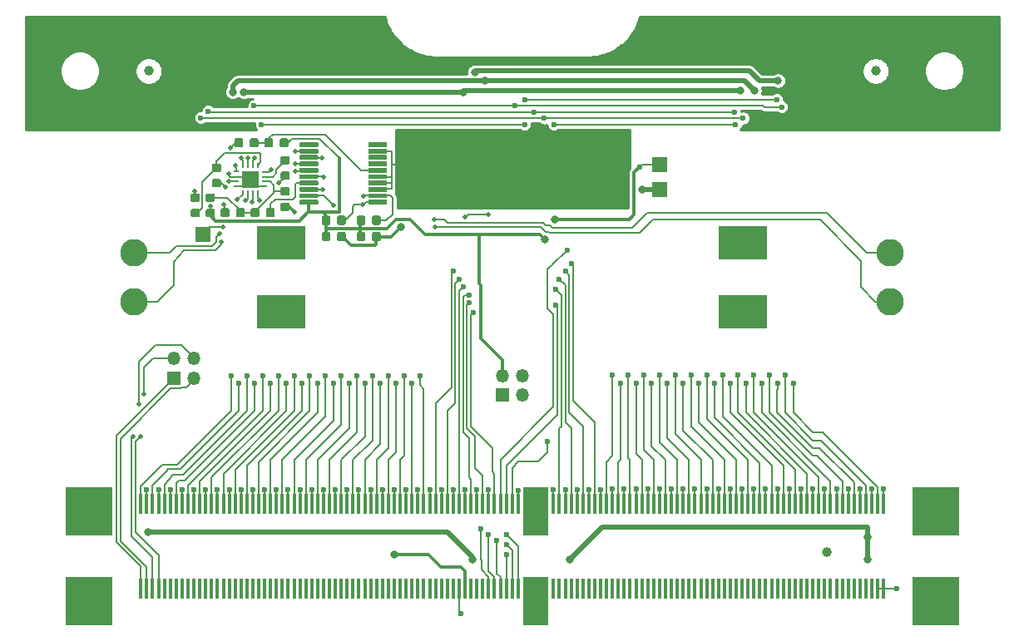
<source format=gbr>
G04 #@! TF.GenerationSoftware,KiCad,Pcbnew,5.1.5+dfsg1-2build2*
G04 #@! TF.CreationDate,2021-08-16T15:22:43+02:00*
G04 #@! TF.ProjectId,ModulAdapterMagnet,4d6f6475-6c41-4646-9170-7465724d6167,rev?*
G04 #@! TF.SameCoordinates,Original*
G04 #@! TF.FileFunction,Copper,L1,Top*
G04 #@! TF.FilePolarity,Positive*
%FSLAX46Y46*%
G04 Gerber Fmt 4.6, Leading zero omitted, Abs format (unit mm)*
G04 Created by KiCad (PCBNEW 5.1.5+dfsg1-2build2) date 2021-08-16 15:22:43*
%MOMM*%
%LPD*%
G04 APERTURE LIST*
%ADD10R,5.000000X3.500000*%
%ADD11C,2.800000*%
%ADD12C,0.100000*%
%ADD13R,4.800000X5.000000*%
%ADD14R,0.350000X2.000000*%
%ADD15R,2.600000X5.000000*%
%ADD16R,1.501140X1.501140*%
%ADD17C,1.000000*%
%ADD18R,0.550000X0.270000*%
%ADD19R,0.270000X0.550000*%
%ADD20R,1.800000X1.800000*%
%ADD21R,1.350000X1.350000*%
%ADD22O,1.350000X1.350000*%
%ADD23C,0.600000*%
%ADD24C,0.800000*%
%ADD25C,0.500000*%
%ADD26C,0.200000*%
%ADD27C,0.500000*%
%ADD28C,0.300000*%
%ADD29C,0.150000*%
%ADD30C,0.254000*%
G04 APERTURE END LIST*
D10*
X123475000Y-91486141D03*
X123475000Y-98486141D03*
D11*
X138475000Y-97486141D03*
X138475000Y-92486141D03*
X61525000Y-97486141D03*
X61525000Y-92486141D03*
D10*
X76525000Y-91486141D03*
X76525000Y-98486141D03*
G04 #@! TA.AperFunction,SMDPad,CuDef*
D12*
G36*
X87141452Y-87105402D02*
G01*
X87153586Y-87107202D01*
X87165486Y-87110182D01*
X87177035Y-87114315D01*
X87188125Y-87119560D01*
X87198646Y-87125866D01*
X87208499Y-87133174D01*
X87217588Y-87141412D01*
X87225826Y-87150501D01*
X87233134Y-87160354D01*
X87239440Y-87170875D01*
X87244685Y-87181965D01*
X87248818Y-87193514D01*
X87251798Y-87205414D01*
X87253598Y-87217548D01*
X87254200Y-87229800D01*
X87254200Y-87479800D01*
X87253598Y-87492052D01*
X87251798Y-87504186D01*
X87248818Y-87516086D01*
X87244685Y-87527635D01*
X87239440Y-87538725D01*
X87233134Y-87549246D01*
X87225826Y-87559099D01*
X87217588Y-87568188D01*
X87208499Y-87576426D01*
X87198646Y-87583734D01*
X87188125Y-87590040D01*
X87177035Y-87595285D01*
X87165486Y-87599418D01*
X87153586Y-87602398D01*
X87141452Y-87604198D01*
X87129200Y-87604800D01*
X85479200Y-87604800D01*
X85466948Y-87604198D01*
X85454814Y-87602398D01*
X85442914Y-87599418D01*
X85431365Y-87595285D01*
X85420275Y-87590040D01*
X85409754Y-87583734D01*
X85399901Y-87576426D01*
X85390812Y-87568188D01*
X85382574Y-87559099D01*
X85375266Y-87549246D01*
X85368960Y-87538725D01*
X85363715Y-87527635D01*
X85359582Y-87516086D01*
X85356602Y-87504186D01*
X85354802Y-87492052D01*
X85354200Y-87479800D01*
X85354200Y-87229800D01*
X85354802Y-87217548D01*
X85356602Y-87205414D01*
X85359582Y-87193514D01*
X85363715Y-87181965D01*
X85368960Y-87170875D01*
X85375266Y-87160354D01*
X85382574Y-87150501D01*
X85390812Y-87141412D01*
X85399901Y-87133174D01*
X85409754Y-87125866D01*
X85420275Y-87119560D01*
X85431365Y-87114315D01*
X85442914Y-87110182D01*
X85454814Y-87107202D01*
X85466948Y-87105402D01*
X85479200Y-87104800D01*
X87129200Y-87104800D01*
X87141452Y-87105402D01*
G37*
G04 #@! TD.AperFunction*
G04 #@! TA.AperFunction,SMDPad,CuDef*
G36*
X87141452Y-86455402D02*
G01*
X87153586Y-86457202D01*
X87165486Y-86460182D01*
X87177035Y-86464315D01*
X87188125Y-86469560D01*
X87198646Y-86475866D01*
X87208499Y-86483174D01*
X87217588Y-86491412D01*
X87225826Y-86500501D01*
X87233134Y-86510354D01*
X87239440Y-86520875D01*
X87244685Y-86531965D01*
X87248818Y-86543514D01*
X87251798Y-86555414D01*
X87253598Y-86567548D01*
X87254200Y-86579800D01*
X87254200Y-86829800D01*
X87253598Y-86842052D01*
X87251798Y-86854186D01*
X87248818Y-86866086D01*
X87244685Y-86877635D01*
X87239440Y-86888725D01*
X87233134Y-86899246D01*
X87225826Y-86909099D01*
X87217588Y-86918188D01*
X87208499Y-86926426D01*
X87198646Y-86933734D01*
X87188125Y-86940040D01*
X87177035Y-86945285D01*
X87165486Y-86949418D01*
X87153586Y-86952398D01*
X87141452Y-86954198D01*
X87129200Y-86954800D01*
X85479200Y-86954800D01*
X85466948Y-86954198D01*
X85454814Y-86952398D01*
X85442914Y-86949418D01*
X85431365Y-86945285D01*
X85420275Y-86940040D01*
X85409754Y-86933734D01*
X85399901Y-86926426D01*
X85390812Y-86918188D01*
X85382574Y-86909099D01*
X85375266Y-86899246D01*
X85368960Y-86888725D01*
X85363715Y-86877635D01*
X85359582Y-86866086D01*
X85356602Y-86854186D01*
X85354802Y-86842052D01*
X85354200Y-86829800D01*
X85354200Y-86579800D01*
X85354802Y-86567548D01*
X85356602Y-86555414D01*
X85359582Y-86543514D01*
X85363715Y-86531965D01*
X85368960Y-86520875D01*
X85375266Y-86510354D01*
X85382574Y-86500501D01*
X85390812Y-86491412D01*
X85399901Y-86483174D01*
X85409754Y-86475866D01*
X85420275Y-86469560D01*
X85431365Y-86464315D01*
X85442914Y-86460182D01*
X85454814Y-86457202D01*
X85466948Y-86455402D01*
X85479200Y-86454800D01*
X87129200Y-86454800D01*
X87141452Y-86455402D01*
G37*
G04 #@! TD.AperFunction*
G04 #@! TA.AperFunction,SMDPad,CuDef*
G36*
X87141452Y-85805402D02*
G01*
X87153586Y-85807202D01*
X87165486Y-85810182D01*
X87177035Y-85814315D01*
X87188125Y-85819560D01*
X87198646Y-85825866D01*
X87208499Y-85833174D01*
X87217588Y-85841412D01*
X87225826Y-85850501D01*
X87233134Y-85860354D01*
X87239440Y-85870875D01*
X87244685Y-85881965D01*
X87248818Y-85893514D01*
X87251798Y-85905414D01*
X87253598Y-85917548D01*
X87254200Y-85929800D01*
X87254200Y-86179800D01*
X87253598Y-86192052D01*
X87251798Y-86204186D01*
X87248818Y-86216086D01*
X87244685Y-86227635D01*
X87239440Y-86238725D01*
X87233134Y-86249246D01*
X87225826Y-86259099D01*
X87217588Y-86268188D01*
X87208499Y-86276426D01*
X87198646Y-86283734D01*
X87188125Y-86290040D01*
X87177035Y-86295285D01*
X87165486Y-86299418D01*
X87153586Y-86302398D01*
X87141452Y-86304198D01*
X87129200Y-86304800D01*
X85479200Y-86304800D01*
X85466948Y-86304198D01*
X85454814Y-86302398D01*
X85442914Y-86299418D01*
X85431365Y-86295285D01*
X85420275Y-86290040D01*
X85409754Y-86283734D01*
X85399901Y-86276426D01*
X85390812Y-86268188D01*
X85382574Y-86259099D01*
X85375266Y-86249246D01*
X85368960Y-86238725D01*
X85363715Y-86227635D01*
X85359582Y-86216086D01*
X85356602Y-86204186D01*
X85354802Y-86192052D01*
X85354200Y-86179800D01*
X85354200Y-85929800D01*
X85354802Y-85917548D01*
X85356602Y-85905414D01*
X85359582Y-85893514D01*
X85363715Y-85881965D01*
X85368960Y-85870875D01*
X85375266Y-85860354D01*
X85382574Y-85850501D01*
X85390812Y-85841412D01*
X85399901Y-85833174D01*
X85409754Y-85825866D01*
X85420275Y-85819560D01*
X85431365Y-85814315D01*
X85442914Y-85810182D01*
X85454814Y-85807202D01*
X85466948Y-85805402D01*
X85479200Y-85804800D01*
X87129200Y-85804800D01*
X87141452Y-85805402D01*
G37*
G04 #@! TD.AperFunction*
G04 #@! TA.AperFunction,SMDPad,CuDef*
G36*
X87141452Y-85155402D02*
G01*
X87153586Y-85157202D01*
X87165486Y-85160182D01*
X87177035Y-85164315D01*
X87188125Y-85169560D01*
X87198646Y-85175866D01*
X87208499Y-85183174D01*
X87217588Y-85191412D01*
X87225826Y-85200501D01*
X87233134Y-85210354D01*
X87239440Y-85220875D01*
X87244685Y-85231965D01*
X87248818Y-85243514D01*
X87251798Y-85255414D01*
X87253598Y-85267548D01*
X87254200Y-85279800D01*
X87254200Y-85529800D01*
X87253598Y-85542052D01*
X87251798Y-85554186D01*
X87248818Y-85566086D01*
X87244685Y-85577635D01*
X87239440Y-85588725D01*
X87233134Y-85599246D01*
X87225826Y-85609099D01*
X87217588Y-85618188D01*
X87208499Y-85626426D01*
X87198646Y-85633734D01*
X87188125Y-85640040D01*
X87177035Y-85645285D01*
X87165486Y-85649418D01*
X87153586Y-85652398D01*
X87141452Y-85654198D01*
X87129200Y-85654800D01*
X85479200Y-85654800D01*
X85466948Y-85654198D01*
X85454814Y-85652398D01*
X85442914Y-85649418D01*
X85431365Y-85645285D01*
X85420275Y-85640040D01*
X85409754Y-85633734D01*
X85399901Y-85626426D01*
X85390812Y-85618188D01*
X85382574Y-85609099D01*
X85375266Y-85599246D01*
X85368960Y-85588725D01*
X85363715Y-85577635D01*
X85359582Y-85566086D01*
X85356602Y-85554186D01*
X85354802Y-85542052D01*
X85354200Y-85529800D01*
X85354200Y-85279800D01*
X85354802Y-85267548D01*
X85356602Y-85255414D01*
X85359582Y-85243514D01*
X85363715Y-85231965D01*
X85368960Y-85220875D01*
X85375266Y-85210354D01*
X85382574Y-85200501D01*
X85390812Y-85191412D01*
X85399901Y-85183174D01*
X85409754Y-85175866D01*
X85420275Y-85169560D01*
X85431365Y-85164315D01*
X85442914Y-85160182D01*
X85454814Y-85157202D01*
X85466948Y-85155402D01*
X85479200Y-85154800D01*
X87129200Y-85154800D01*
X87141452Y-85155402D01*
G37*
G04 #@! TD.AperFunction*
G04 #@! TA.AperFunction,SMDPad,CuDef*
G36*
X87141452Y-84505402D02*
G01*
X87153586Y-84507202D01*
X87165486Y-84510182D01*
X87177035Y-84514315D01*
X87188125Y-84519560D01*
X87198646Y-84525866D01*
X87208499Y-84533174D01*
X87217588Y-84541412D01*
X87225826Y-84550501D01*
X87233134Y-84560354D01*
X87239440Y-84570875D01*
X87244685Y-84581965D01*
X87248818Y-84593514D01*
X87251798Y-84605414D01*
X87253598Y-84617548D01*
X87254200Y-84629800D01*
X87254200Y-84879800D01*
X87253598Y-84892052D01*
X87251798Y-84904186D01*
X87248818Y-84916086D01*
X87244685Y-84927635D01*
X87239440Y-84938725D01*
X87233134Y-84949246D01*
X87225826Y-84959099D01*
X87217588Y-84968188D01*
X87208499Y-84976426D01*
X87198646Y-84983734D01*
X87188125Y-84990040D01*
X87177035Y-84995285D01*
X87165486Y-84999418D01*
X87153586Y-85002398D01*
X87141452Y-85004198D01*
X87129200Y-85004800D01*
X85479200Y-85004800D01*
X85466948Y-85004198D01*
X85454814Y-85002398D01*
X85442914Y-84999418D01*
X85431365Y-84995285D01*
X85420275Y-84990040D01*
X85409754Y-84983734D01*
X85399901Y-84976426D01*
X85390812Y-84968188D01*
X85382574Y-84959099D01*
X85375266Y-84949246D01*
X85368960Y-84938725D01*
X85363715Y-84927635D01*
X85359582Y-84916086D01*
X85356602Y-84904186D01*
X85354802Y-84892052D01*
X85354200Y-84879800D01*
X85354200Y-84629800D01*
X85354802Y-84617548D01*
X85356602Y-84605414D01*
X85359582Y-84593514D01*
X85363715Y-84581965D01*
X85368960Y-84570875D01*
X85375266Y-84560354D01*
X85382574Y-84550501D01*
X85390812Y-84541412D01*
X85399901Y-84533174D01*
X85409754Y-84525866D01*
X85420275Y-84519560D01*
X85431365Y-84514315D01*
X85442914Y-84510182D01*
X85454814Y-84507202D01*
X85466948Y-84505402D01*
X85479200Y-84504800D01*
X87129200Y-84504800D01*
X87141452Y-84505402D01*
G37*
G04 #@! TD.AperFunction*
G04 #@! TA.AperFunction,SMDPad,CuDef*
G36*
X87141452Y-83855402D02*
G01*
X87153586Y-83857202D01*
X87165486Y-83860182D01*
X87177035Y-83864315D01*
X87188125Y-83869560D01*
X87198646Y-83875866D01*
X87208499Y-83883174D01*
X87217588Y-83891412D01*
X87225826Y-83900501D01*
X87233134Y-83910354D01*
X87239440Y-83920875D01*
X87244685Y-83931965D01*
X87248818Y-83943514D01*
X87251798Y-83955414D01*
X87253598Y-83967548D01*
X87254200Y-83979800D01*
X87254200Y-84229800D01*
X87253598Y-84242052D01*
X87251798Y-84254186D01*
X87248818Y-84266086D01*
X87244685Y-84277635D01*
X87239440Y-84288725D01*
X87233134Y-84299246D01*
X87225826Y-84309099D01*
X87217588Y-84318188D01*
X87208499Y-84326426D01*
X87198646Y-84333734D01*
X87188125Y-84340040D01*
X87177035Y-84345285D01*
X87165486Y-84349418D01*
X87153586Y-84352398D01*
X87141452Y-84354198D01*
X87129200Y-84354800D01*
X85479200Y-84354800D01*
X85466948Y-84354198D01*
X85454814Y-84352398D01*
X85442914Y-84349418D01*
X85431365Y-84345285D01*
X85420275Y-84340040D01*
X85409754Y-84333734D01*
X85399901Y-84326426D01*
X85390812Y-84318188D01*
X85382574Y-84309099D01*
X85375266Y-84299246D01*
X85368960Y-84288725D01*
X85363715Y-84277635D01*
X85359582Y-84266086D01*
X85356602Y-84254186D01*
X85354802Y-84242052D01*
X85354200Y-84229800D01*
X85354200Y-83979800D01*
X85354802Y-83967548D01*
X85356602Y-83955414D01*
X85359582Y-83943514D01*
X85363715Y-83931965D01*
X85368960Y-83920875D01*
X85375266Y-83910354D01*
X85382574Y-83900501D01*
X85390812Y-83891412D01*
X85399901Y-83883174D01*
X85409754Y-83875866D01*
X85420275Y-83869560D01*
X85431365Y-83864315D01*
X85442914Y-83860182D01*
X85454814Y-83857202D01*
X85466948Y-83855402D01*
X85479200Y-83854800D01*
X87129200Y-83854800D01*
X87141452Y-83855402D01*
G37*
G04 #@! TD.AperFunction*
G04 #@! TA.AperFunction,SMDPad,CuDef*
G36*
X87141452Y-83205402D02*
G01*
X87153586Y-83207202D01*
X87165486Y-83210182D01*
X87177035Y-83214315D01*
X87188125Y-83219560D01*
X87198646Y-83225866D01*
X87208499Y-83233174D01*
X87217588Y-83241412D01*
X87225826Y-83250501D01*
X87233134Y-83260354D01*
X87239440Y-83270875D01*
X87244685Y-83281965D01*
X87248818Y-83293514D01*
X87251798Y-83305414D01*
X87253598Y-83317548D01*
X87254200Y-83329800D01*
X87254200Y-83579800D01*
X87253598Y-83592052D01*
X87251798Y-83604186D01*
X87248818Y-83616086D01*
X87244685Y-83627635D01*
X87239440Y-83638725D01*
X87233134Y-83649246D01*
X87225826Y-83659099D01*
X87217588Y-83668188D01*
X87208499Y-83676426D01*
X87198646Y-83683734D01*
X87188125Y-83690040D01*
X87177035Y-83695285D01*
X87165486Y-83699418D01*
X87153586Y-83702398D01*
X87141452Y-83704198D01*
X87129200Y-83704800D01*
X85479200Y-83704800D01*
X85466948Y-83704198D01*
X85454814Y-83702398D01*
X85442914Y-83699418D01*
X85431365Y-83695285D01*
X85420275Y-83690040D01*
X85409754Y-83683734D01*
X85399901Y-83676426D01*
X85390812Y-83668188D01*
X85382574Y-83659099D01*
X85375266Y-83649246D01*
X85368960Y-83638725D01*
X85363715Y-83627635D01*
X85359582Y-83616086D01*
X85356602Y-83604186D01*
X85354802Y-83592052D01*
X85354200Y-83579800D01*
X85354200Y-83329800D01*
X85354802Y-83317548D01*
X85356602Y-83305414D01*
X85359582Y-83293514D01*
X85363715Y-83281965D01*
X85368960Y-83270875D01*
X85375266Y-83260354D01*
X85382574Y-83250501D01*
X85390812Y-83241412D01*
X85399901Y-83233174D01*
X85409754Y-83225866D01*
X85420275Y-83219560D01*
X85431365Y-83214315D01*
X85442914Y-83210182D01*
X85454814Y-83207202D01*
X85466948Y-83205402D01*
X85479200Y-83204800D01*
X87129200Y-83204800D01*
X87141452Y-83205402D01*
G37*
G04 #@! TD.AperFunction*
G04 #@! TA.AperFunction,SMDPad,CuDef*
G36*
X87141452Y-82555402D02*
G01*
X87153586Y-82557202D01*
X87165486Y-82560182D01*
X87177035Y-82564315D01*
X87188125Y-82569560D01*
X87198646Y-82575866D01*
X87208499Y-82583174D01*
X87217588Y-82591412D01*
X87225826Y-82600501D01*
X87233134Y-82610354D01*
X87239440Y-82620875D01*
X87244685Y-82631965D01*
X87248818Y-82643514D01*
X87251798Y-82655414D01*
X87253598Y-82667548D01*
X87254200Y-82679800D01*
X87254200Y-82929800D01*
X87253598Y-82942052D01*
X87251798Y-82954186D01*
X87248818Y-82966086D01*
X87244685Y-82977635D01*
X87239440Y-82988725D01*
X87233134Y-82999246D01*
X87225826Y-83009099D01*
X87217588Y-83018188D01*
X87208499Y-83026426D01*
X87198646Y-83033734D01*
X87188125Y-83040040D01*
X87177035Y-83045285D01*
X87165486Y-83049418D01*
X87153586Y-83052398D01*
X87141452Y-83054198D01*
X87129200Y-83054800D01*
X85479200Y-83054800D01*
X85466948Y-83054198D01*
X85454814Y-83052398D01*
X85442914Y-83049418D01*
X85431365Y-83045285D01*
X85420275Y-83040040D01*
X85409754Y-83033734D01*
X85399901Y-83026426D01*
X85390812Y-83018188D01*
X85382574Y-83009099D01*
X85375266Y-82999246D01*
X85368960Y-82988725D01*
X85363715Y-82977635D01*
X85359582Y-82966086D01*
X85356602Y-82954186D01*
X85354802Y-82942052D01*
X85354200Y-82929800D01*
X85354200Y-82679800D01*
X85354802Y-82667548D01*
X85356602Y-82655414D01*
X85359582Y-82643514D01*
X85363715Y-82631965D01*
X85368960Y-82620875D01*
X85375266Y-82610354D01*
X85382574Y-82600501D01*
X85390812Y-82591412D01*
X85399901Y-82583174D01*
X85409754Y-82575866D01*
X85420275Y-82569560D01*
X85431365Y-82564315D01*
X85442914Y-82560182D01*
X85454814Y-82557202D01*
X85466948Y-82555402D01*
X85479200Y-82554800D01*
X87129200Y-82554800D01*
X87141452Y-82555402D01*
G37*
G04 #@! TD.AperFunction*
G04 #@! TA.AperFunction,SMDPad,CuDef*
G36*
X87141452Y-81905402D02*
G01*
X87153586Y-81907202D01*
X87165486Y-81910182D01*
X87177035Y-81914315D01*
X87188125Y-81919560D01*
X87198646Y-81925866D01*
X87208499Y-81933174D01*
X87217588Y-81941412D01*
X87225826Y-81950501D01*
X87233134Y-81960354D01*
X87239440Y-81970875D01*
X87244685Y-81981965D01*
X87248818Y-81993514D01*
X87251798Y-82005414D01*
X87253598Y-82017548D01*
X87254200Y-82029800D01*
X87254200Y-82279800D01*
X87253598Y-82292052D01*
X87251798Y-82304186D01*
X87248818Y-82316086D01*
X87244685Y-82327635D01*
X87239440Y-82338725D01*
X87233134Y-82349246D01*
X87225826Y-82359099D01*
X87217588Y-82368188D01*
X87208499Y-82376426D01*
X87198646Y-82383734D01*
X87188125Y-82390040D01*
X87177035Y-82395285D01*
X87165486Y-82399418D01*
X87153586Y-82402398D01*
X87141452Y-82404198D01*
X87129200Y-82404800D01*
X85479200Y-82404800D01*
X85466948Y-82404198D01*
X85454814Y-82402398D01*
X85442914Y-82399418D01*
X85431365Y-82395285D01*
X85420275Y-82390040D01*
X85409754Y-82383734D01*
X85399901Y-82376426D01*
X85390812Y-82368188D01*
X85382574Y-82359099D01*
X85375266Y-82349246D01*
X85368960Y-82338725D01*
X85363715Y-82327635D01*
X85359582Y-82316086D01*
X85356602Y-82304186D01*
X85354802Y-82292052D01*
X85354200Y-82279800D01*
X85354200Y-82029800D01*
X85354802Y-82017548D01*
X85356602Y-82005414D01*
X85359582Y-81993514D01*
X85363715Y-81981965D01*
X85368960Y-81970875D01*
X85375266Y-81960354D01*
X85382574Y-81950501D01*
X85390812Y-81941412D01*
X85399901Y-81933174D01*
X85409754Y-81925866D01*
X85420275Y-81919560D01*
X85431365Y-81914315D01*
X85442914Y-81910182D01*
X85454814Y-81907202D01*
X85466948Y-81905402D01*
X85479200Y-81904800D01*
X87129200Y-81904800D01*
X87141452Y-81905402D01*
G37*
G04 #@! TD.AperFunction*
G04 #@! TA.AperFunction,SMDPad,CuDef*
G36*
X87141452Y-81255402D02*
G01*
X87153586Y-81257202D01*
X87165486Y-81260182D01*
X87177035Y-81264315D01*
X87188125Y-81269560D01*
X87198646Y-81275866D01*
X87208499Y-81283174D01*
X87217588Y-81291412D01*
X87225826Y-81300501D01*
X87233134Y-81310354D01*
X87239440Y-81320875D01*
X87244685Y-81331965D01*
X87248818Y-81343514D01*
X87251798Y-81355414D01*
X87253598Y-81367548D01*
X87254200Y-81379800D01*
X87254200Y-81629800D01*
X87253598Y-81642052D01*
X87251798Y-81654186D01*
X87248818Y-81666086D01*
X87244685Y-81677635D01*
X87239440Y-81688725D01*
X87233134Y-81699246D01*
X87225826Y-81709099D01*
X87217588Y-81718188D01*
X87208499Y-81726426D01*
X87198646Y-81733734D01*
X87188125Y-81740040D01*
X87177035Y-81745285D01*
X87165486Y-81749418D01*
X87153586Y-81752398D01*
X87141452Y-81754198D01*
X87129200Y-81754800D01*
X85479200Y-81754800D01*
X85466948Y-81754198D01*
X85454814Y-81752398D01*
X85442914Y-81749418D01*
X85431365Y-81745285D01*
X85420275Y-81740040D01*
X85409754Y-81733734D01*
X85399901Y-81726426D01*
X85390812Y-81718188D01*
X85382574Y-81709099D01*
X85375266Y-81699246D01*
X85368960Y-81688725D01*
X85363715Y-81677635D01*
X85359582Y-81666086D01*
X85356602Y-81654186D01*
X85354802Y-81642052D01*
X85354200Y-81629800D01*
X85354200Y-81379800D01*
X85354802Y-81367548D01*
X85356602Y-81355414D01*
X85359582Y-81343514D01*
X85363715Y-81331965D01*
X85368960Y-81320875D01*
X85375266Y-81310354D01*
X85382574Y-81300501D01*
X85390812Y-81291412D01*
X85399901Y-81283174D01*
X85409754Y-81275866D01*
X85420275Y-81269560D01*
X85431365Y-81264315D01*
X85442914Y-81260182D01*
X85454814Y-81257202D01*
X85466948Y-81255402D01*
X85479200Y-81254800D01*
X87129200Y-81254800D01*
X87141452Y-81255402D01*
G37*
G04 #@! TD.AperFunction*
G04 #@! TA.AperFunction,SMDPad,CuDef*
G36*
X80141452Y-81255402D02*
G01*
X80153586Y-81257202D01*
X80165486Y-81260182D01*
X80177035Y-81264315D01*
X80188125Y-81269560D01*
X80198646Y-81275866D01*
X80208499Y-81283174D01*
X80217588Y-81291412D01*
X80225826Y-81300501D01*
X80233134Y-81310354D01*
X80239440Y-81320875D01*
X80244685Y-81331965D01*
X80248818Y-81343514D01*
X80251798Y-81355414D01*
X80253598Y-81367548D01*
X80254200Y-81379800D01*
X80254200Y-81629800D01*
X80253598Y-81642052D01*
X80251798Y-81654186D01*
X80248818Y-81666086D01*
X80244685Y-81677635D01*
X80239440Y-81688725D01*
X80233134Y-81699246D01*
X80225826Y-81709099D01*
X80217588Y-81718188D01*
X80208499Y-81726426D01*
X80198646Y-81733734D01*
X80188125Y-81740040D01*
X80177035Y-81745285D01*
X80165486Y-81749418D01*
X80153586Y-81752398D01*
X80141452Y-81754198D01*
X80129200Y-81754800D01*
X78479200Y-81754800D01*
X78466948Y-81754198D01*
X78454814Y-81752398D01*
X78442914Y-81749418D01*
X78431365Y-81745285D01*
X78420275Y-81740040D01*
X78409754Y-81733734D01*
X78399901Y-81726426D01*
X78390812Y-81718188D01*
X78382574Y-81709099D01*
X78375266Y-81699246D01*
X78368960Y-81688725D01*
X78363715Y-81677635D01*
X78359582Y-81666086D01*
X78356602Y-81654186D01*
X78354802Y-81642052D01*
X78354200Y-81629800D01*
X78354200Y-81379800D01*
X78354802Y-81367548D01*
X78356602Y-81355414D01*
X78359582Y-81343514D01*
X78363715Y-81331965D01*
X78368960Y-81320875D01*
X78375266Y-81310354D01*
X78382574Y-81300501D01*
X78390812Y-81291412D01*
X78399901Y-81283174D01*
X78409754Y-81275866D01*
X78420275Y-81269560D01*
X78431365Y-81264315D01*
X78442914Y-81260182D01*
X78454814Y-81257202D01*
X78466948Y-81255402D01*
X78479200Y-81254800D01*
X80129200Y-81254800D01*
X80141452Y-81255402D01*
G37*
G04 #@! TD.AperFunction*
G04 #@! TA.AperFunction,SMDPad,CuDef*
G36*
X80141452Y-81905402D02*
G01*
X80153586Y-81907202D01*
X80165486Y-81910182D01*
X80177035Y-81914315D01*
X80188125Y-81919560D01*
X80198646Y-81925866D01*
X80208499Y-81933174D01*
X80217588Y-81941412D01*
X80225826Y-81950501D01*
X80233134Y-81960354D01*
X80239440Y-81970875D01*
X80244685Y-81981965D01*
X80248818Y-81993514D01*
X80251798Y-82005414D01*
X80253598Y-82017548D01*
X80254200Y-82029800D01*
X80254200Y-82279800D01*
X80253598Y-82292052D01*
X80251798Y-82304186D01*
X80248818Y-82316086D01*
X80244685Y-82327635D01*
X80239440Y-82338725D01*
X80233134Y-82349246D01*
X80225826Y-82359099D01*
X80217588Y-82368188D01*
X80208499Y-82376426D01*
X80198646Y-82383734D01*
X80188125Y-82390040D01*
X80177035Y-82395285D01*
X80165486Y-82399418D01*
X80153586Y-82402398D01*
X80141452Y-82404198D01*
X80129200Y-82404800D01*
X78479200Y-82404800D01*
X78466948Y-82404198D01*
X78454814Y-82402398D01*
X78442914Y-82399418D01*
X78431365Y-82395285D01*
X78420275Y-82390040D01*
X78409754Y-82383734D01*
X78399901Y-82376426D01*
X78390812Y-82368188D01*
X78382574Y-82359099D01*
X78375266Y-82349246D01*
X78368960Y-82338725D01*
X78363715Y-82327635D01*
X78359582Y-82316086D01*
X78356602Y-82304186D01*
X78354802Y-82292052D01*
X78354200Y-82279800D01*
X78354200Y-82029800D01*
X78354802Y-82017548D01*
X78356602Y-82005414D01*
X78359582Y-81993514D01*
X78363715Y-81981965D01*
X78368960Y-81970875D01*
X78375266Y-81960354D01*
X78382574Y-81950501D01*
X78390812Y-81941412D01*
X78399901Y-81933174D01*
X78409754Y-81925866D01*
X78420275Y-81919560D01*
X78431365Y-81914315D01*
X78442914Y-81910182D01*
X78454814Y-81907202D01*
X78466948Y-81905402D01*
X78479200Y-81904800D01*
X80129200Y-81904800D01*
X80141452Y-81905402D01*
G37*
G04 #@! TD.AperFunction*
G04 #@! TA.AperFunction,SMDPad,CuDef*
G36*
X80141452Y-82555402D02*
G01*
X80153586Y-82557202D01*
X80165486Y-82560182D01*
X80177035Y-82564315D01*
X80188125Y-82569560D01*
X80198646Y-82575866D01*
X80208499Y-82583174D01*
X80217588Y-82591412D01*
X80225826Y-82600501D01*
X80233134Y-82610354D01*
X80239440Y-82620875D01*
X80244685Y-82631965D01*
X80248818Y-82643514D01*
X80251798Y-82655414D01*
X80253598Y-82667548D01*
X80254200Y-82679800D01*
X80254200Y-82929800D01*
X80253598Y-82942052D01*
X80251798Y-82954186D01*
X80248818Y-82966086D01*
X80244685Y-82977635D01*
X80239440Y-82988725D01*
X80233134Y-82999246D01*
X80225826Y-83009099D01*
X80217588Y-83018188D01*
X80208499Y-83026426D01*
X80198646Y-83033734D01*
X80188125Y-83040040D01*
X80177035Y-83045285D01*
X80165486Y-83049418D01*
X80153586Y-83052398D01*
X80141452Y-83054198D01*
X80129200Y-83054800D01*
X78479200Y-83054800D01*
X78466948Y-83054198D01*
X78454814Y-83052398D01*
X78442914Y-83049418D01*
X78431365Y-83045285D01*
X78420275Y-83040040D01*
X78409754Y-83033734D01*
X78399901Y-83026426D01*
X78390812Y-83018188D01*
X78382574Y-83009099D01*
X78375266Y-82999246D01*
X78368960Y-82988725D01*
X78363715Y-82977635D01*
X78359582Y-82966086D01*
X78356602Y-82954186D01*
X78354802Y-82942052D01*
X78354200Y-82929800D01*
X78354200Y-82679800D01*
X78354802Y-82667548D01*
X78356602Y-82655414D01*
X78359582Y-82643514D01*
X78363715Y-82631965D01*
X78368960Y-82620875D01*
X78375266Y-82610354D01*
X78382574Y-82600501D01*
X78390812Y-82591412D01*
X78399901Y-82583174D01*
X78409754Y-82575866D01*
X78420275Y-82569560D01*
X78431365Y-82564315D01*
X78442914Y-82560182D01*
X78454814Y-82557202D01*
X78466948Y-82555402D01*
X78479200Y-82554800D01*
X80129200Y-82554800D01*
X80141452Y-82555402D01*
G37*
G04 #@! TD.AperFunction*
G04 #@! TA.AperFunction,SMDPad,CuDef*
G36*
X80141452Y-83205402D02*
G01*
X80153586Y-83207202D01*
X80165486Y-83210182D01*
X80177035Y-83214315D01*
X80188125Y-83219560D01*
X80198646Y-83225866D01*
X80208499Y-83233174D01*
X80217588Y-83241412D01*
X80225826Y-83250501D01*
X80233134Y-83260354D01*
X80239440Y-83270875D01*
X80244685Y-83281965D01*
X80248818Y-83293514D01*
X80251798Y-83305414D01*
X80253598Y-83317548D01*
X80254200Y-83329800D01*
X80254200Y-83579800D01*
X80253598Y-83592052D01*
X80251798Y-83604186D01*
X80248818Y-83616086D01*
X80244685Y-83627635D01*
X80239440Y-83638725D01*
X80233134Y-83649246D01*
X80225826Y-83659099D01*
X80217588Y-83668188D01*
X80208499Y-83676426D01*
X80198646Y-83683734D01*
X80188125Y-83690040D01*
X80177035Y-83695285D01*
X80165486Y-83699418D01*
X80153586Y-83702398D01*
X80141452Y-83704198D01*
X80129200Y-83704800D01*
X78479200Y-83704800D01*
X78466948Y-83704198D01*
X78454814Y-83702398D01*
X78442914Y-83699418D01*
X78431365Y-83695285D01*
X78420275Y-83690040D01*
X78409754Y-83683734D01*
X78399901Y-83676426D01*
X78390812Y-83668188D01*
X78382574Y-83659099D01*
X78375266Y-83649246D01*
X78368960Y-83638725D01*
X78363715Y-83627635D01*
X78359582Y-83616086D01*
X78356602Y-83604186D01*
X78354802Y-83592052D01*
X78354200Y-83579800D01*
X78354200Y-83329800D01*
X78354802Y-83317548D01*
X78356602Y-83305414D01*
X78359582Y-83293514D01*
X78363715Y-83281965D01*
X78368960Y-83270875D01*
X78375266Y-83260354D01*
X78382574Y-83250501D01*
X78390812Y-83241412D01*
X78399901Y-83233174D01*
X78409754Y-83225866D01*
X78420275Y-83219560D01*
X78431365Y-83214315D01*
X78442914Y-83210182D01*
X78454814Y-83207202D01*
X78466948Y-83205402D01*
X78479200Y-83204800D01*
X80129200Y-83204800D01*
X80141452Y-83205402D01*
G37*
G04 #@! TD.AperFunction*
G04 #@! TA.AperFunction,SMDPad,CuDef*
G36*
X80141452Y-83855402D02*
G01*
X80153586Y-83857202D01*
X80165486Y-83860182D01*
X80177035Y-83864315D01*
X80188125Y-83869560D01*
X80198646Y-83875866D01*
X80208499Y-83883174D01*
X80217588Y-83891412D01*
X80225826Y-83900501D01*
X80233134Y-83910354D01*
X80239440Y-83920875D01*
X80244685Y-83931965D01*
X80248818Y-83943514D01*
X80251798Y-83955414D01*
X80253598Y-83967548D01*
X80254200Y-83979800D01*
X80254200Y-84229800D01*
X80253598Y-84242052D01*
X80251798Y-84254186D01*
X80248818Y-84266086D01*
X80244685Y-84277635D01*
X80239440Y-84288725D01*
X80233134Y-84299246D01*
X80225826Y-84309099D01*
X80217588Y-84318188D01*
X80208499Y-84326426D01*
X80198646Y-84333734D01*
X80188125Y-84340040D01*
X80177035Y-84345285D01*
X80165486Y-84349418D01*
X80153586Y-84352398D01*
X80141452Y-84354198D01*
X80129200Y-84354800D01*
X78479200Y-84354800D01*
X78466948Y-84354198D01*
X78454814Y-84352398D01*
X78442914Y-84349418D01*
X78431365Y-84345285D01*
X78420275Y-84340040D01*
X78409754Y-84333734D01*
X78399901Y-84326426D01*
X78390812Y-84318188D01*
X78382574Y-84309099D01*
X78375266Y-84299246D01*
X78368960Y-84288725D01*
X78363715Y-84277635D01*
X78359582Y-84266086D01*
X78356602Y-84254186D01*
X78354802Y-84242052D01*
X78354200Y-84229800D01*
X78354200Y-83979800D01*
X78354802Y-83967548D01*
X78356602Y-83955414D01*
X78359582Y-83943514D01*
X78363715Y-83931965D01*
X78368960Y-83920875D01*
X78375266Y-83910354D01*
X78382574Y-83900501D01*
X78390812Y-83891412D01*
X78399901Y-83883174D01*
X78409754Y-83875866D01*
X78420275Y-83869560D01*
X78431365Y-83864315D01*
X78442914Y-83860182D01*
X78454814Y-83857202D01*
X78466948Y-83855402D01*
X78479200Y-83854800D01*
X80129200Y-83854800D01*
X80141452Y-83855402D01*
G37*
G04 #@! TD.AperFunction*
G04 #@! TA.AperFunction,SMDPad,CuDef*
G36*
X80141452Y-84505402D02*
G01*
X80153586Y-84507202D01*
X80165486Y-84510182D01*
X80177035Y-84514315D01*
X80188125Y-84519560D01*
X80198646Y-84525866D01*
X80208499Y-84533174D01*
X80217588Y-84541412D01*
X80225826Y-84550501D01*
X80233134Y-84560354D01*
X80239440Y-84570875D01*
X80244685Y-84581965D01*
X80248818Y-84593514D01*
X80251798Y-84605414D01*
X80253598Y-84617548D01*
X80254200Y-84629800D01*
X80254200Y-84879800D01*
X80253598Y-84892052D01*
X80251798Y-84904186D01*
X80248818Y-84916086D01*
X80244685Y-84927635D01*
X80239440Y-84938725D01*
X80233134Y-84949246D01*
X80225826Y-84959099D01*
X80217588Y-84968188D01*
X80208499Y-84976426D01*
X80198646Y-84983734D01*
X80188125Y-84990040D01*
X80177035Y-84995285D01*
X80165486Y-84999418D01*
X80153586Y-85002398D01*
X80141452Y-85004198D01*
X80129200Y-85004800D01*
X78479200Y-85004800D01*
X78466948Y-85004198D01*
X78454814Y-85002398D01*
X78442914Y-84999418D01*
X78431365Y-84995285D01*
X78420275Y-84990040D01*
X78409754Y-84983734D01*
X78399901Y-84976426D01*
X78390812Y-84968188D01*
X78382574Y-84959099D01*
X78375266Y-84949246D01*
X78368960Y-84938725D01*
X78363715Y-84927635D01*
X78359582Y-84916086D01*
X78356602Y-84904186D01*
X78354802Y-84892052D01*
X78354200Y-84879800D01*
X78354200Y-84629800D01*
X78354802Y-84617548D01*
X78356602Y-84605414D01*
X78359582Y-84593514D01*
X78363715Y-84581965D01*
X78368960Y-84570875D01*
X78375266Y-84560354D01*
X78382574Y-84550501D01*
X78390812Y-84541412D01*
X78399901Y-84533174D01*
X78409754Y-84525866D01*
X78420275Y-84519560D01*
X78431365Y-84514315D01*
X78442914Y-84510182D01*
X78454814Y-84507202D01*
X78466948Y-84505402D01*
X78479200Y-84504800D01*
X80129200Y-84504800D01*
X80141452Y-84505402D01*
G37*
G04 #@! TD.AperFunction*
G04 #@! TA.AperFunction,SMDPad,CuDef*
G36*
X80141452Y-85155402D02*
G01*
X80153586Y-85157202D01*
X80165486Y-85160182D01*
X80177035Y-85164315D01*
X80188125Y-85169560D01*
X80198646Y-85175866D01*
X80208499Y-85183174D01*
X80217588Y-85191412D01*
X80225826Y-85200501D01*
X80233134Y-85210354D01*
X80239440Y-85220875D01*
X80244685Y-85231965D01*
X80248818Y-85243514D01*
X80251798Y-85255414D01*
X80253598Y-85267548D01*
X80254200Y-85279800D01*
X80254200Y-85529800D01*
X80253598Y-85542052D01*
X80251798Y-85554186D01*
X80248818Y-85566086D01*
X80244685Y-85577635D01*
X80239440Y-85588725D01*
X80233134Y-85599246D01*
X80225826Y-85609099D01*
X80217588Y-85618188D01*
X80208499Y-85626426D01*
X80198646Y-85633734D01*
X80188125Y-85640040D01*
X80177035Y-85645285D01*
X80165486Y-85649418D01*
X80153586Y-85652398D01*
X80141452Y-85654198D01*
X80129200Y-85654800D01*
X78479200Y-85654800D01*
X78466948Y-85654198D01*
X78454814Y-85652398D01*
X78442914Y-85649418D01*
X78431365Y-85645285D01*
X78420275Y-85640040D01*
X78409754Y-85633734D01*
X78399901Y-85626426D01*
X78390812Y-85618188D01*
X78382574Y-85609099D01*
X78375266Y-85599246D01*
X78368960Y-85588725D01*
X78363715Y-85577635D01*
X78359582Y-85566086D01*
X78356602Y-85554186D01*
X78354802Y-85542052D01*
X78354200Y-85529800D01*
X78354200Y-85279800D01*
X78354802Y-85267548D01*
X78356602Y-85255414D01*
X78359582Y-85243514D01*
X78363715Y-85231965D01*
X78368960Y-85220875D01*
X78375266Y-85210354D01*
X78382574Y-85200501D01*
X78390812Y-85191412D01*
X78399901Y-85183174D01*
X78409754Y-85175866D01*
X78420275Y-85169560D01*
X78431365Y-85164315D01*
X78442914Y-85160182D01*
X78454814Y-85157202D01*
X78466948Y-85155402D01*
X78479200Y-85154800D01*
X80129200Y-85154800D01*
X80141452Y-85155402D01*
G37*
G04 #@! TD.AperFunction*
G04 #@! TA.AperFunction,SMDPad,CuDef*
G36*
X80141452Y-85805402D02*
G01*
X80153586Y-85807202D01*
X80165486Y-85810182D01*
X80177035Y-85814315D01*
X80188125Y-85819560D01*
X80198646Y-85825866D01*
X80208499Y-85833174D01*
X80217588Y-85841412D01*
X80225826Y-85850501D01*
X80233134Y-85860354D01*
X80239440Y-85870875D01*
X80244685Y-85881965D01*
X80248818Y-85893514D01*
X80251798Y-85905414D01*
X80253598Y-85917548D01*
X80254200Y-85929800D01*
X80254200Y-86179800D01*
X80253598Y-86192052D01*
X80251798Y-86204186D01*
X80248818Y-86216086D01*
X80244685Y-86227635D01*
X80239440Y-86238725D01*
X80233134Y-86249246D01*
X80225826Y-86259099D01*
X80217588Y-86268188D01*
X80208499Y-86276426D01*
X80198646Y-86283734D01*
X80188125Y-86290040D01*
X80177035Y-86295285D01*
X80165486Y-86299418D01*
X80153586Y-86302398D01*
X80141452Y-86304198D01*
X80129200Y-86304800D01*
X78479200Y-86304800D01*
X78466948Y-86304198D01*
X78454814Y-86302398D01*
X78442914Y-86299418D01*
X78431365Y-86295285D01*
X78420275Y-86290040D01*
X78409754Y-86283734D01*
X78399901Y-86276426D01*
X78390812Y-86268188D01*
X78382574Y-86259099D01*
X78375266Y-86249246D01*
X78368960Y-86238725D01*
X78363715Y-86227635D01*
X78359582Y-86216086D01*
X78356602Y-86204186D01*
X78354802Y-86192052D01*
X78354200Y-86179800D01*
X78354200Y-85929800D01*
X78354802Y-85917548D01*
X78356602Y-85905414D01*
X78359582Y-85893514D01*
X78363715Y-85881965D01*
X78368960Y-85870875D01*
X78375266Y-85860354D01*
X78382574Y-85850501D01*
X78390812Y-85841412D01*
X78399901Y-85833174D01*
X78409754Y-85825866D01*
X78420275Y-85819560D01*
X78431365Y-85814315D01*
X78442914Y-85810182D01*
X78454814Y-85807202D01*
X78466948Y-85805402D01*
X78479200Y-85804800D01*
X80129200Y-85804800D01*
X80141452Y-85805402D01*
G37*
G04 #@! TD.AperFunction*
G04 #@! TA.AperFunction,SMDPad,CuDef*
G36*
X80141452Y-86455402D02*
G01*
X80153586Y-86457202D01*
X80165486Y-86460182D01*
X80177035Y-86464315D01*
X80188125Y-86469560D01*
X80198646Y-86475866D01*
X80208499Y-86483174D01*
X80217588Y-86491412D01*
X80225826Y-86500501D01*
X80233134Y-86510354D01*
X80239440Y-86520875D01*
X80244685Y-86531965D01*
X80248818Y-86543514D01*
X80251798Y-86555414D01*
X80253598Y-86567548D01*
X80254200Y-86579800D01*
X80254200Y-86829800D01*
X80253598Y-86842052D01*
X80251798Y-86854186D01*
X80248818Y-86866086D01*
X80244685Y-86877635D01*
X80239440Y-86888725D01*
X80233134Y-86899246D01*
X80225826Y-86909099D01*
X80217588Y-86918188D01*
X80208499Y-86926426D01*
X80198646Y-86933734D01*
X80188125Y-86940040D01*
X80177035Y-86945285D01*
X80165486Y-86949418D01*
X80153586Y-86952398D01*
X80141452Y-86954198D01*
X80129200Y-86954800D01*
X78479200Y-86954800D01*
X78466948Y-86954198D01*
X78454814Y-86952398D01*
X78442914Y-86949418D01*
X78431365Y-86945285D01*
X78420275Y-86940040D01*
X78409754Y-86933734D01*
X78399901Y-86926426D01*
X78390812Y-86918188D01*
X78382574Y-86909099D01*
X78375266Y-86899246D01*
X78368960Y-86888725D01*
X78363715Y-86877635D01*
X78359582Y-86866086D01*
X78356602Y-86854186D01*
X78354802Y-86842052D01*
X78354200Y-86829800D01*
X78354200Y-86579800D01*
X78354802Y-86567548D01*
X78356602Y-86555414D01*
X78359582Y-86543514D01*
X78363715Y-86531965D01*
X78368960Y-86520875D01*
X78375266Y-86510354D01*
X78382574Y-86500501D01*
X78390812Y-86491412D01*
X78399901Y-86483174D01*
X78409754Y-86475866D01*
X78420275Y-86469560D01*
X78431365Y-86464315D01*
X78442914Y-86460182D01*
X78454814Y-86457202D01*
X78466948Y-86455402D01*
X78479200Y-86454800D01*
X80129200Y-86454800D01*
X80141452Y-86455402D01*
G37*
G04 #@! TD.AperFunction*
G04 #@! TA.AperFunction,SMDPad,CuDef*
G36*
X80141452Y-87105402D02*
G01*
X80153586Y-87107202D01*
X80165486Y-87110182D01*
X80177035Y-87114315D01*
X80188125Y-87119560D01*
X80198646Y-87125866D01*
X80208499Y-87133174D01*
X80217588Y-87141412D01*
X80225826Y-87150501D01*
X80233134Y-87160354D01*
X80239440Y-87170875D01*
X80244685Y-87181965D01*
X80248818Y-87193514D01*
X80251798Y-87205414D01*
X80253598Y-87217548D01*
X80254200Y-87229800D01*
X80254200Y-87479800D01*
X80253598Y-87492052D01*
X80251798Y-87504186D01*
X80248818Y-87516086D01*
X80244685Y-87527635D01*
X80239440Y-87538725D01*
X80233134Y-87549246D01*
X80225826Y-87559099D01*
X80217588Y-87568188D01*
X80208499Y-87576426D01*
X80198646Y-87583734D01*
X80188125Y-87590040D01*
X80177035Y-87595285D01*
X80165486Y-87599418D01*
X80153586Y-87602398D01*
X80141452Y-87604198D01*
X80129200Y-87604800D01*
X78479200Y-87604800D01*
X78466948Y-87604198D01*
X78454814Y-87602398D01*
X78442914Y-87599418D01*
X78431365Y-87595285D01*
X78420275Y-87590040D01*
X78409754Y-87583734D01*
X78399901Y-87576426D01*
X78390812Y-87568188D01*
X78382574Y-87559099D01*
X78375266Y-87549246D01*
X78368960Y-87538725D01*
X78363715Y-87527635D01*
X78359582Y-87516086D01*
X78356602Y-87504186D01*
X78354802Y-87492052D01*
X78354200Y-87479800D01*
X78354200Y-87229800D01*
X78354802Y-87217548D01*
X78356602Y-87205414D01*
X78359582Y-87193514D01*
X78363715Y-87181965D01*
X78368960Y-87170875D01*
X78375266Y-87160354D01*
X78382574Y-87150501D01*
X78390812Y-87141412D01*
X78399901Y-87133174D01*
X78409754Y-87125866D01*
X78420275Y-87119560D01*
X78431365Y-87114315D01*
X78442914Y-87110182D01*
X78454814Y-87107202D01*
X78466948Y-87105402D01*
X78479200Y-87104800D01*
X80129200Y-87104800D01*
X80141452Y-87105402D01*
G37*
G04 #@! TD.AperFunction*
G04 #@! TA.AperFunction,SMDPad,CuDef*
G36*
X75449691Y-80831653D02*
G01*
X75470926Y-80834803D01*
X75491750Y-80840019D01*
X75511962Y-80847251D01*
X75531368Y-80856430D01*
X75549781Y-80867466D01*
X75567024Y-80880254D01*
X75582930Y-80894670D01*
X75597346Y-80910576D01*
X75610134Y-80927819D01*
X75621170Y-80946232D01*
X75630349Y-80965638D01*
X75637581Y-80985850D01*
X75642797Y-81006674D01*
X75645947Y-81027909D01*
X75647000Y-81049350D01*
X75647000Y-81561850D01*
X75645947Y-81583291D01*
X75642797Y-81604526D01*
X75637581Y-81625350D01*
X75630349Y-81645562D01*
X75621170Y-81664968D01*
X75610134Y-81683381D01*
X75597346Y-81700624D01*
X75582930Y-81716530D01*
X75567024Y-81730946D01*
X75549781Y-81743734D01*
X75531368Y-81754770D01*
X75511962Y-81763949D01*
X75491750Y-81771181D01*
X75470926Y-81776397D01*
X75449691Y-81779547D01*
X75428250Y-81780600D01*
X74990750Y-81780600D01*
X74969309Y-81779547D01*
X74948074Y-81776397D01*
X74927250Y-81771181D01*
X74907038Y-81763949D01*
X74887632Y-81754770D01*
X74869219Y-81743734D01*
X74851976Y-81730946D01*
X74836070Y-81716530D01*
X74821654Y-81700624D01*
X74808866Y-81683381D01*
X74797830Y-81664968D01*
X74788651Y-81645562D01*
X74781419Y-81625350D01*
X74776203Y-81604526D01*
X74773053Y-81583291D01*
X74772000Y-81561850D01*
X74772000Y-81049350D01*
X74773053Y-81027909D01*
X74776203Y-81006674D01*
X74781419Y-80985850D01*
X74788651Y-80965638D01*
X74797830Y-80946232D01*
X74808866Y-80927819D01*
X74821654Y-80910576D01*
X74836070Y-80894670D01*
X74851976Y-80880254D01*
X74869219Y-80867466D01*
X74887632Y-80856430D01*
X74907038Y-80847251D01*
X74927250Y-80840019D01*
X74948074Y-80834803D01*
X74969309Y-80831653D01*
X74990750Y-80830600D01*
X75428250Y-80830600D01*
X75449691Y-80831653D01*
G37*
G04 #@! TD.AperFunction*
G04 #@! TA.AperFunction,SMDPad,CuDef*
G36*
X77024691Y-80831653D02*
G01*
X77045926Y-80834803D01*
X77066750Y-80840019D01*
X77086962Y-80847251D01*
X77106368Y-80856430D01*
X77124781Y-80867466D01*
X77142024Y-80880254D01*
X77157930Y-80894670D01*
X77172346Y-80910576D01*
X77185134Y-80927819D01*
X77196170Y-80946232D01*
X77205349Y-80965638D01*
X77212581Y-80985850D01*
X77217797Y-81006674D01*
X77220947Y-81027909D01*
X77222000Y-81049350D01*
X77222000Y-81561850D01*
X77220947Y-81583291D01*
X77217797Y-81604526D01*
X77212581Y-81625350D01*
X77205349Y-81645562D01*
X77196170Y-81664968D01*
X77185134Y-81683381D01*
X77172346Y-81700624D01*
X77157930Y-81716530D01*
X77142024Y-81730946D01*
X77124781Y-81743734D01*
X77106368Y-81754770D01*
X77086962Y-81763949D01*
X77066750Y-81771181D01*
X77045926Y-81776397D01*
X77024691Y-81779547D01*
X77003250Y-81780600D01*
X76565750Y-81780600D01*
X76544309Y-81779547D01*
X76523074Y-81776397D01*
X76502250Y-81771181D01*
X76482038Y-81763949D01*
X76462632Y-81754770D01*
X76444219Y-81743734D01*
X76426976Y-81730946D01*
X76411070Y-81716530D01*
X76396654Y-81700624D01*
X76383866Y-81683381D01*
X76372830Y-81664968D01*
X76363651Y-81645562D01*
X76356419Y-81625350D01*
X76351203Y-81604526D01*
X76348053Y-81583291D01*
X76347000Y-81561850D01*
X76347000Y-81049350D01*
X76348053Y-81027909D01*
X76351203Y-81006674D01*
X76356419Y-80985850D01*
X76363651Y-80965638D01*
X76372830Y-80946232D01*
X76383866Y-80927819D01*
X76396654Y-80910576D01*
X76411070Y-80894670D01*
X76426976Y-80880254D01*
X76444219Y-80867466D01*
X76462632Y-80856430D01*
X76482038Y-80847251D01*
X76502250Y-80840019D01*
X76523074Y-80834803D01*
X76544309Y-80831653D01*
X76565750Y-80830600D01*
X77003250Y-80830600D01*
X77024691Y-80831653D01*
G37*
G04 #@! TD.AperFunction*
D13*
X143100000Y-118810000D03*
X143100000Y-127990000D03*
X56900000Y-127990000D03*
X56900000Y-118810000D03*
D14*
X137800000Y-118050000D03*
X137200000Y-118050000D03*
X136600000Y-118050000D03*
X136000000Y-118050000D03*
X135400000Y-118050000D03*
X134800000Y-118050000D03*
X134200000Y-118050000D03*
X133600000Y-118050000D03*
X133000000Y-118050000D03*
X132400000Y-118050000D03*
X131800000Y-118050000D03*
X131200000Y-118050000D03*
X130600000Y-118050000D03*
X130000000Y-118050000D03*
X129400000Y-118050000D03*
X128800000Y-118050000D03*
X128200000Y-118050000D03*
X127600000Y-118050000D03*
X127000000Y-118050000D03*
X126400000Y-118050000D03*
X125800000Y-118050000D03*
X125200000Y-118050000D03*
X124600000Y-118050000D03*
X124000000Y-118050000D03*
X123400000Y-118050000D03*
X122800000Y-118050000D03*
X122200000Y-118050000D03*
X121600000Y-118050000D03*
X121000000Y-118050000D03*
X120400000Y-118050000D03*
X119800000Y-118050000D03*
X119200000Y-118050000D03*
X118600000Y-118050000D03*
X118000000Y-118050000D03*
X117400000Y-118050000D03*
X116800000Y-118050000D03*
X116200000Y-118050000D03*
X115600000Y-118050000D03*
X115000000Y-118050000D03*
X114400000Y-118050000D03*
X113800000Y-118050000D03*
X113200000Y-118050000D03*
X112600000Y-118050000D03*
X112000000Y-118050000D03*
X111400000Y-118050000D03*
X110800000Y-118050000D03*
X110200000Y-118050000D03*
X109600000Y-118050000D03*
X109000000Y-118050000D03*
X108400000Y-118050000D03*
X107800000Y-118050000D03*
X107200000Y-118050000D03*
X106600000Y-118050000D03*
X106000000Y-118050000D03*
X105400000Y-118050000D03*
X104800000Y-118050000D03*
X104200000Y-118050000D03*
X100600000Y-118050000D03*
X100000000Y-118050000D03*
X99400000Y-118050000D03*
X98800000Y-118050000D03*
X98200000Y-118050000D03*
X97600000Y-118050000D03*
X97000000Y-118050000D03*
X96400000Y-118050000D03*
X95800000Y-118050000D03*
X95200000Y-118050000D03*
X94600000Y-118050000D03*
X94000000Y-118050000D03*
X93400000Y-118050000D03*
X92800000Y-118050000D03*
X92200000Y-118050000D03*
X91600000Y-118050000D03*
X91000000Y-118050000D03*
X90400000Y-118050000D03*
X89800000Y-118050000D03*
X89200000Y-118050000D03*
X88600000Y-118050000D03*
X88000000Y-118050000D03*
X87400000Y-118050000D03*
X86800000Y-118050000D03*
X86200000Y-118050000D03*
X85600000Y-118050000D03*
X85000000Y-118050000D03*
X84400000Y-118050000D03*
X83800000Y-118050000D03*
X83200000Y-118050000D03*
X82600000Y-118050000D03*
X82000000Y-118050000D03*
X81400000Y-118050000D03*
X80800000Y-118050000D03*
X80200000Y-118050000D03*
X79600000Y-118050000D03*
X79000000Y-118050000D03*
X78400000Y-118050000D03*
X77800000Y-118050000D03*
X77200000Y-118050000D03*
X76600000Y-118050000D03*
X76000000Y-118050000D03*
X75400000Y-118050000D03*
X74800000Y-118050000D03*
X74200000Y-118050000D03*
X73600000Y-118050000D03*
X73000000Y-118050000D03*
X72400000Y-118050000D03*
X71800000Y-118050000D03*
X71200000Y-118050000D03*
X70600000Y-118050000D03*
X70000000Y-118050000D03*
X69400000Y-118050000D03*
X68800000Y-118050000D03*
X68200000Y-118050000D03*
X67600000Y-118050000D03*
X67000000Y-118050000D03*
X66400000Y-118050000D03*
X65800000Y-118050000D03*
X65200000Y-118050000D03*
X64600000Y-118050000D03*
X64000000Y-118050000D03*
X63400000Y-118050000D03*
X62800000Y-118050000D03*
X62200000Y-118050000D03*
X137800000Y-126750000D03*
X137200000Y-126750000D03*
X136600000Y-126750000D03*
X136000000Y-126750000D03*
X135400000Y-126750000D03*
X134800000Y-126750000D03*
X134200000Y-126750000D03*
X133600000Y-126750000D03*
X133000000Y-126750000D03*
X132400000Y-126750000D03*
X131800000Y-126750000D03*
X131200000Y-126750000D03*
X130600000Y-126750000D03*
X130000000Y-126750000D03*
X129400000Y-126750000D03*
X128800000Y-126750000D03*
X128200000Y-126750000D03*
X127600000Y-126750000D03*
X127000000Y-126750000D03*
X126400000Y-126750000D03*
X125800000Y-126750000D03*
X125200000Y-126750000D03*
X124600000Y-126750000D03*
X124000000Y-126750000D03*
X123400000Y-126750000D03*
X122800000Y-126750000D03*
X122200000Y-126750000D03*
X121600000Y-126750000D03*
X121000000Y-126750000D03*
X120400000Y-126750000D03*
X119800000Y-126750000D03*
X119200000Y-126750000D03*
X118600000Y-126750000D03*
X118000000Y-126750000D03*
X117400000Y-126750000D03*
X116800000Y-126750000D03*
X116200000Y-126750000D03*
X115600000Y-126750000D03*
X115000000Y-126750000D03*
X114400000Y-126750000D03*
X113800000Y-126750000D03*
X113200000Y-126750000D03*
X112600000Y-126750000D03*
X112000000Y-126750000D03*
X111400000Y-126750000D03*
X110800000Y-126750000D03*
X110200000Y-126750000D03*
X109600000Y-126750000D03*
X109000000Y-126750000D03*
X108400000Y-126750000D03*
X107800000Y-126750000D03*
X107200000Y-126750000D03*
X106600000Y-126750000D03*
X106000000Y-126750000D03*
X105400000Y-126750000D03*
X104800000Y-126750000D03*
X104200000Y-126750000D03*
X100600000Y-126750000D03*
X100000000Y-126750000D03*
X99400000Y-126750000D03*
X98800000Y-126750000D03*
X98200000Y-126750000D03*
X97600000Y-126750000D03*
X97000000Y-126750000D03*
X96400000Y-126750000D03*
X95800000Y-126750000D03*
X95200000Y-126750000D03*
X94600000Y-126750000D03*
X94000000Y-126750000D03*
X93400000Y-126750000D03*
X92800000Y-126750000D03*
X92200000Y-126750000D03*
X91600000Y-126750000D03*
X91000000Y-126750000D03*
X89800000Y-126750000D03*
X90400000Y-126750000D03*
X89200000Y-126750000D03*
X88600000Y-126750000D03*
X88000000Y-126750000D03*
X87400000Y-126750000D03*
X86800000Y-126750000D03*
X86200000Y-126750000D03*
X85600000Y-126750000D03*
X85000000Y-126750000D03*
X84400000Y-126750000D03*
X83800000Y-126750000D03*
X83200000Y-126750000D03*
X82600000Y-126750000D03*
X82000000Y-126750000D03*
X81400000Y-126750000D03*
X80800000Y-126750000D03*
X80200000Y-126750000D03*
X79600000Y-126750000D03*
X79000000Y-126750000D03*
X78400000Y-126750000D03*
X77800000Y-126750000D03*
X77200000Y-126750000D03*
X76600000Y-126750000D03*
X76000000Y-126750000D03*
X75400000Y-126750000D03*
X74800000Y-126750000D03*
X74200000Y-126750000D03*
X73600000Y-126750000D03*
X73000000Y-126750000D03*
X72400000Y-126750000D03*
X71800000Y-126750000D03*
X71200000Y-126750000D03*
X70600000Y-126750000D03*
X70000000Y-126750000D03*
X69400000Y-126750000D03*
X68800000Y-126750000D03*
X68200000Y-126750000D03*
X67600000Y-126750000D03*
X67000000Y-126750000D03*
X66400000Y-126750000D03*
X65800000Y-126750000D03*
X65200000Y-126750000D03*
X64600000Y-126750000D03*
X64000000Y-126750000D03*
X63400000Y-126750000D03*
X62200000Y-126750000D03*
X62800000Y-126750000D03*
D15*
X102400000Y-118810000D03*
X102400000Y-127990000D03*
D16*
X114986000Y-83490000D03*
X114986000Y-86030000D03*
D17*
X63000000Y-74000000D03*
X132000000Y-123000000D03*
X137000000Y-74000000D03*
D18*
X71905000Y-84214000D03*
X71905000Y-84764000D03*
X71905000Y-85764000D03*
X71905000Y-85264000D03*
D19*
X72580000Y-83589000D03*
X73080000Y-83589000D03*
X73580000Y-83589000D03*
X74080000Y-83589000D03*
X72580000Y-86439000D03*
X73080000Y-86439000D03*
X73580000Y-86439000D03*
X74080000Y-86439000D03*
D18*
X74755000Y-84264000D03*
X74755000Y-84764000D03*
X74755000Y-85264000D03*
X74755000Y-85764000D03*
D20*
X73330000Y-85014000D03*
G04 #@! TA.AperFunction,SMDPad,CuDef*
D12*
G36*
X77163691Y-85822053D02*
G01*
X77184926Y-85825203D01*
X77205750Y-85830419D01*
X77225962Y-85837651D01*
X77245368Y-85846830D01*
X77263781Y-85857866D01*
X77281024Y-85870654D01*
X77296930Y-85885070D01*
X77311346Y-85900976D01*
X77324134Y-85918219D01*
X77335170Y-85936632D01*
X77344349Y-85956038D01*
X77351581Y-85976250D01*
X77356797Y-85997074D01*
X77359947Y-86018309D01*
X77361000Y-86039750D01*
X77361000Y-86477250D01*
X77359947Y-86498691D01*
X77356797Y-86519926D01*
X77351581Y-86540750D01*
X77344349Y-86560962D01*
X77335170Y-86580368D01*
X77324134Y-86598781D01*
X77311346Y-86616024D01*
X77296930Y-86631930D01*
X77281024Y-86646346D01*
X77263781Y-86659134D01*
X77245368Y-86670170D01*
X77225962Y-86679349D01*
X77205750Y-86686581D01*
X77184926Y-86691797D01*
X77163691Y-86694947D01*
X77142250Y-86696000D01*
X76629750Y-86696000D01*
X76608309Y-86694947D01*
X76587074Y-86691797D01*
X76566250Y-86686581D01*
X76546038Y-86679349D01*
X76526632Y-86670170D01*
X76508219Y-86659134D01*
X76490976Y-86646346D01*
X76475070Y-86631930D01*
X76460654Y-86616024D01*
X76447866Y-86598781D01*
X76436830Y-86580368D01*
X76427651Y-86560962D01*
X76420419Y-86540750D01*
X76415203Y-86519926D01*
X76412053Y-86498691D01*
X76411000Y-86477250D01*
X76411000Y-86039750D01*
X76412053Y-86018309D01*
X76415203Y-85997074D01*
X76420419Y-85976250D01*
X76427651Y-85956038D01*
X76436830Y-85936632D01*
X76447866Y-85918219D01*
X76460654Y-85900976D01*
X76475070Y-85885070D01*
X76490976Y-85870654D01*
X76508219Y-85857866D01*
X76526632Y-85846830D01*
X76546038Y-85837651D01*
X76566250Y-85830419D01*
X76587074Y-85825203D01*
X76608309Y-85822053D01*
X76629750Y-85821000D01*
X77142250Y-85821000D01*
X77163691Y-85822053D01*
G37*
G04 #@! TD.AperFunction*
G04 #@! TA.AperFunction,SMDPad,CuDef*
G36*
X77163691Y-87397053D02*
G01*
X77184926Y-87400203D01*
X77205750Y-87405419D01*
X77225962Y-87412651D01*
X77245368Y-87421830D01*
X77263781Y-87432866D01*
X77281024Y-87445654D01*
X77296930Y-87460070D01*
X77311346Y-87475976D01*
X77324134Y-87493219D01*
X77335170Y-87511632D01*
X77344349Y-87531038D01*
X77351581Y-87551250D01*
X77356797Y-87572074D01*
X77359947Y-87593309D01*
X77361000Y-87614750D01*
X77361000Y-88052250D01*
X77359947Y-88073691D01*
X77356797Y-88094926D01*
X77351581Y-88115750D01*
X77344349Y-88135962D01*
X77335170Y-88155368D01*
X77324134Y-88173781D01*
X77311346Y-88191024D01*
X77296930Y-88206930D01*
X77281024Y-88221346D01*
X77263781Y-88234134D01*
X77245368Y-88245170D01*
X77225962Y-88254349D01*
X77205750Y-88261581D01*
X77184926Y-88266797D01*
X77163691Y-88269947D01*
X77142250Y-88271000D01*
X76629750Y-88271000D01*
X76608309Y-88269947D01*
X76587074Y-88266797D01*
X76566250Y-88261581D01*
X76546038Y-88254349D01*
X76526632Y-88245170D01*
X76508219Y-88234134D01*
X76490976Y-88221346D01*
X76475070Y-88206930D01*
X76460654Y-88191024D01*
X76447866Y-88173781D01*
X76436830Y-88155368D01*
X76427651Y-88135962D01*
X76420419Y-88115750D01*
X76415203Y-88094926D01*
X76412053Y-88073691D01*
X76411000Y-88052250D01*
X76411000Y-87614750D01*
X76412053Y-87593309D01*
X76415203Y-87572074D01*
X76420419Y-87551250D01*
X76427651Y-87531038D01*
X76436830Y-87511632D01*
X76447866Y-87493219D01*
X76460654Y-87475976D01*
X76475070Y-87460070D01*
X76490976Y-87445654D01*
X76508219Y-87432866D01*
X76526632Y-87421830D01*
X76546038Y-87412651D01*
X76566250Y-87405419D01*
X76587074Y-87400203D01*
X76608309Y-87397053D01*
X76629750Y-87396000D01*
X77142250Y-87396000D01*
X77163691Y-87397053D01*
G37*
G04 #@! TD.AperFunction*
D16*
X68504000Y-90602000D03*
G04 #@! TA.AperFunction,SMDPad,CuDef*
D12*
G36*
X74052691Y-87943653D02*
G01*
X74073926Y-87946803D01*
X74094750Y-87952019D01*
X74114962Y-87959251D01*
X74134368Y-87968430D01*
X74152781Y-87979466D01*
X74170024Y-87992254D01*
X74185930Y-88006670D01*
X74200346Y-88022576D01*
X74213134Y-88039819D01*
X74224170Y-88058232D01*
X74233349Y-88077638D01*
X74240581Y-88097850D01*
X74245797Y-88118674D01*
X74248947Y-88139909D01*
X74250000Y-88161350D01*
X74250000Y-88673850D01*
X74248947Y-88695291D01*
X74245797Y-88716526D01*
X74240581Y-88737350D01*
X74233349Y-88757562D01*
X74224170Y-88776968D01*
X74213134Y-88795381D01*
X74200346Y-88812624D01*
X74185930Y-88828530D01*
X74170024Y-88842946D01*
X74152781Y-88855734D01*
X74134368Y-88866770D01*
X74114962Y-88875949D01*
X74094750Y-88883181D01*
X74073926Y-88888397D01*
X74052691Y-88891547D01*
X74031250Y-88892600D01*
X73593750Y-88892600D01*
X73572309Y-88891547D01*
X73551074Y-88888397D01*
X73530250Y-88883181D01*
X73510038Y-88875949D01*
X73490632Y-88866770D01*
X73472219Y-88855734D01*
X73454976Y-88842946D01*
X73439070Y-88828530D01*
X73424654Y-88812624D01*
X73411866Y-88795381D01*
X73400830Y-88776968D01*
X73391651Y-88757562D01*
X73384419Y-88737350D01*
X73379203Y-88716526D01*
X73376053Y-88695291D01*
X73375000Y-88673850D01*
X73375000Y-88161350D01*
X73376053Y-88139909D01*
X73379203Y-88118674D01*
X73384419Y-88097850D01*
X73391651Y-88077638D01*
X73400830Y-88058232D01*
X73411866Y-88039819D01*
X73424654Y-88022576D01*
X73439070Y-88006670D01*
X73454976Y-87992254D01*
X73472219Y-87979466D01*
X73490632Y-87968430D01*
X73510038Y-87959251D01*
X73530250Y-87952019D01*
X73551074Y-87946803D01*
X73572309Y-87943653D01*
X73593750Y-87942600D01*
X74031250Y-87942600D01*
X74052691Y-87943653D01*
G37*
G04 #@! TD.AperFunction*
G04 #@! TA.AperFunction,SMDPad,CuDef*
G36*
X75627691Y-87943653D02*
G01*
X75648926Y-87946803D01*
X75669750Y-87952019D01*
X75689962Y-87959251D01*
X75709368Y-87968430D01*
X75727781Y-87979466D01*
X75745024Y-87992254D01*
X75760930Y-88006670D01*
X75775346Y-88022576D01*
X75788134Y-88039819D01*
X75799170Y-88058232D01*
X75808349Y-88077638D01*
X75815581Y-88097850D01*
X75820797Y-88118674D01*
X75823947Y-88139909D01*
X75825000Y-88161350D01*
X75825000Y-88673850D01*
X75823947Y-88695291D01*
X75820797Y-88716526D01*
X75815581Y-88737350D01*
X75808349Y-88757562D01*
X75799170Y-88776968D01*
X75788134Y-88795381D01*
X75775346Y-88812624D01*
X75760930Y-88828530D01*
X75745024Y-88842946D01*
X75727781Y-88855734D01*
X75709368Y-88866770D01*
X75689962Y-88875949D01*
X75669750Y-88883181D01*
X75648926Y-88888397D01*
X75627691Y-88891547D01*
X75606250Y-88892600D01*
X75168750Y-88892600D01*
X75147309Y-88891547D01*
X75126074Y-88888397D01*
X75105250Y-88883181D01*
X75085038Y-88875949D01*
X75065632Y-88866770D01*
X75047219Y-88855734D01*
X75029976Y-88842946D01*
X75014070Y-88828530D01*
X74999654Y-88812624D01*
X74986866Y-88795381D01*
X74975830Y-88776968D01*
X74966651Y-88757562D01*
X74959419Y-88737350D01*
X74954203Y-88716526D01*
X74951053Y-88695291D01*
X74950000Y-88673850D01*
X74950000Y-88161350D01*
X74951053Y-88139909D01*
X74954203Y-88118674D01*
X74959419Y-88097850D01*
X74966651Y-88077638D01*
X74975830Y-88058232D01*
X74986866Y-88039819D01*
X74999654Y-88022576D01*
X75014070Y-88006670D01*
X75029976Y-87992254D01*
X75047219Y-87979466D01*
X75065632Y-87968430D01*
X75085038Y-87959251D01*
X75105250Y-87952019D01*
X75126074Y-87946803D01*
X75147309Y-87943653D01*
X75168750Y-87942600D01*
X75606250Y-87942600D01*
X75627691Y-87943653D01*
G37*
G04 #@! TD.AperFunction*
G04 #@! TA.AperFunction,SMDPad,CuDef*
G36*
X81291691Y-90382053D02*
G01*
X81312926Y-90385203D01*
X81333750Y-90390419D01*
X81353962Y-90397651D01*
X81373368Y-90406830D01*
X81391781Y-90417866D01*
X81409024Y-90430654D01*
X81424930Y-90445070D01*
X81439346Y-90460976D01*
X81452134Y-90478219D01*
X81463170Y-90496632D01*
X81472349Y-90516038D01*
X81479581Y-90536250D01*
X81484797Y-90557074D01*
X81487947Y-90578309D01*
X81489000Y-90599750D01*
X81489000Y-91112250D01*
X81487947Y-91133691D01*
X81484797Y-91154926D01*
X81479581Y-91175750D01*
X81472349Y-91195962D01*
X81463170Y-91215368D01*
X81452134Y-91233781D01*
X81439346Y-91251024D01*
X81424930Y-91266930D01*
X81409024Y-91281346D01*
X81391781Y-91294134D01*
X81373368Y-91305170D01*
X81353962Y-91314349D01*
X81333750Y-91321581D01*
X81312926Y-91326797D01*
X81291691Y-91329947D01*
X81270250Y-91331000D01*
X80832750Y-91331000D01*
X80811309Y-91329947D01*
X80790074Y-91326797D01*
X80769250Y-91321581D01*
X80749038Y-91314349D01*
X80729632Y-91305170D01*
X80711219Y-91294134D01*
X80693976Y-91281346D01*
X80678070Y-91266930D01*
X80663654Y-91251024D01*
X80650866Y-91233781D01*
X80639830Y-91215368D01*
X80630651Y-91195962D01*
X80623419Y-91175750D01*
X80618203Y-91154926D01*
X80615053Y-91133691D01*
X80614000Y-91112250D01*
X80614000Y-90599750D01*
X80615053Y-90578309D01*
X80618203Y-90557074D01*
X80623419Y-90536250D01*
X80630651Y-90516038D01*
X80639830Y-90496632D01*
X80650866Y-90478219D01*
X80663654Y-90460976D01*
X80678070Y-90445070D01*
X80693976Y-90430654D01*
X80711219Y-90417866D01*
X80729632Y-90406830D01*
X80749038Y-90397651D01*
X80769250Y-90390419D01*
X80790074Y-90385203D01*
X80811309Y-90382053D01*
X80832750Y-90381000D01*
X81270250Y-90381000D01*
X81291691Y-90382053D01*
G37*
G04 #@! TD.AperFunction*
G04 #@! TA.AperFunction,SMDPad,CuDef*
G36*
X82866691Y-90382053D02*
G01*
X82887926Y-90385203D01*
X82908750Y-90390419D01*
X82928962Y-90397651D01*
X82948368Y-90406830D01*
X82966781Y-90417866D01*
X82984024Y-90430654D01*
X82999930Y-90445070D01*
X83014346Y-90460976D01*
X83027134Y-90478219D01*
X83038170Y-90496632D01*
X83047349Y-90516038D01*
X83054581Y-90536250D01*
X83059797Y-90557074D01*
X83062947Y-90578309D01*
X83064000Y-90599750D01*
X83064000Y-91112250D01*
X83062947Y-91133691D01*
X83059797Y-91154926D01*
X83054581Y-91175750D01*
X83047349Y-91195962D01*
X83038170Y-91215368D01*
X83027134Y-91233781D01*
X83014346Y-91251024D01*
X82999930Y-91266930D01*
X82984024Y-91281346D01*
X82966781Y-91294134D01*
X82948368Y-91305170D01*
X82928962Y-91314349D01*
X82908750Y-91321581D01*
X82887926Y-91326797D01*
X82866691Y-91329947D01*
X82845250Y-91331000D01*
X82407750Y-91331000D01*
X82386309Y-91329947D01*
X82365074Y-91326797D01*
X82344250Y-91321581D01*
X82324038Y-91314349D01*
X82304632Y-91305170D01*
X82286219Y-91294134D01*
X82268976Y-91281346D01*
X82253070Y-91266930D01*
X82238654Y-91251024D01*
X82225866Y-91233781D01*
X82214830Y-91215368D01*
X82205651Y-91195962D01*
X82198419Y-91175750D01*
X82193203Y-91154926D01*
X82190053Y-91133691D01*
X82189000Y-91112250D01*
X82189000Y-90599750D01*
X82190053Y-90578309D01*
X82193203Y-90557074D01*
X82198419Y-90536250D01*
X82205651Y-90516038D01*
X82214830Y-90496632D01*
X82225866Y-90478219D01*
X82238654Y-90460976D01*
X82253070Y-90445070D01*
X82268976Y-90430654D01*
X82286219Y-90417866D01*
X82304632Y-90406830D01*
X82324038Y-90397651D01*
X82344250Y-90390419D01*
X82365074Y-90385203D01*
X82386309Y-90382053D01*
X82407750Y-90381000D01*
X82845250Y-90381000D01*
X82866691Y-90382053D01*
G37*
G04 #@! TD.AperFunction*
G04 #@! TA.AperFunction,SMDPad,CuDef*
G36*
X68019691Y-88032053D02*
G01*
X68040926Y-88035203D01*
X68061750Y-88040419D01*
X68081962Y-88047651D01*
X68101368Y-88056830D01*
X68119781Y-88067866D01*
X68137024Y-88080654D01*
X68152930Y-88095070D01*
X68167346Y-88110976D01*
X68180134Y-88128219D01*
X68191170Y-88146632D01*
X68200349Y-88166038D01*
X68207581Y-88186250D01*
X68212797Y-88207074D01*
X68215947Y-88228309D01*
X68217000Y-88249750D01*
X68217000Y-88687250D01*
X68215947Y-88708691D01*
X68212797Y-88729926D01*
X68207581Y-88750750D01*
X68200349Y-88770962D01*
X68191170Y-88790368D01*
X68180134Y-88808781D01*
X68167346Y-88826024D01*
X68152930Y-88841930D01*
X68137024Y-88856346D01*
X68119781Y-88869134D01*
X68101368Y-88880170D01*
X68081962Y-88889349D01*
X68061750Y-88896581D01*
X68040926Y-88901797D01*
X68019691Y-88904947D01*
X67998250Y-88906000D01*
X67485750Y-88906000D01*
X67464309Y-88904947D01*
X67443074Y-88901797D01*
X67422250Y-88896581D01*
X67402038Y-88889349D01*
X67382632Y-88880170D01*
X67364219Y-88869134D01*
X67346976Y-88856346D01*
X67331070Y-88841930D01*
X67316654Y-88826024D01*
X67303866Y-88808781D01*
X67292830Y-88790368D01*
X67283651Y-88770962D01*
X67276419Y-88750750D01*
X67271203Y-88729926D01*
X67268053Y-88708691D01*
X67267000Y-88687250D01*
X67267000Y-88249750D01*
X67268053Y-88228309D01*
X67271203Y-88207074D01*
X67276419Y-88186250D01*
X67283651Y-88166038D01*
X67292830Y-88146632D01*
X67303866Y-88128219D01*
X67316654Y-88110976D01*
X67331070Y-88095070D01*
X67346976Y-88080654D01*
X67364219Y-88067866D01*
X67382632Y-88056830D01*
X67402038Y-88047651D01*
X67422250Y-88040419D01*
X67443074Y-88035203D01*
X67464309Y-88032053D01*
X67485750Y-88031000D01*
X67998250Y-88031000D01*
X68019691Y-88032053D01*
G37*
G04 #@! TD.AperFunction*
G04 #@! TA.AperFunction,SMDPad,CuDef*
G36*
X68019691Y-86457053D02*
G01*
X68040926Y-86460203D01*
X68061750Y-86465419D01*
X68081962Y-86472651D01*
X68101368Y-86481830D01*
X68119781Y-86492866D01*
X68137024Y-86505654D01*
X68152930Y-86520070D01*
X68167346Y-86535976D01*
X68180134Y-86553219D01*
X68191170Y-86571632D01*
X68200349Y-86591038D01*
X68207581Y-86611250D01*
X68212797Y-86632074D01*
X68215947Y-86653309D01*
X68217000Y-86674750D01*
X68217000Y-87112250D01*
X68215947Y-87133691D01*
X68212797Y-87154926D01*
X68207581Y-87175750D01*
X68200349Y-87195962D01*
X68191170Y-87215368D01*
X68180134Y-87233781D01*
X68167346Y-87251024D01*
X68152930Y-87266930D01*
X68137024Y-87281346D01*
X68119781Y-87294134D01*
X68101368Y-87305170D01*
X68081962Y-87314349D01*
X68061750Y-87321581D01*
X68040926Y-87326797D01*
X68019691Y-87329947D01*
X67998250Y-87331000D01*
X67485750Y-87331000D01*
X67464309Y-87329947D01*
X67443074Y-87326797D01*
X67422250Y-87321581D01*
X67402038Y-87314349D01*
X67382632Y-87305170D01*
X67364219Y-87294134D01*
X67346976Y-87281346D01*
X67331070Y-87266930D01*
X67316654Y-87251024D01*
X67303866Y-87233781D01*
X67292830Y-87215368D01*
X67283651Y-87195962D01*
X67276419Y-87175750D01*
X67271203Y-87154926D01*
X67268053Y-87133691D01*
X67267000Y-87112250D01*
X67267000Y-86674750D01*
X67268053Y-86653309D01*
X67271203Y-86632074D01*
X67276419Y-86611250D01*
X67283651Y-86591038D01*
X67292830Y-86571632D01*
X67303866Y-86553219D01*
X67316654Y-86535976D01*
X67331070Y-86520070D01*
X67346976Y-86505654D01*
X67364219Y-86492866D01*
X67382632Y-86481830D01*
X67402038Y-86472651D01*
X67422250Y-86465419D01*
X67443074Y-86460203D01*
X67464309Y-86457053D01*
X67485750Y-86456000D01*
X67998250Y-86456000D01*
X68019691Y-86457053D01*
G37*
G04 #@! TD.AperFunction*
G04 #@! TA.AperFunction,SMDPad,CuDef*
G36*
X71004691Y-87943653D02*
G01*
X71025926Y-87946803D01*
X71046750Y-87952019D01*
X71066962Y-87959251D01*
X71086368Y-87968430D01*
X71104781Y-87979466D01*
X71122024Y-87992254D01*
X71137930Y-88006670D01*
X71152346Y-88022576D01*
X71165134Y-88039819D01*
X71176170Y-88058232D01*
X71185349Y-88077638D01*
X71192581Y-88097850D01*
X71197797Y-88118674D01*
X71200947Y-88139909D01*
X71202000Y-88161350D01*
X71202000Y-88673850D01*
X71200947Y-88695291D01*
X71197797Y-88716526D01*
X71192581Y-88737350D01*
X71185349Y-88757562D01*
X71176170Y-88776968D01*
X71165134Y-88795381D01*
X71152346Y-88812624D01*
X71137930Y-88828530D01*
X71122024Y-88842946D01*
X71104781Y-88855734D01*
X71086368Y-88866770D01*
X71066962Y-88875949D01*
X71046750Y-88883181D01*
X71025926Y-88888397D01*
X71004691Y-88891547D01*
X70983250Y-88892600D01*
X70545750Y-88892600D01*
X70524309Y-88891547D01*
X70503074Y-88888397D01*
X70482250Y-88883181D01*
X70462038Y-88875949D01*
X70442632Y-88866770D01*
X70424219Y-88855734D01*
X70406976Y-88842946D01*
X70391070Y-88828530D01*
X70376654Y-88812624D01*
X70363866Y-88795381D01*
X70352830Y-88776968D01*
X70343651Y-88757562D01*
X70336419Y-88737350D01*
X70331203Y-88716526D01*
X70328053Y-88695291D01*
X70327000Y-88673850D01*
X70327000Y-88161350D01*
X70328053Y-88139909D01*
X70331203Y-88118674D01*
X70336419Y-88097850D01*
X70343651Y-88077638D01*
X70352830Y-88058232D01*
X70363866Y-88039819D01*
X70376654Y-88022576D01*
X70391070Y-88006670D01*
X70406976Y-87992254D01*
X70424219Y-87979466D01*
X70442632Y-87968430D01*
X70462038Y-87959251D01*
X70482250Y-87952019D01*
X70503074Y-87946803D01*
X70524309Y-87943653D01*
X70545750Y-87942600D01*
X70983250Y-87942600D01*
X71004691Y-87943653D01*
G37*
G04 #@! TD.AperFunction*
G04 #@! TA.AperFunction,SMDPad,CuDef*
G36*
X72579691Y-87943653D02*
G01*
X72600926Y-87946803D01*
X72621750Y-87952019D01*
X72641962Y-87959251D01*
X72661368Y-87968430D01*
X72679781Y-87979466D01*
X72697024Y-87992254D01*
X72712930Y-88006670D01*
X72727346Y-88022576D01*
X72740134Y-88039819D01*
X72751170Y-88058232D01*
X72760349Y-88077638D01*
X72767581Y-88097850D01*
X72772797Y-88118674D01*
X72775947Y-88139909D01*
X72777000Y-88161350D01*
X72777000Y-88673850D01*
X72775947Y-88695291D01*
X72772797Y-88716526D01*
X72767581Y-88737350D01*
X72760349Y-88757562D01*
X72751170Y-88776968D01*
X72740134Y-88795381D01*
X72727346Y-88812624D01*
X72712930Y-88828530D01*
X72697024Y-88842946D01*
X72679781Y-88855734D01*
X72661368Y-88866770D01*
X72641962Y-88875949D01*
X72621750Y-88883181D01*
X72600926Y-88888397D01*
X72579691Y-88891547D01*
X72558250Y-88892600D01*
X72120750Y-88892600D01*
X72099309Y-88891547D01*
X72078074Y-88888397D01*
X72057250Y-88883181D01*
X72037038Y-88875949D01*
X72017632Y-88866770D01*
X71999219Y-88855734D01*
X71981976Y-88842946D01*
X71966070Y-88828530D01*
X71951654Y-88812624D01*
X71938866Y-88795381D01*
X71927830Y-88776968D01*
X71918651Y-88757562D01*
X71911419Y-88737350D01*
X71906203Y-88716526D01*
X71903053Y-88695291D01*
X71902000Y-88673850D01*
X71902000Y-88161350D01*
X71903053Y-88139909D01*
X71906203Y-88118674D01*
X71911419Y-88097850D01*
X71918651Y-88077638D01*
X71927830Y-88058232D01*
X71938866Y-88039819D01*
X71951654Y-88022576D01*
X71966070Y-88006670D01*
X71981976Y-87992254D01*
X71999219Y-87979466D01*
X72017632Y-87968430D01*
X72037038Y-87959251D01*
X72057250Y-87952019D01*
X72078074Y-87946803D01*
X72099309Y-87943653D01*
X72120750Y-87942600D01*
X72558250Y-87942600D01*
X72579691Y-87943653D01*
G37*
G04 #@! TD.AperFunction*
G04 #@! TA.AperFunction,SMDPad,CuDef*
G36*
X72401691Y-80831653D02*
G01*
X72422926Y-80834803D01*
X72443750Y-80840019D01*
X72463962Y-80847251D01*
X72483368Y-80856430D01*
X72501781Y-80867466D01*
X72519024Y-80880254D01*
X72534930Y-80894670D01*
X72549346Y-80910576D01*
X72562134Y-80927819D01*
X72573170Y-80946232D01*
X72582349Y-80965638D01*
X72589581Y-80985850D01*
X72594797Y-81006674D01*
X72597947Y-81027909D01*
X72599000Y-81049350D01*
X72599000Y-81561850D01*
X72597947Y-81583291D01*
X72594797Y-81604526D01*
X72589581Y-81625350D01*
X72582349Y-81645562D01*
X72573170Y-81664968D01*
X72562134Y-81683381D01*
X72549346Y-81700624D01*
X72534930Y-81716530D01*
X72519024Y-81730946D01*
X72501781Y-81743734D01*
X72483368Y-81754770D01*
X72463962Y-81763949D01*
X72443750Y-81771181D01*
X72422926Y-81776397D01*
X72401691Y-81779547D01*
X72380250Y-81780600D01*
X71942750Y-81780600D01*
X71921309Y-81779547D01*
X71900074Y-81776397D01*
X71879250Y-81771181D01*
X71859038Y-81763949D01*
X71839632Y-81754770D01*
X71821219Y-81743734D01*
X71803976Y-81730946D01*
X71788070Y-81716530D01*
X71773654Y-81700624D01*
X71760866Y-81683381D01*
X71749830Y-81664968D01*
X71740651Y-81645562D01*
X71733419Y-81625350D01*
X71728203Y-81604526D01*
X71725053Y-81583291D01*
X71724000Y-81561850D01*
X71724000Y-81049350D01*
X71725053Y-81027909D01*
X71728203Y-81006674D01*
X71733419Y-80985850D01*
X71740651Y-80965638D01*
X71749830Y-80946232D01*
X71760866Y-80927819D01*
X71773654Y-80910576D01*
X71788070Y-80894670D01*
X71803976Y-80880254D01*
X71821219Y-80867466D01*
X71839632Y-80856430D01*
X71859038Y-80847251D01*
X71879250Y-80840019D01*
X71900074Y-80834803D01*
X71921309Y-80831653D01*
X71942750Y-80830600D01*
X72380250Y-80830600D01*
X72401691Y-80831653D01*
G37*
G04 #@! TD.AperFunction*
G04 #@! TA.AperFunction,SMDPad,CuDef*
G36*
X73976691Y-80831653D02*
G01*
X73997926Y-80834803D01*
X74018750Y-80840019D01*
X74038962Y-80847251D01*
X74058368Y-80856430D01*
X74076781Y-80867466D01*
X74094024Y-80880254D01*
X74109930Y-80894670D01*
X74124346Y-80910576D01*
X74137134Y-80927819D01*
X74148170Y-80946232D01*
X74157349Y-80965638D01*
X74164581Y-80985850D01*
X74169797Y-81006674D01*
X74172947Y-81027909D01*
X74174000Y-81049350D01*
X74174000Y-81561850D01*
X74172947Y-81583291D01*
X74169797Y-81604526D01*
X74164581Y-81625350D01*
X74157349Y-81645562D01*
X74148170Y-81664968D01*
X74137134Y-81683381D01*
X74124346Y-81700624D01*
X74109930Y-81716530D01*
X74094024Y-81730946D01*
X74076781Y-81743734D01*
X74058368Y-81754770D01*
X74038962Y-81763949D01*
X74018750Y-81771181D01*
X73997926Y-81776397D01*
X73976691Y-81779547D01*
X73955250Y-81780600D01*
X73517750Y-81780600D01*
X73496309Y-81779547D01*
X73475074Y-81776397D01*
X73454250Y-81771181D01*
X73434038Y-81763949D01*
X73414632Y-81754770D01*
X73396219Y-81743734D01*
X73378976Y-81730946D01*
X73363070Y-81716530D01*
X73348654Y-81700624D01*
X73335866Y-81683381D01*
X73324830Y-81664968D01*
X73315651Y-81645562D01*
X73308419Y-81625350D01*
X73303203Y-81604526D01*
X73300053Y-81583291D01*
X73299000Y-81561850D01*
X73299000Y-81049350D01*
X73300053Y-81027909D01*
X73303203Y-81006674D01*
X73308419Y-80985850D01*
X73315651Y-80965638D01*
X73324830Y-80946232D01*
X73335866Y-80927819D01*
X73348654Y-80910576D01*
X73363070Y-80894670D01*
X73378976Y-80880254D01*
X73396219Y-80867466D01*
X73414632Y-80856430D01*
X73434038Y-80847251D01*
X73454250Y-80840019D01*
X73475074Y-80834803D01*
X73496309Y-80831653D01*
X73517750Y-80830600D01*
X73955250Y-80830600D01*
X73976691Y-80831653D01*
G37*
G04 #@! TD.AperFunction*
G04 #@! TA.AperFunction,SMDPad,CuDef*
G36*
X69543691Y-88032053D02*
G01*
X69564926Y-88035203D01*
X69585750Y-88040419D01*
X69605962Y-88047651D01*
X69625368Y-88056830D01*
X69643781Y-88067866D01*
X69661024Y-88080654D01*
X69676930Y-88095070D01*
X69691346Y-88110976D01*
X69704134Y-88128219D01*
X69715170Y-88146632D01*
X69724349Y-88166038D01*
X69731581Y-88186250D01*
X69736797Y-88207074D01*
X69739947Y-88228309D01*
X69741000Y-88249750D01*
X69741000Y-88687250D01*
X69739947Y-88708691D01*
X69736797Y-88729926D01*
X69731581Y-88750750D01*
X69724349Y-88770962D01*
X69715170Y-88790368D01*
X69704134Y-88808781D01*
X69691346Y-88826024D01*
X69676930Y-88841930D01*
X69661024Y-88856346D01*
X69643781Y-88869134D01*
X69625368Y-88880170D01*
X69605962Y-88889349D01*
X69585750Y-88896581D01*
X69564926Y-88901797D01*
X69543691Y-88904947D01*
X69522250Y-88906000D01*
X69009750Y-88906000D01*
X68988309Y-88904947D01*
X68967074Y-88901797D01*
X68946250Y-88896581D01*
X68926038Y-88889349D01*
X68906632Y-88880170D01*
X68888219Y-88869134D01*
X68870976Y-88856346D01*
X68855070Y-88841930D01*
X68840654Y-88826024D01*
X68827866Y-88808781D01*
X68816830Y-88790368D01*
X68807651Y-88770962D01*
X68800419Y-88750750D01*
X68795203Y-88729926D01*
X68792053Y-88708691D01*
X68791000Y-88687250D01*
X68791000Y-88249750D01*
X68792053Y-88228309D01*
X68795203Y-88207074D01*
X68800419Y-88186250D01*
X68807651Y-88166038D01*
X68816830Y-88146632D01*
X68827866Y-88128219D01*
X68840654Y-88110976D01*
X68855070Y-88095070D01*
X68870976Y-88080654D01*
X68888219Y-88067866D01*
X68906632Y-88056830D01*
X68926038Y-88047651D01*
X68946250Y-88040419D01*
X68967074Y-88035203D01*
X68988309Y-88032053D01*
X69009750Y-88031000D01*
X69522250Y-88031000D01*
X69543691Y-88032053D01*
G37*
G04 #@! TD.AperFunction*
G04 #@! TA.AperFunction,SMDPad,CuDef*
G36*
X69543691Y-86457053D02*
G01*
X69564926Y-86460203D01*
X69585750Y-86465419D01*
X69605962Y-86472651D01*
X69625368Y-86481830D01*
X69643781Y-86492866D01*
X69661024Y-86505654D01*
X69676930Y-86520070D01*
X69691346Y-86535976D01*
X69704134Y-86553219D01*
X69715170Y-86571632D01*
X69724349Y-86591038D01*
X69731581Y-86611250D01*
X69736797Y-86632074D01*
X69739947Y-86653309D01*
X69741000Y-86674750D01*
X69741000Y-87112250D01*
X69739947Y-87133691D01*
X69736797Y-87154926D01*
X69731581Y-87175750D01*
X69724349Y-87195962D01*
X69715170Y-87215368D01*
X69704134Y-87233781D01*
X69691346Y-87251024D01*
X69676930Y-87266930D01*
X69661024Y-87281346D01*
X69643781Y-87294134D01*
X69625368Y-87305170D01*
X69605962Y-87314349D01*
X69585750Y-87321581D01*
X69564926Y-87326797D01*
X69543691Y-87329947D01*
X69522250Y-87331000D01*
X69009750Y-87331000D01*
X68988309Y-87329947D01*
X68967074Y-87326797D01*
X68946250Y-87321581D01*
X68926038Y-87314349D01*
X68906632Y-87305170D01*
X68888219Y-87294134D01*
X68870976Y-87281346D01*
X68855070Y-87266930D01*
X68840654Y-87251024D01*
X68827866Y-87233781D01*
X68816830Y-87215368D01*
X68807651Y-87195962D01*
X68800419Y-87175750D01*
X68795203Y-87154926D01*
X68792053Y-87133691D01*
X68791000Y-87112250D01*
X68791000Y-86674750D01*
X68792053Y-86653309D01*
X68795203Y-86632074D01*
X68800419Y-86611250D01*
X68807651Y-86591038D01*
X68816830Y-86571632D01*
X68827866Y-86553219D01*
X68840654Y-86535976D01*
X68855070Y-86520070D01*
X68870976Y-86505654D01*
X68888219Y-86492866D01*
X68906632Y-86481830D01*
X68926038Y-86472651D01*
X68946250Y-86465419D01*
X68967074Y-86460203D01*
X68988309Y-86457053D01*
X69009750Y-86456000D01*
X69522250Y-86456000D01*
X69543691Y-86457053D01*
G37*
G04 #@! TD.AperFunction*
G04 #@! TA.AperFunction,SMDPad,CuDef*
G36*
X77163691Y-82647053D02*
G01*
X77184926Y-82650203D01*
X77205750Y-82655419D01*
X77225962Y-82662651D01*
X77245368Y-82671830D01*
X77263781Y-82682866D01*
X77281024Y-82695654D01*
X77296930Y-82710070D01*
X77311346Y-82725976D01*
X77324134Y-82743219D01*
X77335170Y-82761632D01*
X77344349Y-82781038D01*
X77351581Y-82801250D01*
X77356797Y-82822074D01*
X77359947Y-82843309D01*
X77361000Y-82864750D01*
X77361000Y-83302250D01*
X77359947Y-83323691D01*
X77356797Y-83344926D01*
X77351581Y-83365750D01*
X77344349Y-83385962D01*
X77335170Y-83405368D01*
X77324134Y-83423781D01*
X77311346Y-83441024D01*
X77296930Y-83456930D01*
X77281024Y-83471346D01*
X77263781Y-83484134D01*
X77245368Y-83495170D01*
X77225962Y-83504349D01*
X77205750Y-83511581D01*
X77184926Y-83516797D01*
X77163691Y-83519947D01*
X77142250Y-83521000D01*
X76629750Y-83521000D01*
X76608309Y-83519947D01*
X76587074Y-83516797D01*
X76566250Y-83511581D01*
X76546038Y-83504349D01*
X76526632Y-83495170D01*
X76508219Y-83484134D01*
X76490976Y-83471346D01*
X76475070Y-83456930D01*
X76460654Y-83441024D01*
X76447866Y-83423781D01*
X76436830Y-83405368D01*
X76427651Y-83385962D01*
X76420419Y-83365750D01*
X76415203Y-83344926D01*
X76412053Y-83323691D01*
X76411000Y-83302250D01*
X76411000Y-82864750D01*
X76412053Y-82843309D01*
X76415203Y-82822074D01*
X76420419Y-82801250D01*
X76427651Y-82781038D01*
X76436830Y-82761632D01*
X76447866Y-82743219D01*
X76460654Y-82725976D01*
X76475070Y-82710070D01*
X76490976Y-82695654D01*
X76508219Y-82682866D01*
X76526632Y-82671830D01*
X76546038Y-82662651D01*
X76566250Y-82655419D01*
X76587074Y-82650203D01*
X76608309Y-82647053D01*
X76629750Y-82646000D01*
X77142250Y-82646000D01*
X77163691Y-82647053D01*
G37*
G04 #@! TD.AperFunction*
G04 #@! TA.AperFunction,SMDPad,CuDef*
G36*
X77163691Y-84222053D02*
G01*
X77184926Y-84225203D01*
X77205750Y-84230419D01*
X77225962Y-84237651D01*
X77245368Y-84246830D01*
X77263781Y-84257866D01*
X77281024Y-84270654D01*
X77296930Y-84285070D01*
X77311346Y-84300976D01*
X77324134Y-84318219D01*
X77335170Y-84336632D01*
X77344349Y-84356038D01*
X77351581Y-84376250D01*
X77356797Y-84397074D01*
X77359947Y-84418309D01*
X77361000Y-84439750D01*
X77361000Y-84877250D01*
X77359947Y-84898691D01*
X77356797Y-84919926D01*
X77351581Y-84940750D01*
X77344349Y-84960962D01*
X77335170Y-84980368D01*
X77324134Y-84998781D01*
X77311346Y-85016024D01*
X77296930Y-85031930D01*
X77281024Y-85046346D01*
X77263781Y-85059134D01*
X77245368Y-85070170D01*
X77225962Y-85079349D01*
X77205750Y-85086581D01*
X77184926Y-85091797D01*
X77163691Y-85094947D01*
X77142250Y-85096000D01*
X76629750Y-85096000D01*
X76608309Y-85094947D01*
X76587074Y-85091797D01*
X76566250Y-85086581D01*
X76546038Y-85079349D01*
X76526632Y-85070170D01*
X76508219Y-85059134D01*
X76490976Y-85046346D01*
X76475070Y-85031930D01*
X76460654Y-85016024D01*
X76447866Y-84998781D01*
X76436830Y-84980368D01*
X76427651Y-84960962D01*
X76420419Y-84940750D01*
X76415203Y-84919926D01*
X76412053Y-84898691D01*
X76411000Y-84877250D01*
X76411000Y-84439750D01*
X76412053Y-84418309D01*
X76415203Y-84397074D01*
X76420419Y-84376250D01*
X76427651Y-84356038D01*
X76436830Y-84336632D01*
X76447866Y-84318219D01*
X76460654Y-84300976D01*
X76475070Y-84285070D01*
X76490976Y-84270654D01*
X76508219Y-84257866D01*
X76526632Y-84246830D01*
X76546038Y-84237651D01*
X76566250Y-84230419D01*
X76587074Y-84225203D01*
X76608309Y-84222053D01*
X76629750Y-84221000D01*
X77142250Y-84221000D01*
X77163691Y-84222053D01*
G37*
G04 #@! TD.AperFunction*
G04 #@! TA.AperFunction,SMDPad,CuDef*
G36*
X86422691Y-88731053D02*
G01*
X86443926Y-88734203D01*
X86464750Y-88739419D01*
X86484962Y-88746651D01*
X86504368Y-88755830D01*
X86522781Y-88766866D01*
X86540024Y-88779654D01*
X86555930Y-88794070D01*
X86570346Y-88809976D01*
X86583134Y-88827219D01*
X86594170Y-88845632D01*
X86603349Y-88865038D01*
X86610581Y-88885250D01*
X86615797Y-88906074D01*
X86618947Y-88927309D01*
X86620000Y-88948750D01*
X86620000Y-89461250D01*
X86618947Y-89482691D01*
X86615797Y-89503926D01*
X86610581Y-89524750D01*
X86603349Y-89544962D01*
X86594170Y-89564368D01*
X86583134Y-89582781D01*
X86570346Y-89600024D01*
X86555930Y-89615930D01*
X86540024Y-89630346D01*
X86522781Y-89643134D01*
X86504368Y-89654170D01*
X86484962Y-89663349D01*
X86464750Y-89670581D01*
X86443926Y-89675797D01*
X86422691Y-89678947D01*
X86401250Y-89680000D01*
X85963750Y-89680000D01*
X85942309Y-89678947D01*
X85921074Y-89675797D01*
X85900250Y-89670581D01*
X85880038Y-89663349D01*
X85860632Y-89654170D01*
X85842219Y-89643134D01*
X85824976Y-89630346D01*
X85809070Y-89615930D01*
X85794654Y-89600024D01*
X85781866Y-89582781D01*
X85770830Y-89564368D01*
X85761651Y-89544962D01*
X85754419Y-89524750D01*
X85749203Y-89503926D01*
X85746053Y-89482691D01*
X85745000Y-89461250D01*
X85745000Y-88948750D01*
X85746053Y-88927309D01*
X85749203Y-88906074D01*
X85754419Y-88885250D01*
X85761651Y-88865038D01*
X85770830Y-88845632D01*
X85781866Y-88827219D01*
X85794654Y-88809976D01*
X85809070Y-88794070D01*
X85824976Y-88779654D01*
X85842219Y-88766866D01*
X85860632Y-88755830D01*
X85880038Y-88746651D01*
X85900250Y-88739419D01*
X85921074Y-88734203D01*
X85942309Y-88731053D01*
X85963750Y-88730000D01*
X86401250Y-88730000D01*
X86422691Y-88731053D01*
G37*
G04 #@! TD.AperFunction*
G04 #@! TA.AperFunction,SMDPad,CuDef*
G36*
X84847691Y-88731053D02*
G01*
X84868926Y-88734203D01*
X84889750Y-88739419D01*
X84909962Y-88746651D01*
X84929368Y-88755830D01*
X84947781Y-88766866D01*
X84965024Y-88779654D01*
X84980930Y-88794070D01*
X84995346Y-88809976D01*
X85008134Y-88827219D01*
X85019170Y-88845632D01*
X85028349Y-88865038D01*
X85035581Y-88885250D01*
X85040797Y-88906074D01*
X85043947Y-88927309D01*
X85045000Y-88948750D01*
X85045000Y-89461250D01*
X85043947Y-89482691D01*
X85040797Y-89503926D01*
X85035581Y-89524750D01*
X85028349Y-89544962D01*
X85019170Y-89564368D01*
X85008134Y-89582781D01*
X84995346Y-89600024D01*
X84980930Y-89615930D01*
X84965024Y-89630346D01*
X84947781Y-89643134D01*
X84929368Y-89654170D01*
X84909962Y-89663349D01*
X84889750Y-89670581D01*
X84868926Y-89675797D01*
X84847691Y-89678947D01*
X84826250Y-89680000D01*
X84388750Y-89680000D01*
X84367309Y-89678947D01*
X84346074Y-89675797D01*
X84325250Y-89670581D01*
X84305038Y-89663349D01*
X84285632Y-89654170D01*
X84267219Y-89643134D01*
X84249976Y-89630346D01*
X84234070Y-89615930D01*
X84219654Y-89600024D01*
X84206866Y-89582781D01*
X84195830Y-89564368D01*
X84186651Y-89544962D01*
X84179419Y-89524750D01*
X84174203Y-89503926D01*
X84171053Y-89482691D01*
X84170000Y-89461250D01*
X84170000Y-88948750D01*
X84171053Y-88927309D01*
X84174203Y-88906074D01*
X84179419Y-88885250D01*
X84186651Y-88865038D01*
X84195830Y-88845632D01*
X84206866Y-88827219D01*
X84219654Y-88809976D01*
X84234070Y-88794070D01*
X84249976Y-88779654D01*
X84267219Y-88766866D01*
X84285632Y-88755830D01*
X84305038Y-88746651D01*
X84325250Y-88739419D01*
X84346074Y-88734203D01*
X84367309Y-88731053D01*
X84388750Y-88730000D01*
X84826250Y-88730000D01*
X84847691Y-88731053D01*
G37*
G04 #@! TD.AperFunction*
G04 #@! TA.AperFunction,SMDPad,CuDef*
G36*
X81291691Y-88731053D02*
G01*
X81312926Y-88734203D01*
X81333750Y-88739419D01*
X81353962Y-88746651D01*
X81373368Y-88755830D01*
X81391781Y-88766866D01*
X81409024Y-88779654D01*
X81424930Y-88794070D01*
X81439346Y-88809976D01*
X81452134Y-88827219D01*
X81463170Y-88845632D01*
X81472349Y-88865038D01*
X81479581Y-88885250D01*
X81484797Y-88906074D01*
X81487947Y-88927309D01*
X81489000Y-88948750D01*
X81489000Y-89461250D01*
X81487947Y-89482691D01*
X81484797Y-89503926D01*
X81479581Y-89524750D01*
X81472349Y-89544962D01*
X81463170Y-89564368D01*
X81452134Y-89582781D01*
X81439346Y-89600024D01*
X81424930Y-89615930D01*
X81409024Y-89630346D01*
X81391781Y-89643134D01*
X81373368Y-89654170D01*
X81353962Y-89663349D01*
X81333750Y-89670581D01*
X81312926Y-89675797D01*
X81291691Y-89678947D01*
X81270250Y-89680000D01*
X80832750Y-89680000D01*
X80811309Y-89678947D01*
X80790074Y-89675797D01*
X80769250Y-89670581D01*
X80749038Y-89663349D01*
X80729632Y-89654170D01*
X80711219Y-89643134D01*
X80693976Y-89630346D01*
X80678070Y-89615930D01*
X80663654Y-89600024D01*
X80650866Y-89582781D01*
X80639830Y-89564368D01*
X80630651Y-89544962D01*
X80623419Y-89524750D01*
X80618203Y-89503926D01*
X80615053Y-89482691D01*
X80614000Y-89461250D01*
X80614000Y-88948750D01*
X80615053Y-88927309D01*
X80618203Y-88906074D01*
X80623419Y-88885250D01*
X80630651Y-88865038D01*
X80639830Y-88845632D01*
X80650866Y-88827219D01*
X80663654Y-88809976D01*
X80678070Y-88794070D01*
X80693976Y-88779654D01*
X80711219Y-88766866D01*
X80729632Y-88755830D01*
X80749038Y-88746651D01*
X80769250Y-88739419D01*
X80790074Y-88734203D01*
X80811309Y-88731053D01*
X80832750Y-88730000D01*
X81270250Y-88730000D01*
X81291691Y-88731053D01*
G37*
G04 #@! TD.AperFunction*
G04 #@! TA.AperFunction,SMDPad,CuDef*
G36*
X82866691Y-88731053D02*
G01*
X82887926Y-88734203D01*
X82908750Y-88739419D01*
X82928962Y-88746651D01*
X82948368Y-88755830D01*
X82966781Y-88766866D01*
X82984024Y-88779654D01*
X82999930Y-88794070D01*
X83014346Y-88809976D01*
X83027134Y-88827219D01*
X83038170Y-88845632D01*
X83047349Y-88865038D01*
X83054581Y-88885250D01*
X83059797Y-88906074D01*
X83062947Y-88927309D01*
X83064000Y-88948750D01*
X83064000Y-89461250D01*
X83062947Y-89482691D01*
X83059797Y-89503926D01*
X83054581Y-89524750D01*
X83047349Y-89544962D01*
X83038170Y-89564368D01*
X83027134Y-89582781D01*
X83014346Y-89600024D01*
X82999930Y-89615930D01*
X82984024Y-89630346D01*
X82966781Y-89643134D01*
X82948368Y-89654170D01*
X82928962Y-89663349D01*
X82908750Y-89670581D01*
X82887926Y-89675797D01*
X82866691Y-89678947D01*
X82845250Y-89680000D01*
X82407750Y-89680000D01*
X82386309Y-89678947D01*
X82365074Y-89675797D01*
X82344250Y-89670581D01*
X82324038Y-89663349D01*
X82304632Y-89654170D01*
X82286219Y-89643134D01*
X82268976Y-89630346D01*
X82253070Y-89615930D01*
X82238654Y-89600024D01*
X82225866Y-89582781D01*
X82214830Y-89564368D01*
X82205651Y-89544962D01*
X82198419Y-89524750D01*
X82193203Y-89503926D01*
X82190053Y-89482691D01*
X82189000Y-89461250D01*
X82189000Y-88948750D01*
X82190053Y-88927309D01*
X82193203Y-88906074D01*
X82198419Y-88885250D01*
X82205651Y-88865038D01*
X82214830Y-88845632D01*
X82225866Y-88827219D01*
X82238654Y-88809976D01*
X82253070Y-88794070D01*
X82268976Y-88779654D01*
X82286219Y-88766866D01*
X82304632Y-88755830D01*
X82324038Y-88746651D01*
X82344250Y-88739419D01*
X82365074Y-88734203D01*
X82386309Y-88731053D01*
X82407750Y-88730000D01*
X82845250Y-88730000D01*
X82866691Y-88731053D01*
G37*
G04 #@! TD.AperFunction*
G04 #@! TA.AperFunction,SMDPad,CuDef*
G36*
X70178691Y-84984053D02*
G01*
X70199926Y-84987203D01*
X70220750Y-84992419D01*
X70240962Y-84999651D01*
X70260368Y-85008830D01*
X70278781Y-85019866D01*
X70296024Y-85032654D01*
X70311930Y-85047070D01*
X70326346Y-85062976D01*
X70339134Y-85080219D01*
X70350170Y-85098632D01*
X70359349Y-85118038D01*
X70366581Y-85138250D01*
X70371797Y-85159074D01*
X70374947Y-85180309D01*
X70376000Y-85201750D01*
X70376000Y-85639250D01*
X70374947Y-85660691D01*
X70371797Y-85681926D01*
X70366581Y-85702750D01*
X70359349Y-85722962D01*
X70350170Y-85742368D01*
X70339134Y-85760781D01*
X70326346Y-85778024D01*
X70311930Y-85793930D01*
X70296024Y-85808346D01*
X70278781Y-85821134D01*
X70260368Y-85832170D01*
X70240962Y-85841349D01*
X70220750Y-85848581D01*
X70199926Y-85853797D01*
X70178691Y-85856947D01*
X70157250Y-85858000D01*
X69644750Y-85858000D01*
X69623309Y-85856947D01*
X69602074Y-85853797D01*
X69581250Y-85848581D01*
X69561038Y-85841349D01*
X69541632Y-85832170D01*
X69523219Y-85821134D01*
X69505976Y-85808346D01*
X69490070Y-85793930D01*
X69475654Y-85778024D01*
X69462866Y-85760781D01*
X69451830Y-85742368D01*
X69442651Y-85722962D01*
X69435419Y-85702750D01*
X69430203Y-85681926D01*
X69427053Y-85660691D01*
X69426000Y-85639250D01*
X69426000Y-85201750D01*
X69427053Y-85180309D01*
X69430203Y-85159074D01*
X69435419Y-85138250D01*
X69442651Y-85118038D01*
X69451830Y-85098632D01*
X69462866Y-85080219D01*
X69475654Y-85062976D01*
X69490070Y-85047070D01*
X69505976Y-85032654D01*
X69523219Y-85019866D01*
X69541632Y-85008830D01*
X69561038Y-84999651D01*
X69581250Y-84992419D01*
X69602074Y-84987203D01*
X69623309Y-84984053D01*
X69644750Y-84983000D01*
X70157250Y-84983000D01*
X70178691Y-84984053D01*
G37*
G04 #@! TD.AperFunction*
G04 #@! TA.AperFunction,SMDPad,CuDef*
G36*
X70178691Y-83409053D02*
G01*
X70199926Y-83412203D01*
X70220750Y-83417419D01*
X70240962Y-83424651D01*
X70260368Y-83433830D01*
X70278781Y-83444866D01*
X70296024Y-83457654D01*
X70311930Y-83472070D01*
X70326346Y-83487976D01*
X70339134Y-83505219D01*
X70350170Y-83523632D01*
X70359349Y-83543038D01*
X70366581Y-83563250D01*
X70371797Y-83584074D01*
X70374947Y-83605309D01*
X70376000Y-83626750D01*
X70376000Y-84064250D01*
X70374947Y-84085691D01*
X70371797Y-84106926D01*
X70366581Y-84127750D01*
X70359349Y-84147962D01*
X70350170Y-84167368D01*
X70339134Y-84185781D01*
X70326346Y-84203024D01*
X70311930Y-84218930D01*
X70296024Y-84233346D01*
X70278781Y-84246134D01*
X70260368Y-84257170D01*
X70240962Y-84266349D01*
X70220750Y-84273581D01*
X70199926Y-84278797D01*
X70178691Y-84281947D01*
X70157250Y-84283000D01*
X69644750Y-84283000D01*
X69623309Y-84281947D01*
X69602074Y-84278797D01*
X69581250Y-84273581D01*
X69561038Y-84266349D01*
X69541632Y-84257170D01*
X69523219Y-84246134D01*
X69505976Y-84233346D01*
X69490070Y-84218930D01*
X69475654Y-84203024D01*
X69462866Y-84185781D01*
X69451830Y-84167368D01*
X69442651Y-84147962D01*
X69435419Y-84127750D01*
X69430203Y-84106926D01*
X69427053Y-84085691D01*
X69426000Y-84064250D01*
X69426000Y-83626750D01*
X69427053Y-83605309D01*
X69430203Y-83584074D01*
X69435419Y-83563250D01*
X69442651Y-83543038D01*
X69451830Y-83523632D01*
X69462866Y-83505219D01*
X69475654Y-83487976D01*
X69490070Y-83472070D01*
X69505976Y-83457654D01*
X69523219Y-83444866D01*
X69541632Y-83433830D01*
X69561038Y-83424651D01*
X69581250Y-83417419D01*
X69602074Y-83412203D01*
X69623309Y-83409053D01*
X69644750Y-83408000D01*
X70157250Y-83408000D01*
X70178691Y-83409053D01*
G37*
G04 #@! TD.AperFunction*
D21*
X99000000Y-107000000D03*
D22*
X101000000Y-107000000D03*
X99000000Y-105000000D03*
X101000000Y-105000000D03*
G04 #@! TA.AperFunction,SMDPad,CuDef*
D12*
G36*
X84847691Y-90382053D02*
G01*
X84868926Y-90385203D01*
X84889750Y-90390419D01*
X84909962Y-90397651D01*
X84929368Y-90406830D01*
X84947781Y-90417866D01*
X84965024Y-90430654D01*
X84980930Y-90445070D01*
X84995346Y-90460976D01*
X85008134Y-90478219D01*
X85019170Y-90496632D01*
X85028349Y-90516038D01*
X85035581Y-90536250D01*
X85040797Y-90557074D01*
X85043947Y-90578309D01*
X85045000Y-90599750D01*
X85045000Y-91112250D01*
X85043947Y-91133691D01*
X85040797Y-91154926D01*
X85035581Y-91175750D01*
X85028349Y-91195962D01*
X85019170Y-91215368D01*
X85008134Y-91233781D01*
X84995346Y-91251024D01*
X84980930Y-91266930D01*
X84965024Y-91281346D01*
X84947781Y-91294134D01*
X84929368Y-91305170D01*
X84909962Y-91314349D01*
X84889750Y-91321581D01*
X84868926Y-91326797D01*
X84847691Y-91329947D01*
X84826250Y-91331000D01*
X84388750Y-91331000D01*
X84367309Y-91329947D01*
X84346074Y-91326797D01*
X84325250Y-91321581D01*
X84305038Y-91314349D01*
X84285632Y-91305170D01*
X84267219Y-91294134D01*
X84249976Y-91281346D01*
X84234070Y-91266930D01*
X84219654Y-91251024D01*
X84206866Y-91233781D01*
X84195830Y-91215368D01*
X84186651Y-91195962D01*
X84179419Y-91175750D01*
X84174203Y-91154926D01*
X84171053Y-91133691D01*
X84170000Y-91112250D01*
X84170000Y-90599750D01*
X84171053Y-90578309D01*
X84174203Y-90557074D01*
X84179419Y-90536250D01*
X84186651Y-90516038D01*
X84195830Y-90496632D01*
X84206866Y-90478219D01*
X84219654Y-90460976D01*
X84234070Y-90445070D01*
X84249976Y-90430654D01*
X84267219Y-90417866D01*
X84285632Y-90406830D01*
X84305038Y-90397651D01*
X84325250Y-90390419D01*
X84346074Y-90385203D01*
X84367309Y-90382053D01*
X84388750Y-90381000D01*
X84826250Y-90381000D01*
X84847691Y-90382053D01*
G37*
G04 #@! TD.AperFunction*
G04 #@! TA.AperFunction,SMDPad,CuDef*
G36*
X86422691Y-90382053D02*
G01*
X86443926Y-90385203D01*
X86464750Y-90390419D01*
X86484962Y-90397651D01*
X86504368Y-90406830D01*
X86522781Y-90417866D01*
X86540024Y-90430654D01*
X86555930Y-90445070D01*
X86570346Y-90460976D01*
X86583134Y-90478219D01*
X86594170Y-90496632D01*
X86603349Y-90516038D01*
X86610581Y-90536250D01*
X86615797Y-90557074D01*
X86618947Y-90578309D01*
X86620000Y-90599750D01*
X86620000Y-91112250D01*
X86618947Y-91133691D01*
X86615797Y-91154926D01*
X86610581Y-91175750D01*
X86603349Y-91195962D01*
X86594170Y-91215368D01*
X86583134Y-91233781D01*
X86570346Y-91251024D01*
X86555930Y-91266930D01*
X86540024Y-91281346D01*
X86522781Y-91294134D01*
X86504368Y-91305170D01*
X86484962Y-91314349D01*
X86464750Y-91321581D01*
X86443926Y-91326797D01*
X86422691Y-91329947D01*
X86401250Y-91331000D01*
X85963750Y-91331000D01*
X85942309Y-91329947D01*
X85921074Y-91326797D01*
X85900250Y-91321581D01*
X85880038Y-91314349D01*
X85860632Y-91305170D01*
X85842219Y-91294134D01*
X85824976Y-91281346D01*
X85809070Y-91266930D01*
X85794654Y-91251024D01*
X85781866Y-91233781D01*
X85770830Y-91215368D01*
X85761651Y-91195962D01*
X85754419Y-91175750D01*
X85749203Y-91154926D01*
X85746053Y-91133691D01*
X85745000Y-91112250D01*
X85745000Y-90599750D01*
X85746053Y-90578309D01*
X85749203Y-90557074D01*
X85754419Y-90536250D01*
X85761651Y-90516038D01*
X85770830Y-90496632D01*
X85781866Y-90478219D01*
X85794654Y-90460976D01*
X85809070Y-90445070D01*
X85824976Y-90430654D01*
X85842219Y-90417866D01*
X85860632Y-90406830D01*
X85880038Y-90397651D01*
X85900250Y-90390419D01*
X85921074Y-90385203D01*
X85942309Y-90382053D01*
X85963750Y-90381000D01*
X86401250Y-90381000D01*
X86422691Y-90382053D01*
G37*
G04 #@! TD.AperFunction*
D21*
X65600000Y-105300000D03*
D22*
X67600000Y-105300000D03*
X65600000Y-103300000D03*
X67600000Y-103300000D03*
D23*
X139116000Y-126670000D03*
D24*
X71552000Y-76124000D03*
X97206000Y-74981000D03*
X124638000Y-75997000D03*
X123241000Y-75997000D03*
X95047000Y-76124000D03*
X72695000Y-76124000D03*
D23*
X71400000Y-105000000D03*
X62800000Y-116600000D03*
X72200000Y-105800000D03*
X64000000Y-116600000D03*
X73000000Y-105000000D03*
X65200000Y-116600000D03*
X73800000Y-105800000D03*
X66400000Y-116600000D03*
X74600000Y-105000000D03*
X67600000Y-116600000D03*
X75400000Y-105800000D03*
X68800000Y-116600000D03*
X76200000Y-105000000D03*
X70000000Y-116600000D03*
X77000000Y-105800000D03*
X71200000Y-116600000D03*
X77800000Y-105000000D03*
X72400000Y-116600000D03*
X78600000Y-105800000D03*
X73600000Y-116600000D03*
X79400000Y-105000000D03*
X74800000Y-116600000D03*
X80200000Y-105800000D03*
X76000000Y-116600000D03*
X81000000Y-105000000D03*
X77200000Y-116600000D03*
X81800000Y-105800000D03*
X78400000Y-116600000D03*
X82600000Y-105000000D03*
X79600000Y-116600000D03*
X83400000Y-105800000D03*
X80800000Y-116600000D03*
X84200000Y-105000000D03*
X82000000Y-116600000D03*
X85000000Y-105800000D03*
X83200000Y-116600000D03*
X85800000Y-105000000D03*
X84400000Y-116600000D03*
X86600000Y-105800000D03*
X85600000Y-116600000D03*
X87400000Y-105000000D03*
X86800000Y-116600000D03*
X88200000Y-105800000D03*
X88000000Y-116600000D03*
X89000000Y-105000000D03*
X89200000Y-116600000D03*
X89800000Y-105800000D03*
X90400000Y-116600000D03*
X90600000Y-105000000D03*
X91600000Y-116600000D03*
X94000000Y-94400000D03*
X92800000Y-116600000D03*
X94600000Y-95200000D03*
X94000000Y-116600000D03*
X95000000Y-96000000D03*
X95200000Y-116600000D03*
X96400000Y-116600000D03*
X103600000Y-111700000D03*
X104200000Y-116600000D03*
X105400000Y-116600000D03*
X106600000Y-116600000D03*
X105400000Y-94400000D03*
X107800000Y-116600000D03*
X106000000Y-93600000D03*
X109000000Y-116600000D03*
X110200000Y-104990248D03*
X110200000Y-116590248D03*
X111000000Y-105790248D03*
X111400000Y-116590248D03*
X111800000Y-104990248D03*
X112600000Y-116590248D03*
X112600000Y-105790248D03*
X113800000Y-116590248D03*
X113400000Y-104990248D03*
X115000000Y-116590248D03*
X114200000Y-105790248D03*
X116200000Y-116590248D03*
X115000000Y-104990248D03*
X117400000Y-116590248D03*
X115800000Y-105790248D03*
X118600000Y-116590248D03*
X116600000Y-104990248D03*
X119800000Y-116590248D03*
X117400000Y-105790248D03*
X121000000Y-116590248D03*
X118200000Y-104990248D03*
X122200000Y-116590248D03*
X119000000Y-105790248D03*
X123400000Y-116590248D03*
X119800000Y-104990248D03*
X124600000Y-116590248D03*
X120600000Y-105790248D03*
X125800000Y-116590248D03*
X121400000Y-104990248D03*
X127000000Y-116590248D03*
X122200000Y-105790248D03*
X128200000Y-116590248D03*
X123000000Y-104990248D03*
X129400000Y-116590248D03*
X123800000Y-105790248D03*
X130600000Y-116590248D03*
X124600000Y-104990248D03*
X131800000Y-116590248D03*
X125400000Y-105790248D03*
X133000000Y-116590248D03*
X126200000Y-104990248D03*
X134200000Y-116590248D03*
X127000000Y-105790248D03*
X135400000Y-116590248D03*
X127800000Y-104990248D03*
X136600000Y-116590248D03*
X128600000Y-105790248D03*
X137800000Y-116590248D03*
X95600000Y-96800000D03*
X95600000Y-97600000D03*
X97600000Y-116600000D03*
X96000000Y-98600000D03*
X105588000Y-92253000D03*
X104400000Y-97800000D03*
X100600000Y-116700000D03*
X104400000Y-96200000D03*
X104800000Y-95200000D03*
X96800000Y-120600000D03*
X97600000Y-121200000D03*
X98400000Y-121800000D03*
X99400000Y-123200000D03*
D24*
X127051000Y-74981000D03*
X136195000Y-123749000D03*
X136195000Y-121463000D03*
X96190000Y-74092000D03*
X105842000Y-123749000D03*
X95936000Y-123750000D03*
X62916000Y-120955000D03*
D23*
X126924000Y-76886000D03*
X101270000Y-76886000D03*
X101250000Y-79426000D03*
X74473000Y-79426000D03*
X100254000Y-77521000D03*
X127432000Y-77648000D03*
X73711000Y-77521000D03*
X99400000Y-122200000D03*
X99400000Y-121200000D03*
X94750000Y-129250000D03*
D24*
X88000000Y-123250000D03*
X57201000Y-79045000D03*
X88697000Y-83490000D03*
X100762000Y-86792000D03*
X88697000Y-87300000D03*
X113208000Y-86030000D03*
D25*
X71348800Y-81813600D03*
X71120200Y-84429800D03*
X76251000Y-85395000D03*
X77851200Y-88392200D03*
X70612200Y-87604800D03*
X67716600Y-86233200D03*
D24*
X88697000Y-89840000D03*
X93700000Y-87600000D03*
D23*
X122733000Y-79426000D03*
X104250000Y-79426000D03*
X123495000Y-78791000D03*
X103250000Y-78791000D03*
X68300800Y-78765600D03*
X122606000Y-78156000D03*
X102250000Y-78156000D03*
X69062800Y-78079800D03*
D25*
X84887000Y-86741200D03*
X84785400Y-87604800D03*
X95200000Y-88900000D03*
X97600000Y-88600000D03*
D23*
X112954000Y-83744000D03*
D25*
X71171000Y-85242600D03*
X69266000Y-87757200D03*
D24*
X103302000Y-91110000D03*
X104318000Y-89078000D03*
D25*
X72034600Y-87122200D03*
X70383600Y-91364000D03*
X72872800Y-87198400D03*
X70180400Y-90576600D03*
X74269800Y-87147600D03*
X92024400Y-89128800D03*
X73533200Y-87300000D03*
X92126000Y-89840000D03*
X81813600Y-87706400D03*
X70586800Y-89916200D03*
X70790000Y-85826800D03*
X80797600Y-84785400D03*
X71806000Y-83642400D03*
X80645200Y-82829600D03*
X72390200Y-82880400D03*
X77952800Y-83464600D03*
X73076000Y-82829600D03*
X77902000Y-82169200D03*
X73812600Y-82880400D03*
X77952800Y-84175800D03*
X75438200Y-84023400D03*
X80696000Y-86055400D03*
X62154000Y-111176000D03*
X62027000Y-107874000D03*
X61392000Y-111176000D03*
X62535000Y-106858000D03*
D26*
X137800000Y-126750000D02*
X137200000Y-126750000D01*
X137880000Y-126670000D02*
X137800000Y-126750000D01*
X139116000Y-126670000D02*
X137880000Y-126670000D01*
D27*
X97206000Y-74981000D02*
X72695000Y-74981000D01*
X71552000Y-76124000D02*
X71552000Y-75489000D01*
X72060000Y-74981000D02*
X72695000Y-74981000D01*
X71552000Y-75489000D02*
X72060000Y-74981000D01*
X124638000Y-75997000D02*
X123622000Y-74981000D01*
X97206000Y-74981000D02*
X123622000Y-74981000D01*
X95047000Y-76124000D02*
X74473000Y-76124000D01*
X121463000Y-75997000D02*
X123368000Y-75997000D01*
X95047000Y-75997000D02*
X121463000Y-75997000D01*
X74473000Y-76124000D02*
X72949000Y-76124000D01*
D26*
X62200000Y-116300000D02*
X62200000Y-118050000D01*
X64400000Y-114100000D02*
X62200000Y-116300000D01*
X65900000Y-114100000D02*
X64400000Y-114100000D01*
X71400000Y-108600000D02*
X65900000Y-114100000D01*
X71400000Y-105000000D02*
X71400000Y-108600000D01*
X62800000Y-118050000D02*
X62800000Y-116600000D01*
X65000000Y-114550010D02*
X64800000Y-114750010D01*
X64800000Y-114750010D02*
X63400000Y-116200000D01*
X66249990Y-114550010D02*
X65000000Y-114550010D01*
X63400000Y-116200000D02*
X63400000Y-118050000D01*
X72200000Y-108600000D02*
X66249990Y-114550010D01*
X72200000Y-105800000D02*
X72200000Y-108600000D01*
X64000000Y-118050000D02*
X64000000Y-116600000D01*
X64600000Y-116100000D02*
X64600000Y-118050000D01*
X73000000Y-105000000D02*
X73000000Y-108600000D01*
X65550010Y-115100000D02*
X65500000Y-115150010D01*
X65500000Y-115150010D02*
X64600000Y-116100000D01*
X66500000Y-115100000D02*
X65550010Y-115100000D01*
X73000000Y-108600000D02*
X66500000Y-115100000D01*
X65200000Y-118050000D02*
X65200000Y-116600000D01*
X73800000Y-105800000D02*
X73800000Y-106049990D01*
X73800000Y-106049990D02*
X73800000Y-106400000D01*
X65800000Y-116000000D02*
X65800000Y-118050000D01*
X73800000Y-106049990D02*
X73800000Y-108600000D01*
X66700000Y-115700000D02*
X66100000Y-115700000D01*
X66100000Y-115700000D02*
X65800000Y-116000000D01*
X73800000Y-108600000D02*
X66700000Y-115700000D01*
X66400000Y-118050000D02*
X66400000Y-116600000D01*
X67000000Y-116200000D02*
X67000000Y-118050000D01*
X74600000Y-108600000D02*
X67000000Y-116200000D01*
X74600000Y-105000000D02*
X74600000Y-108600000D01*
X67600000Y-118050000D02*
X67600000Y-116600000D01*
X75400000Y-105800000D02*
X75400000Y-105600000D01*
X68200000Y-115800000D02*
X68200000Y-118050000D01*
X75400000Y-108600000D02*
X68200000Y-115800000D01*
X75400000Y-105800000D02*
X75400000Y-108600000D01*
X68800000Y-118050000D02*
X68800000Y-116600000D01*
X76200000Y-105000000D02*
X76200000Y-107449990D01*
X76200000Y-107449990D02*
X76200000Y-107800000D01*
X76200000Y-108600000D02*
X69400000Y-115400000D01*
X69400000Y-115400000D02*
X69400000Y-118050000D01*
X76200000Y-107449990D02*
X76200000Y-108600000D01*
X70000000Y-118050000D02*
X70000000Y-116600000D01*
X77000000Y-108600000D02*
X77000000Y-105800000D01*
X70600000Y-115000000D02*
X77000000Y-108600000D01*
X70600000Y-118050000D02*
X70600000Y-115000000D01*
X71200000Y-118050000D02*
X71200000Y-116850000D01*
X71200000Y-116850000D02*
X71200000Y-116600000D01*
X71800000Y-118050000D02*
X71800000Y-114600000D01*
X71800000Y-114600000D02*
X77000000Y-109400000D01*
X77000000Y-109400000D02*
X77800000Y-108600000D01*
X77800000Y-108600000D02*
X77800000Y-106400000D01*
X77800000Y-106400000D02*
X77800000Y-105550001D01*
X77800000Y-105550001D02*
X77800000Y-105000000D01*
X72400000Y-118050000D02*
X72400000Y-116600000D01*
X73000000Y-118050000D02*
X73000000Y-114200000D01*
X73000000Y-114200000D02*
X78600000Y-108600000D01*
X78600000Y-108600000D02*
X78600000Y-105800000D01*
X73600000Y-118050000D02*
X73600000Y-116600000D01*
X74200000Y-118050000D02*
X74200000Y-113800000D01*
X74200000Y-113800000D02*
X79400000Y-108600000D01*
X79400000Y-108600000D02*
X79400000Y-105000000D01*
X74800000Y-118050000D02*
X74800000Y-116800000D01*
X74800000Y-116800000D02*
X74800000Y-116600000D01*
X75400000Y-118050000D02*
X75400000Y-113600000D01*
X75400000Y-113600000D02*
X80200000Y-108800000D01*
X80200000Y-108800000D02*
X80200000Y-105800000D01*
X76000000Y-118050000D02*
X76000000Y-116600000D01*
X76600000Y-118050000D02*
X76600000Y-113600000D01*
X76600000Y-113600000D02*
X81000000Y-109200000D01*
X81000000Y-109200000D02*
X81000000Y-107600000D01*
X81000000Y-107600000D02*
X81000000Y-105000000D01*
X77200000Y-118050000D02*
X77200000Y-116600000D01*
X77800000Y-118050000D02*
X77800000Y-113600000D01*
X77800000Y-113600000D02*
X81800000Y-109600000D01*
X81800000Y-109600000D02*
X81800000Y-107400000D01*
X81800000Y-107400000D02*
X81800000Y-105800000D01*
X78400000Y-118050000D02*
X78400000Y-116600000D01*
X79000000Y-113600000D02*
X82000000Y-110600000D01*
X79000000Y-118050000D02*
X79000000Y-113600000D01*
X82000000Y-110600000D02*
X82600000Y-110000000D01*
X82600000Y-110000000D02*
X82600000Y-108400000D01*
X82600000Y-108400000D02*
X82600000Y-105000000D01*
X79600000Y-118050000D02*
X79600000Y-116600000D01*
X80200000Y-118050000D02*
X80200000Y-113600000D01*
X80200000Y-113600000D02*
X83400000Y-110400000D01*
X83400000Y-110400000D02*
X83400000Y-108800000D01*
X83400000Y-108800000D02*
X83400000Y-105800000D01*
X80800000Y-118050000D02*
X80800000Y-116600000D01*
X81400000Y-118050000D02*
X81400000Y-113600000D01*
X81400000Y-113600000D02*
X84200000Y-110800000D01*
X84200000Y-110800000D02*
X84200000Y-107800000D01*
X84200000Y-107800000D02*
X84200000Y-105200000D01*
X82000000Y-118050000D02*
X82000000Y-117200000D01*
X82000000Y-117200000D02*
X82000000Y-116600000D01*
X82600000Y-118050000D02*
X82600000Y-113600000D01*
X82600000Y-113600000D02*
X85000000Y-111200000D01*
X85000000Y-111200000D02*
X85000000Y-108000000D01*
X85000000Y-108000000D02*
X85000000Y-105800000D01*
X83200000Y-118050000D02*
X83200000Y-116600000D01*
X83800000Y-118050000D02*
X83800000Y-113600000D01*
X83800000Y-113600000D02*
X85800000Y-111600000D01*
X85800000Y-111600000D02*
X85800000Y-105000000D01*
X84400000Y-118050000D02*
X84400000Y-116600000D01*
X85000000Y-118050000D02*
X85000000Y-113600000D01*
X85000000Y-113600000D02*
X86600000Y-112000000D01*
X86600000Y-112000000D02*
X86600000Y-108000000D01*
X86600000Y-108000000D02*
X86600000Y-105800000D01*
X85600000Y-118050000D02*
X85600000Y-116600000D01*
X86200000Y-118050000D02*
X86200000Y-113600000D01*
X86200000Y-113600000D02*
X87400000Y-112400000D01*
X87400000Y-112400000D02*
X87400000Y-105000000D01*
X86800000Y-118050000D02*
X86800000Y-116600000D01*
X87400000Y-118050000D02*
X87400000Y-113600000D01*
X87400000Y-113600000D02*
X88200000Y-112800000D01*
X88200000Y-112800000D02*
X88200000Y-107400000D01*
X88200000Y-107400000D02*
X88200000Y-105800000D01*
X88000000Y-118050000D02*
X88000000Y-116600000D01*
X88600000Y-118050000D02*
X88600000Y-113600000D01*
X88600000Y-113600000D02*
X89000000Y-113200000D01*
X89000000Y-113200000D02*
X89000000Y-106400000D01*
X89000000Y-106400000D02*
X89000000Y-105000000D01*
X89200000Y-118050000D02*
X89200000Y-116600000D01*
X89800000Y-118050000D02*
X89800000Y-106200000D01*
X89800000Y-106200000D02*
X89800000Y-105800000D01*
X90400000Y-118050000D02*
X90400000Y-116600000D01*
X90600000Y-106000000D02*
X90600000Y-105000000D01*
X91000000Y-118050000D02*
X91000000Y-106400000D01*
X91000000Y-106400000D02*
X90600000Y-106000000D01*
X91600000Y-118050000D02*
X91600000Y-116600000D01*
X93800000Y-94600000D02*
X94000000Y-94400000D01*
X93800000Y-106200000D02*
X93800000Y-94600000D01*
X92200000Y-107800000D02*
X93800000Y-106200000D01*
X92200000Y-118050000D02*
X92200000Y-107800000D01*
X92800000Y-118050000D02*
X92800000Y-116600000D01*
X93400000Y-108800000D02*
X93400000Y-108600000D01*
X93400000Y-108800000D02*
X93400000Y-118050000D01*
X93400000Y-108600000D02*
X94200000Y-107800000D01*
X94200000Y-95600000D02*
X94600000Y-95200000D01*
X94200000Y-96200000D02*
X94200000Y-95600000D01*
X94200000Y-107800000D02*
X94200000Y-96200000D01*
X94200000Y-96200000D02*
X94200000Y-95800000D01*
X94000000Y-118050000D02*
X94000000Y-116600000D01*
X94600000Y-115400000D02*
X94600000Y-115200000D01*
X94600000Y-118050000D02*
X94600000Y-115400000D01*
X94600000Y-97200000D02*
X94600000Y-96400000D01*
X94600000Y-96400000D02*
X95000000Y-96000000D01*
X94600000Y-115400000D02*
X94600000Y-97200000D01*
X94600000Y-97200000D02*
X94600000Y-97000000D01*
X95200000Y-118050000D02*
X95200000Y-116600000D01*
X96400000Y-118050000D02*
X96400000Y-116600000D01*
X100000000Y-114400000D02*
X100000000Y-118050000D01*
X100650000Y-113750000D02*
X100000000Y-114400000D01*
X103600000Y-111700000D02*
X103600000Y-112800000D01*
X102650000Y-113750000D02*
X100650000Y-113750000D01*
X103600000Y-112800000D02*
X102650000Y-113750000D01*
X104200000Y-118050000D02*
X104200000Y-116600000D01*
X104200000Y-116600000D02*
X104200000Y-116500000D01*
X105400000Y-118050000D02*
X105400000Y-116600000D01*
X106600000Y-117000000D02*
X106600000Y-116600000D01*
X106600000Y-116600000D02*
X106600000Y-116500000D01*
X106600000Y-118050000D02*
X106600000Y-117000000D01*
X107200000Y-118050000D02*
X107200000Y-110200000D01*
X107200000Y-110200000D02*
X105800000Y-108800000D01*
X105800000Y-94800000D02*
X105400000Y-94400000D01*
X105800000Y-95400000D02*
X105800000Y-94800000D01*
X105800000Y-108800000D02*
X105800000Y-95400000D01*
X105800000Y-95400000D02*
X105800000Y-95000000D01*
X107800000Y-118050000D02*
X107800000Y-116600000D01*
X107800000Y-116600000D02*
X107800000Y-116500000D01*
X108400000Y-111000000D02*
X108400000Y-109800000D01*
X108400000Y-111000000D02*
X108400000Y-109900000D01*
X108400000Y-118050000D02*
X108400000Y-111000000D01*
X106200000Y-93800000D02*
X106000000Y-93600000D01*
X106200000Y-107600000D02*
X106200000Y-93800000D01*
X108400000Y-109800000D02*
X106200000Y-107600000D01*
X109000000Y-118050000D02*
X109000000Y-116850000D01*
X109000000Y-116600000D02*
X109000000Y-116500000D01*
X109000000Y-116850000D02*
X109000000Y-116600000D01*
X109600000Y-114400000D02*
X109600000Y-118050000D01*
X109600000Y-113800000D02*
X109600000Y-114400000D01*
X110200000Y-104990248D02*
X110200000Y-113200000D01*
X110200000Y-113200000D02*
X109600000Y-113800000D01*
X110200000Y-118050000D02*
X110200000Y-116600000D01*
X110200000Y-118050000D02*
X110200000Y-116850000D01*
X110200000Y-116850000D02*
X110200000Y-116500000D01*
X110800000Y-113800000D02*
X110800000Y-118050000D01*
X111000000Y-113600000D02*
X110800000Y-113800000D01*
X111000000Y-105790248D02*
X111000000Y-113600000D01*
X111400000Y-118050000D02*
X111400000Y-116600000D01*
X111400000Y-118050000D02*
X111400000Y-116500000D01*
X112000000Y-113700000D02*
X112000000Y-113600000D01*
X112000000Y-118050000D02*
X112000000Y-113700000D01*
X112000000Y-113600000D02*
X111800000Y-113400000D01*
X111800000Y-104990248D02*
X111800000Y-106600000D01*
X111800000Y-106400000D02*
X111800000Y-106600000D01*
X111800000Y-106600000D02*
X111800000Y-113400000D01*
X112600000Y-118050000D02*
X112600000Y-116600000D01*
X112600000Y-118050000D02*
X112600000Y-116500000D01*
X113200000Y-118050000D02*
X113200000Y-113600000D01*
X113200000Y-113600000D02*
X112600000Y-113000000D01*
X112600000Y-106414512D02*
X112600000Y-113000000D01*
X112600000Y-106414512D02*
X112600000Y-105790248D01*
X113800000Y-118050000D02*
X113800000Y-116600000D01*
X113800000Y-118050000D02*
X113800000Y-116500000D01*
X114400000Y-113600000D02*
X114400000Y-118050000D01*
X113400000Y-112600000D02*
X114400000Y-113600000D01*
X113400000Y-106500000D02*
X113400000Y-104990248D01*
X113400000Y-106500000D02*
X113400000Y-112600000D01*
X113400000Y-106400000D02*
X113400000Y-106500000D01*
X115000000Y-118050000D02*
X115000000Y-116600000D01*
X115000000Y-118050000D02*
X115000000Y-116500000D01*
X115600000Y-113600000D02*
X115600000Y-118050000D01*
X114200000Y-106700000D02*
X114200000Y-112200000D01*
X114200000Y-112200000D02*
X115600000Y-113600000D01*
X114200000Y-106700000D02*
X114200000Y-105790248D01*
X116200000Y-118050000D02*
X116200000Y-116600000D01*
X116200000Y-118050000D02*
X116200000Y-116850000D01*
X116200000Y-116850000D02*
X116200000Y-116500000D01*
X116800000Y-113600000D02*
X116800000Y-118050000D01*
X115000000Y-106600000D02*
X115000000Y-111800000D01*
X115000000Y-111800000D02*
X116800000Y-113600000D01*
X115000000Y-106600000D02*
X115000000Y-104990248D01*
X117400000Y-118050000D02*
X117400000Y-116600000D01*
X117400000Y-118050000D02*
X117400000Y-116500000D01*
X115800000Y-111400000D02*
X118000000Y-113600000D01*
X115800000Y-106600000D02*
X115800000Y-111400000D01*
X118000000Y-113600000D02*
X118000000Y-118050000D01*
X115800000Y-106600000D02*
X115800000Y-105790248D01*
X118600000Y-118050000D02*
X118600000Y-117200000D01*
X118600000Y-117200000D02*
X118600000Y-116600000D01*
X118600000Y-118050000D02*
X118600000Y-116850000D01*
X118600000Y-116850000D02*
X118600000Y-116500000D01*
X119200000Y-113600000D02*
X119200000Y-118050000D01*
X116600000Y-106700000D02*
X116600000Y-111000000D01*
X116600000Y-111000000D02*
X119200000Y-113600000D01*
X116600000Y-106700000D02*
X116600000Y-104990248D01*
X119800000Y-118050000D02*
X119800000Y-116600000D01*
X119800000Y-118050000D02*
X119800000Y-116850000D01*
X119800000Y-116850000D02*
X119800000Y-116500000D01*
X120400000Y-118050000D02*
X120400000Y-113600000D01*
X117385488Y-110585488D02*
X117500000Y-110700000D01*
X120400000Y-113600000D02*
X117500000Y-110700000D01*
X117400000Y-106485488D02*
X117400000Y-105790248D01*
X117385488Y-106500000D02*
X117400000Y-106485488D01*
X117385488Y-106500000D02*
X117385488Y-110585488D01*
X117385488Y-106400000D02*
X117385488Y-106500000D01*
X121000000Y-118050000D02*
X121000000Y-116600000D01*
X121000000Y-118050000D02*
X121000000Y-116850000D01*
X121000000Y-116850000D02*
X121000000Y-116500000D01*
X121600000Y-113600000D02*
X121600000Y-118050000D01*
X118200000Y-106500000D02*
X118200000Y-110200000D01*
X118200000Y-110200000D02*
X121600000Y-113600000D01*
X118200000Y-106500000D02*
X118200000Y-104990248D01*
X122200000Y-118050000D02*
X122200000Y-116600000D01*
X122200000Y-118050000D02*
X122200000Y-116850000D01*
X122200000Y-116850000D02*
X122200000Y-116500000D01*
X122800000Y-113600000D02*
X122800000Y-118050000D01*
X119000000Y-109800000D02*
X122800000Y-113600000D01*
X119000000Y-106700000D02*
X119000000Y-109800000D01*
X119000000Y-106700000D02*
X119000000Y-105790248D01*
X123400000Y-118050000D02*
X123400000Y-116600000D01*
X123400000Y-118050000D02*
X123400000Y-116500000D01*
X124000000Y-118050000D02*
X124000000Y-113600000D01*
X119800000Y-109400000D02*
X119800000Y-106500000D01*
X124000000Y-113600000D02*
X119800000Y-109400000D01*
X119800000Y-106500000D02*
X119800000Y-104990248D01*
X124600000Y-118050000D02*
X124600000Y-116600000D01*
X124600000Y-118050000D02*
X124600000Y-116850000D01*
X124600000Y-116850000D02*
X124600000Y-116500000D01*
X125200000Y-118050000D02*
X125200000Y-113900000D01*
X125200000Y-113900000D02*
X120600000Y-109300000D01*
X120600000Y-106800000D02*
X120600000Y-106700000D01*
X120600000Y-106800000D02*
X120600000Y-105790248D01*
X120600000Y-109300000D02*
X120600000Y-106800000D01*
X125800000Y-118050000D02*
X125800000Y-116800000D01*
X125800000Y-116800000D02*
X125800000Y-116600000D01*
X125800000Y-118050000D02*
X125800000Y-116850000D01*
X125800000Y-116850000D02*
X125800000Y-116500000D01*
X126400000Y-115100000D02*
X126400000Y-114605012D01*
X126400000Y-118050000D02*
X126400000Y-115100000D01*
X126400000Y-114200000D02*
X126400000Y-115100000D01*
X121400000Y-109200000D02*
X126400000Y-114200000D01*
X121400000Y-106800000D02*
X121400000Y-104990248D01*
X121400000Y-106800000D02*
X121400000Y-109200000D01*
X121400000Y-106700000D02*
X121400000Y-106800000D01*
X127000000Y-118050000D02*
X127000000Y-116600000D01*
X127000000Y-118050000D02*
X127000000Y-116500000D01*
X127600000Y-114200000D02*
X127600000Y-118050000D01*
X122200000Y-108800000D02*
X127600000Y-114200000D01*
X122200000Y-106700000D02*
X122200000Y-108800000D01*
X122200000Y-106700000D02*
X122200000Y-105790248D01*
X128200000Y-118050000D02*
X128200000Y-116600000D01*
X128200000Y-118050000D02*
X128200000Y-116500000D01*
X128800000Y-114600000D02*
X128800000Y-118050000D01*
X123000000Y-108800000D02*
X128800000Y-114600000D01*
X123000000Y-106700000D02*
X123000000Y-108800000D01*
X123000000Y-106700000D02*
X123000000Y-104990248D01*
X129400000Y-118050000D02*
X129400000Y-116850000D01*
X129400000Y-116850000D02*
X129400000Y-116600000D01*
X129400000Y-118050000D02*
X129400000Y-116850000D01*
X129400000Y-116850000D02*
X129400000Y-116500000D01*
X123800000Y-108800000D02*
X130000000Y-115000000D01*
X130000000Y-115000000D02*
X130000000Y-118050000D01*
X123800000Y-106800000D02*
X123800000Y-105790248D01*
X123800000Y-106800000D02*
X123800000Y-108800000D01*
X123800000Y-106600000D02*
X123800000Y-106800000D01*
X130600000Y-118050000D02*
X130600000Y-116600000D01*
X130600000Y-118050000D02*
X130600000Y-116500000D01*
X124600000Y-106700000D02*
X124600000Y-104990248D01*
X124600000Y-106600000D02*
X124600000Y-106700000D01*
X124600000Y-108800000D02*
X131200000Y-115400000D01*
X131200000Y-115400000D02*
X131200000Y-118050000D01*
X124600000Y-106700000D02*
X124600000Y-108800000D01*
X131800000Y-118050000D02*
X131800000Y-116600000D01*
X131800000Y-118050000D02*
X131800000Y-116850000D01*
X131800000Y-116850000D02*
X131800000Y-116500000D01*
X125400000Y-108800000D02*
X132400000Y-115800000D01*
X132400000Y-115800000D02*
X132400000Y-118050000D01*
X125400000Y-105790248D02*
X125400000Y-108800000D01*
X133000000Y-118050000D02*
X133000000Y-116600000D01*
X133000000Y-118050000D02*
X133000000Y-116850000D01*
X133000000Y-116850000D02*
X133000000Y-116500000D01*
X126200000Y-108800000D02*
X130600000Y-113200000D01*
X126200000Y-104990248D02*
X126200000Y-108800000D01*
X130600000Y-113200000D02*
X131000000Y-113200000D01*
X133600000Y-115800000D02*
X133600000Y-116300000D01*
X131000000Y-113200000D02*
X133600000Y-115800000D01*
X133600000Y-116300000D02*
X133600000Y-118050000D01*
X134200000Y-118050000D02*
X134200000Y-116600000D01*
X134200000Y-118050000D02*
X134200000Y-116500000D01*
X127000000Y-105790248D02*
X127000000Y-106385488D01*
X127000000Y-106385488D02*
X126985488Y-106400000D01*
X126985488Y-106400000D02*
X126985488Y-108785488D01*
X126985488Y-108785488D02*
X130600000Y-112400000D01*
X130600000Y-112400000D02*
X130800000Y-112400000D01*
X131000000Y-112400000D02*
X130600000Y-112400000D01*
X131300000Y-112400000D02*
X131000000Y-112400000D01*
X134800000Y-115900000D02*
X131300000Y-112400000D01*
X134800000Y-118050000D02*
X134800000Y-115900000D01*
X135400000Y-118050000D02*
X135400000Y-116600000D01*
X135400000Y-118050000D02*
X135400000Y-116850000D01*
X135400000Y-116850000D02*
X135400000Y-116600000D01*
X136000000Y-116200000D02*
X136000000Y-118050000D01*
X131400000Y-111600000D02*
X136000000Y-116200000D01*
X130600000Y-111600000D02*
X131400000Y-111600000D01*
X127800000Y-108800000D02*
X130600000Y-111600000D01*
X127800000Y-104990248D02*
X127800000Y-108800000D01*
X136600000Y-118050000D02*
X136600000Y-116600000D01*
X136600000Y-118050000D02*
X136600000Y-116600000D01*
X131600000Y-110800000D02*
X137200000Y-116400000D01*
X130600000Y-110800000D02*
X131600000Y-110800000D01*
X137200000Y-116400000D02*
X137200000Y-118050000D01*
X128600000Y-105790248D02*
X128600000Y-108800000D01*
X128600000Y-108800000D02*
X130600000Y-110800000D01*
X137800000Y-118050000D02*
X137800000Y-116600000D01*
X137800000Y-118050000D02*
X137800000Y-116600000D01*
X95800000Y-115800000D02*
X95800000Y-115600000D01*
X95800000Y-118050000D02*
X95800000Y-115800000D01*
X95800000Y-115600000D02*
X95600000Y-115400000D01*
X95600000Y-111400000D02*
X95000000Y-110800000D01*
X95600000Y-115400000D02*
X95600000Y-111400000D01*
X95000000Y-97000000D02*
X95200000Y-96800000D01*
X95000000Y-98600000D02*
X95000000Y-97000000D01*
X95000000Y-110800000D02*
X95000000Y-98600000D01*
X95000000Y-98600000D02*
X95000000Y-98400000D01*
X95600000Y-96800000D02*
X95200000Y-96800000D01*
X95400000Y-97800000D02*
X95600000Y-97600000D01*
X95400000Y-110400000D02*
X95400000Y-97800000D01*
X96200000Y-114400000D02*
X96200000Y-111200000D01*
X97000000Y-115200000D02*
X96200000Y-114400000D01*
X96200000Y-111200000D02*
X95400000Y-110400000D01*
X97000000Y-118050000D02*
X97000000Y-115200000D01*
X97600000Y-118050000D02*
X97600000Y-116600000D01*
X98200000Y-115000000D02*
X98200000Y-118050000D01*
X98000000Y-114800000D02*
X98200000Y-115000000D01*
X98000000Y-113000000D02*
X98000000Y-112400000D01*
X98000000Y-112800000D02*
X98000000Y-113000000D01*
X98000000Y-113000000D02*
X98000000Y-114800000D01*
X98000000Y-112400000D02*
X95800000Y-110200000D01*
X95800000Y-110200000D02*
X95800000Y-104835000D01*
X95800000Y-98800000D02*
X96000000Y-98600000D01*
X95800000Y-104835000D02*
X95800000Y-98800000D01*
X103600000Y-94200000D02*
X104000000Y-93800000D01*
X104200000Y-98800000D02*
X103600000Y-98200000D01*
X104000000Y-93800000D02*
X105588000Y-92253000D01*
X103600000Y-98200000D02*
X103600000Y-94200000D01*
X104200000Y-108200000D02*
X104200000Y-98800000D01*
X98800000Y-113600000D02*
X104200000Y-108200000D01*
X98800000Y-118050000D02*
X98800000Y-113600000D01*
X99400000Y-118050000D02*
X99400000Y-116800000D01*
X99400000Y-116000000D02*
X99400000Y-115400000D01*
X99400000Y-116800000D02*
X99400000Y-116000000D01*
X104600000Y-98000000D02*
X104400000Y-97800000D01*
X104600000Y-109000000D02*
X104600000Y-98000000D01*
X99400000Y-114200000D02*
X104600000Y-109000000D01*
X99400000Y-116000000D02*
X99400000Y-114200000D01*
X100600000Y-118050000D02*
X100600000Y-116700000D01*
X104800000Y-118050000D02*
X104800000Y-111200000D01*
X104800000Y-111200000D02*
X104800000Y-110400000D01*
X104800000Y-110400000D02*
X105000000Y-110200000D01*
X105000000Y-96800000D02*
X104400000Y-96200000D01*
X105000000Y-97800000D02*
X105000000Y-96800000D01*
X105000000Y-110200000D02*
X105000000Y-97800000D01*
X105000000Y-97800000D02*
X105000000Y-97400000D01*
X106000000Y-118050000D02*
X106000000Y-110400000D01*
X106000000Y-110400000D02*
X105400000Y-109800000D01*
X105400000Y-95800000D02*
X104800000Y-95200000D01*
X105400000Y-96600000D02*
X105400000Y-95800000D01*
X105400000Y-109800000D02*
X105400000Y-96600000D01*
X105400000Y-96600000D02*
X105400000Y-96200000D01*
X97600000Y-125550000D02*
X96850000Y-124800000D01*
X97600000Y-126750000D02*
X97600000Y-125550000D01*
X96800000Y-123750000D02*
X96850000Y-123800000D01*
X96800000Y-120600000D02*
X96800000Y-123750000D01*
X96850000Y-124800000D02*
X96850000Y-123800000D01*
X98200000Y-125550000D02*
X97600000Y-124950000D01*
X98200000Y-126750000D02*
X98200000Y-125550000D01*
X97600000Y-121624264D02*
X97600000Y-122700000D01*
X97600000Y-124950000D02*
X97600000Y-122700000D01*
X97600000Y-121200000D02*
X97600000Y-121624264D01*
X97600000Y-122700000D02*
X97600000Y-122600000D01*
X98800000Y-125550000D02*
X98400000Y-125150000D01*
X98800000Y-126750000D02*
X98800000Y-125550000D01*
X98400000Y-125150000D02*
X98400000Y-122400000D01*
X98400000Y-122400000D02*
X98400000Y-121800000D01*
X99400000Y-125400000D02*
X99400000Y-123200000D01*
X99400000Y-125400000D02*
X99400000Y-125200000D01*
X99400000Y-126750000D02*
X99400000Y-125400000D01*
D27*
X136195000Y-121463000D02*
X136195000Y-123749000D01*
X136195000Y-121463000D02*
X136195000Y-120447000D01*
X136195000Y-120447000D02*
X109144000Y-120447000D01*
X109144000Y-120447000D02*
X105842000Y-123749000D01*
X95936000Y-123750000D02*
X95936000Y-123495000D01*
X95936000Y-123495000D02*
X93396000Y-120955000D01*
X125146000Y-74981000D02*
X127051000Y-74981000D01*
X124130000Y-73965000D02*
X125146000Y-74981000D01*
X96190000Y-74092000D02*
X96317000Y-73965000D01*
X96317000Y-73965000D02*
X124130000Y-73965000D01*
X62916000Y-120955000D02*
X63678000Y-120955000D01*
X93396000Y-120955000D02*
X63678000Y-120955000D01*
D26*
X124257000Y-76886000D02*
X126797000Y-76886000D01*
X101270000Y-76886000D02*
X124257000Y-76886000D01*
X75997000Y-79426000D02*
X74473000Y-79426000D01*
X101250000Y-79426000D02*
X75997000Y-79426000D01*
X106985000Y-77521000D02*
X100254000Y-77521000D01*
X125527000Y-77521000D02*
X106985000Y-77521000D01*
X127432000Y-77648000D02*
X125654000Y-77648000D01*
X125654000Y-77648000D02*
X125527000Y-77521000D01*
X75235000Y-77521000D02*
X73711000Y-77521000D01*
X100254000Y-77521000D02*
X75235000Y-77521000D01*
X100000000Y-122800000D02*
X99400000Y-122200000D01*
X100000000Y-126750000D02*
X100000000Y-122800000D01*
X100600000Y-122400000D02*
X99400000Y-121200000D01*
X100600000Y-126750000D02*
X100600000Y-122400000D01*
X94600000Y-129100000D02*
X94600000Y-126750000D01*
X94750000Y-129250000D02*
X94600000Y-129100000D01*
D28*
X95200000Y-126750000D02*
X95200000Y-124950000D01*
X95200000Y-124950000D02*
X94750000Y-124500000D01*
X94750000Y-124500000D02*
X92750000Y-124500000D01*
X92750000Y-124500000D02*
X91500000Y-123250000D01*
X91500000Y-123250000D02*
X88000000Y-123250000D01*
D27*
X113208000Y-86030000D02*
X114986000Y-86030000D01*
D29*
X73080000Y-84764000D02*
X73330000Y-85014000D01*
X71905000Y-84764000D02*
X73080000Y-84764000D01*
X71856800Y-81305600D02*
X71348800Y-81813600D01*
X72161500Y-81305600D02*
X71856800Y-81305600D01*
X71200400Y-84764000D02*
X71196400Y-84760000D01*
X71905000Y-84764000D02*
X71200400Y-84764000D01*
X71200400Y-84510000D02*
X71120200Y-84429800D01*
X71200400Y-84764000D02*
X71200400Y-84510000D01*
X72580000Y-85764000D02*
X73330000Y-85014000D01*
X71905000Y-85764000D02*
X72580000Y-85764000D01*
X74080000Y-85764000D02*
X73330000Y-85014000D01*
X74755000Y-85764000D02*
X74080000Y-85764000D01*
X76886000Y-84760000D02*
X76251000Y-85395000D01*
X76886000Y-84658500D02*
X76886000Y-84760000D01*
X70764500Y-87757100D02*
X70612200Y-87604800D01*
X70764500Y-88417600D02*
X70764500Y-87757100D01*
X67742000Y-86258600D02*
X67716600Y-86233200D01*
X67742000Y-86893500D02*
X67742000Y-86258600D01*
X86304200Y-82154800D02*
X87619200Y-82154800D01*
X87619200Y-82154800D02*
X87706400Y-82242000D01*
X86354400Y-86004600D02*
X86304200Y-86054800D01*
X87706400Y-86004600D02*
X86354400Y-86004600D01*
X86314000Y-85395000D02*
X86304200Y-85404800D01*
X87706400Y-85395000D02*
X86314000Y-85395000D01*
X87706400Y-85395000D02*
X87706400Y-86004600D01*
X87706400Y-84785400D02*
X86334800Y-84785400D01*
X86334800Y-84785400D02*
X86304200Y-84754800D01*
X87706400Y-84785400D02*
X87706400Y-85395000D01*
X87706400Y-83490000D02*
X88697000Y-83490000D01*
X87706400Y-82242000D02*
X87706400Y-83490000D01*
X87706400Y-83490000D02*
X87706400Y-84785400D01*
D28*
X77292500Y-87833500D02*
X77851200Y-88392200D01*
X76886000Y-87833500D02*
X77292500Y-87833500D01*
X87681000Y-90856000D02*
X88697000Y-89840000D01*
X86182500Y-90856000D02*
X87681000Y-90856000D01*
X86157000Y-90881500D02*
X86182500Y-90856000D01*
X86157000Y-91618000D02*
X86157000Y-90881500D01*
X86030000Y-91745000D02*
X86157000Y-91618000D01*
X82728000Y-90856000D02*
X83617000Y-91745000D01*
X83617000Y-91745000D02*
X86030000Y-91745000D01*
X82626500Y-90856000D02*
X82728000Y-90856000D01*
D26*
X106223000Y-79426000D02*
X104250000Y-79426000D01*
X106223000Y-79426000D02*
X122733000Y-79426000D01*
X106858000Y-78791000D02*
X123495000Y-78791000D01*
X106858000Y-78791000D02*
X103250000Y-78791000D01*
X106985000Y-78791000D02*
X106858000Y-78791000D01*
X68326200Y-78791000D02*
X68300800Y-78765600D01*
X103250000Y-78791000D02*
X68326200Y-78791000D01*
X106096000Y-78156000D02*
X102250000Y-78156000D01*
X106096000Y-78156000D02*
X122606000Y-78156000D01*
X69139000Y-78156000D02*
X69062800Y-78079800D01*
X102250000Y-78156000D02*
X69139000Y-78156000D01*
D29*
X84923400Y-86704800D02*
X86304200Y-86704800D01*
X84887000Y-86741200D02*
X84923400Y-86704800D01*
D26*
X86182500Y-89205000D02*
X87173000Y-89205000D01*
X87173000Y-89205000D02*
X87808000Y-88570000D01*
X87808000Y-88570000D02*
X87808000Y-86919000D01*
X87593800Y-86704800D02*
X86304200Y-86704800D01*
X87808000Y-86919000D02*
X87593800Y-86704800D01*
D29*
X84785400Y-87604800D02*
X84887000Y-87604800D01*
X85137000Y-87354800D02*
X86304200Y-87354800D01*
X84887000Y-87604800D02*
X85137000Y-87354800D01*
D26*
X82626500Y-89205000D02*
X82982000Y-89205000D01*
X82982000Y-89205000D02*
X83744000Y-88443000D01*
X83744000Y-88443000D02*
X83744000Y-87808000D01*
X83947200Y-87604800D02*
X84785400Y-87604800D01*
X83744000Y-87808000D02*
X83947200Y-87604800D01*
X95500000Y-88600000D02*
X97600000Y-88600000D01*
X95200000Y-88900000D02*
X95500000Y-88600000D01*
X114859000Y-83617000D02*
X114986000Y-83490000D01*
X113208000Y-83490000D02*
X112954000Y-83744000D01*
X114986000Y-83490000D02*
X113208000Y-83490000D01*
D29*
X76784500Y-81305600D02*
X77165400Y-81305600D01*
X77165400Y-81305600D02*
X77597200Y-80873800D01*
X77597200Y-80873800D02*
X80391200Y-80873800D01*
X80391200Y-80873800D02*
X82393800Y-82876400D01*
D28*
X82393800Y-88312000D02*
X82423200Y-88341400D01*
X82393800Y-82876400D02*
X82393800Y-88312000D01*
X82423200Y-88341400D02*
X81458000Y-88366800D01*
X81000700Y-88569900D02*
X80823000Y-88392200D01*
X81000700Y-89459000D02*
X81000700Y-88569900D01*
X81458000Y-88366800D02*
X80823000Y-88392200D01*
X79304200Y-87354800D02*
X79304200Y-88285400D01*
X79304200Y-88285400D02*
X79222800Y-88366800D01*
X80823000Y-88392200D02*
X79222800Y-88366800D01*
D29*
X71905000Y-85264000D02*
X71192400Y-85264000D01*
X71192400Y-85264000D02*
X71171000Y-85242600D01*
X69266000Y-87757200D02*
X69266000Y-88468500D01*
D28*
X69824800Y-89281200D02*
X78308400Y-89281200D01*
X69266000Y-88722400D02*
X69824800Y-89281200D01*
X78308400Y-89281200D02*
X79222800Y-88366800D01*
X69266000Y-88468500D02*
X69266000Y-88722400D01*
X112369800Y-84328200D02*
X112369800Y-88595400D01*
X112954000Y-83744000D02*
X112369800Y-84328200D01*
X84480500Y-90068500D02*
X84506000Y-90094000D01*
X84506000Y-90094000D02*
X84607500Y-90856000D01*
X84607500Y-89205000D02*
X84506000Y-90094000D01*
X81051500Y-89205000D02*
X81051500Y-90068500D01*
X81051500Y-90068500D02*
X81051500Y-90856000D01*
X81051500Y-90068500D02*
X83769500Y-90068500D01*
X83769500Y-90068500D02*
X84480500Y-90068500D01*
X84480500Y-90068500D02*
X87198500Y-90068500D01*
X87198500Y-90068500D02*
X88189000Y-89078000D01*
X88189000Y-89078000D02*
X89586000Y-89078000D01*
X89586000Y-89078000D02*
X91110000Y-90602000D01*
X102794000Y-90602000D02*
X103302000Y-91110000D01*
X101016000Y-90602000D02*
X102794000Y-90602000D01*
X104318000Y-89078000D02*
X104216400Y-89179600D01*
X111938000Y-89078000D02*
X112319000Y-88697000D01*
X104318000Y-89078000D02*
X111938000Y-89078000D01*
X112369800Y-88595400D02*
X112319000Y-88697000D01*
X98984000Y-90602000D02*
X101016000Y-90602000D01*
X99000000Y-90618000D02*
X98984000Y-90602000D01*
X96798000Y-90602000D02*
X98984000Y-90602000D01*
X91110000Y-90602000D02*
X96602000Y-90602000D01*
X96602000Y-90602000D02*
X96798000Y-90602000D01*
X99000000Y-103400000D02*
X99000000Y-105000000D01*
X96800000Y-101200000D02*
X99000000Y-103400000D01*
X96800000Y-95800000D02*
X96800000Y-101200000D01*
X96602000Y-95602000D02*
X96800000Y-95800000D01*
X96602000Y-90602000D02*
X96602000Y-95602000D01*
D29*
X72580000Y-86576800D02*
X72034600Y-87122200D01*
X72580000Y-86439000D02*
X72580000Y-86576800D01*
D26*
X69799400Y-92278400D02*
X66599000Y-92278400D01*
X70383600Y-91694200D02*
X69799400Y-92278400D01*
X70383600Y-91364000D02*
X70383600Y-91694200D01*
X61525000Y-97486141D02*
X63880459Y-97486141D01*
X65532200Y-95834400D02*
X65532200Y-93421400D01*
X63880459Y-97486141D02*
X65532200Y-95834400D01*
X66599000Y-92278400D02*
X65532200Y-93421400D01*
X61525000Y-92486141D02*
X65172059Y-92486141D01*
X65172059Y-92486141D02*
X65837000Y-91821200D01*
D29*
X73080000Y-86991200D02*
X72872800Y-87198400D01*
X73080000Y-86439000D02*
X73080000Y-86991200D01*
D26*
X69850200Y-91364000D02*
X69418400Y-91795800D01*
X65837000Y-91821200D02*
X69418400Y-91795800D01*
X69850200Y-90906800D02*
X70180400Y-90576600D01*
X69850200Y-91364000D02*
X69850200Y-90906800D01*
X76886000Y-83083500D02*
X76886000Y-83109000D01*
D29*
X74755000Y-84764000D02*
X75612000Y-84764000D01*
X75612000Y-84764000D02*
X75971600Y-84404400D01*
X75971600Y-83997900D02*
X76886000Y-83083500D01*
X75971600Y-84404400D02*
X75971600Y-83997900D01*
X69901000Y-83845500D02*
X69901000Y-83185200D01*
X69901000Y-83185200D02*
X70764600Y-82321600D01*
X70764600Y-82321600D02*
X74269800Y-82321600D01*
X74269800Y-82321600D02*
X74396800Y-82448600D01*
X74396800Y-83272200D02*
X74080000Y-83589000D01*
X74396800Y-82448600D02*
X74396800Y-83272200D01*
X67742000Y-88468500D02*
X67945100Y-88468500D01*
X67945100Y-88468500D02*
X68478600Y-87935000D01*
X68478600Y-85267900D02*
X69901000Y-83845500D01*
X68478600Y-87935000D02*
X68478600Y-85267900D01*
X74755000Y-85264000D02*
X75358000Y-85264000D01*
X72339500Y-88417600D02*
X73812500Y-88417600D01*
X73812500Y-88417600D02*
X73812500Y-88341500D01*
X73812500Y-88341500D02*
X75743000Y-86411000D01*
X75358000Y-85264000D02*
X75743000Y-85649000D01*
X75844500Y-86258500D02*
X75743000Y-86157000D01*
X76886000Y-86258500D02*
X75844500Y-86258500D01*
X75743000Y-86157000D02*
X75743000Y-85649000D01*
X75743000Y-86411000D02*
X75743000Y-86157000D01*
X72339500Y-88417600D02*
X72339500Y-88214500D01*
X71018500Y-86893500D02*
X69266000Y-86893500D01*
X72339500Y-88214500D02*
X71018500Y-86893500D01*
X74080000Y-86957800D02*
X74269800Y-87147600D01*
X74080000Y-86439000D02*
X74080000Y-86957800D01*
D26*
X132054800Y-88443000D02*
X113716000Y-88443000D01*
X113716000Y-88443000D02*
X112192000Y-89967000D01*
X136097941Y-92486141D02*
X132054800Y-88443000D01*
X112192000Y-89967000D02*
X109017000Y-89967000D01*
X138475000Y-92486141D02*
X136097941Y-92486141D01*
X109271000Y-89992400D02*
X109017000Y-89967000D01*
X103810000Y-89713000D02*
X104064000Y-89967000D01*
X103429000Y-89713000D02*
X103810000Y-89713000D01*
X103175000Y-89459000D02*
X103429000Y-89713000D01*
X104064000Y-89967000D02*
X109017000Y-89967000D01*
X93396000Y-89459000D02*
X103175000Y-89459000D01*
X93065800Y-89128800D02*
X93396000Y-89459000D01*
X92024400Y-89128800D02*
X93065800Y-89128800D01*
D29*
X73580000Y-87253200D02*
X73533200Y-87300000D01*
X73580000Y-86439000D02*
X73580000Y-87253200D01*
D26*
X138475000Y-97486141D02*
X136932341Y-97486141D01*
X136932341Y-97486141D02*
X135458400Y-96012200D01*
X135458400Y-96012200D02*
X135458400Y-93319800D01*
X131318200Y-89078000D02*
X135458400Y-93319800D01*
X114300200Y-89103400D02*
X131318200Y-89078000D01*
X102921000Y-89840000D02*
X103429000Y-90348000D01*
X92126000Y-89840000D02*
X102921000Y-89840000D01*
X103429000Y-90348000D02*
X103683000Y-90348000D01*
X104064000Y-90475000D02*
X112954000Y-90475000D01*
D29*
X109398000Y-90449600D02*
X112954000Y-90475000D01*
D26*
X103683000Y-90348000D02*
X103810000Y-90475000D01*
X103810000Y-90475000D02*
X104064000Y-90475000D01*
X112954000Y-90449600D02*
X114300200Y-89103400D01*
X112954000Y-90475000D02*
X112954000Y-90449600D01*
D29*
X80812000Y-86704800D02*
X81813600Y-87706400D01*
X79304200Y-86704800D02*
X80812000Y-86704800D01*
X69240600Y-89865400D02*
X68504000Y-90602000D01*
X70739200Y-89865400D02*
X69240600Y-89865400D01*
X70383700Y-85420500D02*
X70790000Y-85826800D01*
X69901000Y-85420500D02*
X70383700Y-85420500D01*
X80767000Y-84754800D02*
X79304200Y-84754800D01*
X80797600Y-84785400D02*
X80767000Y-84754800D01*
X75387500Y-88417600D02*
X75387500Y-87528500D01*
X75387500Y-87528500D02*
X75870000Y-87046000D01*
X75870000Y-87046000D02*
X77648000Y-87046000D01*
X77648000Y-87046000D02*
X77902000Y-86792000D01*
X77902000Y-86792000D02*
X77902000Y-85522000D01*
X78019200Y-85404800D02*
X79304200Y-85404800D01*
X77902000Y-85522000D02*
X78019200Y-85404800D01*
X71905000Y-83741400D02*
X71806000Y-83642400D01*
X71905000Y-84214000D02*
X71905000Y-83741400D01*
X79329000Y-82829600D02*
X79304200Y-82804800D01*
X80645200Y-82829600D02*
X79329000Y-82829600D01*
X72580000Y-83070200D02*
X72390200Y-82880400D01*
X72580000Y-83589000D02*
X72580000Y-83070200D01*
X79294400Y-83464600D02*
X79304200Y-83454800D01*
X77952800Y-83464600D02*
X79294400Y-83464600D01*
X73080000Y-82833600D02*
X73076000Y-82829600D01*
X73080000Y-83589000D02*
X73080000Y-82833600D01*
X79289800Y-82169200D02*
X79304200Y-82154800D01*
X77902000Y-82169200D02*
X79289800Y-82169200D01*
X73580000Y-83113000D02*
X73812600Y-82880400D01*
X73580000Y-83589000D02*
X73580000Y-83113000D01*
X79233200Y-84175800D02*
X79304200Y-84104800D01*
X77952800Y-84175800D02*
X79233200Y-84175800D01*
X75197600Y-84264000D02*
X75438200Y-84023400D01*
X74755000Y-84264000D02*
X75197600Y-84264000D01*
X80823600Y-86054800D02*
X79304200Y-86054800D01*
X80873800Y-86004600D02*
X80823600Y-86054800D01*
D26*
X75209500Y-81305600D02*
X75209500Y-80975500D01*
D29*
X73736500Y-81305600D02*
X75209500Y-81305600D01*
X84633000Y-84099600D02*
X86304200Y-84104800D01*
X80975400Y-80442000D02*
X84633000Y-84099600D01*
X75616000Y-80442000D02*
X80975400Y-80442000D01*
X75209500Y-80848500D02*
X75616000Y-80442000D01*
X75209500Y-81305600D02*
X75209500Y-80848500D01*
D26*
X64000000Y-126750000D02*
X64000000Y-123309000D01*
X64000000Y-123309000D02*
X61646000Y-120955000D01*
X61646000Y-111684000D02*
X62154000Y-111176000D01*
X61646000Y-120955000D02*
X61646000Y-112319000D01*
X61646000Y-112319000D02*
X61646000Y-111684000D01*
X62027000Y-107874000D02*
X62027000Y-103556000D01*
X62027000Y-103556000D02*
X63678000Y-101905000D01*
X66305000Y-101905000D02*
X67700000Y-103300000D01*
X63678000Y-101905000D02*
X66305000Y-101905000D01*
X63400000Y-126750000D02*
X63400000Y-123471000D01*
X63400000Y-123471000D02*
X61265000Y-121336000D01*
X61265000Y-121336000D02*
X61265000Y-111684000D01*
X61265000Y-111303000D02*
X61392000Y-111176000D01*
X61265000Y-111684000D02*
X61265000Y-111303000D01*
X62535000Y-106858000D02*
X62535000Y-104191000D01*
X63426000Y-103300000D02*
X65700000Y-103300000D01*
X62535000Y-104191000D02*
X63426000Y-103300000D01*
X62200000Y-126750000D02*
X62200000Y-124430000D01*
X62200000Y-124430000D02*
X59741000Y-121971000D01*
X59741000Y-111557000D02*
X59741000Y-111112500D01*
X59741000Y-121971000D02*
X59741000Y-111557000D01*
X59741000Y-111557000D02*
X59741000Y-111303000D01*
X65553500Y-105300000D02*
X65600000Y-105300000D01*
X59741000Y-111112500D02*
X65553500Y-105300000D01*
X65773500Y-106286500D02*
X66805250Y-106238750D01*
X65265500Y-106286500D02*
X65773500Y-106286500D01*
X66805250Y-106238750D02*
X67710000Y-105334000D01*
X60122000Y-111430000D02*
X65265500Y-106286500D01*
X60122000Y-121844000D02*
X60122000Y-111430000D01*
X62800000Y-124522000D02*
X60122000Y-121844000D01*
X62800000Y-126750000D02*
X62800000Y-124522000D01*
D30*
G36*
X102786564Y-79355698D02*
G01*
X102905636Y-79435259D01*
X103037942Y-79490062D01*
X103178397Y-79518000D01*
X103321603Y-79518000D01*
X103462058Y-79490062D01*
X103523000Y-79464819D01*
X103523000Y-79497603D01*
X103550938Y-79638058D01*
X103605741Y-79770364D01*
X103685302Y-79889436D01*
X103786564Y-79990698D01*
X103905636Y-80070259D01*
X104037942Y-80125062D01*
X104178397Y-80153000D01*
X104321603Y-80153000D01*
X104462058Y-80125062D01*
X104594364Y-80070259D01*
X104713436Y-79990698D01*
X104751134Y-79953000D01*
X111998939Y-79953000D01*
X111994443Y-79955403D01*
X111975197Y-79971197D01*
X111959403Y-79990443D01*
X111947667Y-80012399D01*
X111940440Y-80036224D01*
X111938000Y-80061000D01*
X111938000Y-83944821D01*
X111887721Y-84006086D01*
X111834143Y-84106325D01*
X111823443Y-84141600D01*
X111801149Y-84215089D01*
X111796242Y-84264917D01*
X111792858Y-84299285D01*
X111790010Y-84328200D01*
X111792800Y-84356531D01*
X111792801Y-87935000D01*
X97727009Y-87935000D01*
X97666679Y-87923000D01*
X97533321Y-87923000D01*
X97472991Y-87935000D01*
X88335000Y-87935000D01*
X88335000Y-86944881D01*
X88337549Y-86919000D01*
X88333376Y-86876625D01*
X88327374Y-86815690D01*
X88297239Y-86716350D01*
X88248304Y-86624798D01*
X88189000Y-86552536D01*
X88189000Y-80061000D01*
X88186560Y-80036224D01*
X88179333Y-80012399D01*
X88167597Y-79990443D01*
X88151803Y-79971197D01*
X88132557Y-79955403D01*
X88128061Y-79953000D01*
X100748866Y-79953000D01*
X100786564Y-79990698D01*
X100905636Y-80070259D01*
X101037942Y-80125062D01*
X101178397Y-80153000D01*
X101321603Y-80153000D01*
X101462058Y-80125062D01*
X101594364Y-80070259D01*
X101713436Y-79990698D01*
X101814698Y-79889436D01*
X101894259Y-79770364D01*
X101949062Y-79638058D01*
X101977000Y-79497603D01*
X101977000Y-79354397D01*
X101969760Y-79318000D01*
X102748866Y-79318000D01*
X102786564Y-79355698D01*
G37*
X102786564Y-79355698D02*
X102905636Y-79435259D01*
X103037942Y-79490062D01*
X103178397Y-79518000D01*
X103321603Y-79518000D01*
X103462058Y-79490062D01*
X103523000Y-79464819D01*
X103523000Y-79497603D01*
X103550938Y-79638058D01*
X103605741Y-79770364D01*
X103685302Y-79889436D01*
X103786564Y-79990698D01*
X103905636Y-80070259D01*
X104037942Y-80125062D01*
X104178397Y-80153000D01*
X104321603Y-80153000D01*
X104462058Y-80125062D01*
X104594364Y-80070259D01*
X104713436Y-79990698D01*
X104751134Y-79953000D01*
X111998939Y-79953000D01*
X111994443Y-79955403D01*
X111975197Y-79971197D01*
X111959403Y-79990443D01*
X111947667Y-80012399D01*
X111940440Y-80036224D01*
X111938000Y-80061000D01*
X111938000Y-83944821D01*
X111887721Y-84006086D01*
X111834143Y-84106325D01*
X111823443Y-84141600D01*
X111801149Y-84215089D01*
X111796242Y-84264917D01*
X111792858Y-84299285D01*
X111790010Y-84328200D01*
X111792800Y-84356531D01*
X111792801Y-87935000D01*
X97727009Y-87935000D01*
X97666679Y-87923000D01*
X97533321Y-87923000D01*
X97472991Y-87935000D01*
X88335000Y-87935000D01*
X88335000Y-86944881D01*
X88337549Y-86919000D01*
X88333376Y-86876625D01*
X88327374Y-86815690D01*
X88297239Y-86716350D01*
X88248304Y-86624798D01*
X88189000Y-86552536D01*
X88189000Y-80061000D01*
X88186560Y-80036224D01*
X88179333Y-80012399D01*
X88167597Y-79990443D01*
X88151803Y-79971197D01*
X88132557Y-79955403D01*
X88128061Y-79953000D01*
X100748866Y-79953000D01*
X100786564Y-79990698D01*
X100905636Y-80070259D01*
X101037942Y-80125062D01*
X101178397Y-80153000D01*
X101321603Y-80153000D01*
X101462058Y-80125062D01*
X101594364Y-80070259D01*
X101713436Y-79990698D01*
X101814698Y-79889436D01*
X101894259Y-79770364D01*
X101949062Y-79638058D01*
X101977000Y-79497603D01*
X101977000Y-79354397D01*
X101969760Y-79318000D01*
X102748866Y-79318000D01*
X102786564Y-79355698D01*
G36*
X87164235Y-68936724D02*
G01*
X87168768Y-68949713D01*
X87171708Y-68963157D01*
X87191153Y-69014515D01*
X87545115Y-69808145D01*
X87552422Y-69821253D01*
X87558175Y-69835117D01*
X87586407Y-69882220D01*
X88075316Y-70600627D01*
X88084827Y-70612232D01*
X88092945Y-70624859D01*
X88129073Y-70666218D01*
X88737472Y-71286692D01*
X88748891Y-71296432D01*
X88759114Y-71307419D01*
X88801994Y-71341727D01*
X89510655Y-71844656D01*
X89523616Y-71852219D01*
X89535625Y-71861223D01*
X89583903Y-71887396D01*
X90370426Y-72256884D01*
X90384520Y-72262031D01*
X90397934Y-72268767D01*
X90450084Y-72285976D01*
X91289607Y-72510344D01*
X91304393Y-72512915D01*
X91318786Y-72517168D01*
X91373159Y-72524871D01*
X92235579Y-72596729D01*
X92254577Y-72598600D01*
X107743423Y-72598600D01*
X107757103Y-72597253D01*
X107758364Y-72597227D01*
X108573877Y-72533576D01*
X108587445Y-72531290D01*
X108601191Y-72530651D01*
X108655086Y-72520113D01*
X109496913Y-72304549D01*
X109511066Y-72299548D01*
X109525695Y-72296207D01*
X109576873Y-72276292D01*
X110367221Y-71915060D01*
X110380263Y-71907632D01*
X110394069Y-71901754D01*
X110440912Y-71873090D01*
X111154802Y-71377609D01*
X111166321Y-71367990D01*
X111178871Y-71359758D01*
X111219897Y-71323253D01*
X111834761Y-70709183D01*
X111844396Y-70697674D01*
X111855288Y-70687352D01*
X111889201Y-70644159D01*
X112385605Y-69930912D01*
X112393049Y-69917881D01*
X112401942Y-69905791D01*
X112427670Y-69857274D01*
X112789924Y-69067393D01*
X112794942Y-69053251D01*
X112801554Y-69039777D01*
X112818284Y-68987471D01*
X112954852Y-68457000D01*
X149523001Y-68457000D01*
X149523001Y-79934000D01*
X123253134Y-79934000D01*
X123297698Y-79889436D01*
X123377259Y-79770364D01*
X123432062Y-79638058D01*
X123455943Y-79518000D01*
X123566603Y-79518000D01*
X123707058Y-79490062D01*
X123839364Y-79435259D01*
X123958436Y-79355698D01*
X124059698Y-79254436D01*
X124139259Y-79135364D01*
X124194062Y-79003058D01*
X124222000Y-78862603D01*
X124222000Y-78719397D01*
X124194062Y-78578942D01*
X124139259Y-78446636D01*
X124059698Y-78327564D01*
X123958436Y-78226302D01*
X123839364Y-78146741D01*
X123707058Y-78091938D01*
X123566603Y-78064000D01*
X123423397Y-78064000D01*
X123332538Y-78082073D01*
X123325760Y-78048000D01*
X125310687Y-78048000D01*
X125359798Y-78088304D01*
X125451350Y-78137239D01*
X125513196Y-78156000D01*
X125550690Y-78167374D01*
X125653999Y-78177549D01*
X125679880Y-78175000D01*
X126930866Y-78175000D01*
X126968564Y-78212698D01*
X127087636Y-78292259D01*
X127219942Y-78347062D01*
X127360397Y-78375000D01*
X127503603Y-78375000D01*
X127644058Y-78347062D01*
X127776364Y-78292259D01*
X127895436Y-78212698D01*
X127996698Y-78111436D01*
X128076259Y-77992364D01*
X128131062Y-77860058D01*
X128159000Y-77719603D01*
X128159000Y-77576397D01*
X128131062Y-77435942D01*
X128076259Y-77303636D01*
X127996698Y-77184564D01*
X127895436Y-77083302D01*
X127776364Y-77003741D01*
X127651000Y-76951813D01*
X127651000Y-76814397D01*
X127623062Y-76673942D01*
X127568259Y-76541636D01*
X127488698Y-76422564D01*
X127387436Y-76321302D01*
X127268364Y-76241741D01*
X127136058Y-76186938D01*
X126995603Y-76159000D01*
X126852397Y-76159000D01*
X126711942Y-76186938D01*
X126579636Y-76241741D01*
X126460564Y-76321302D01*
X126422866Y-76359000D01*
X125383192Y-76359000D01*
X125433218Y-76238227D01*
X125465000Y-76078452D01*
X125465000Y-75915548D01*
X125433218Y-75755773D01*
X125392719Y-75658000D01*
X126575643Y-75658000D01*
X126659269Y-75713877D01*
X126809773Y-75776218D01*
X126969548Y-75808000D01*
X127132452Y-75808000D01*
X127292227Y-75776218D01*
X127442731Y-75713877D01*
X127578181Y-75623372D01*
X127693372Y-75508181D01*
X127783877Y-75372731D01*
X127846218Y-75222227D01*
X127878000Y-75062452D01*
X127878000Y-74899548D01*
X127846218Y-74739773D01*
X127783877Y-74589269D01*
X127693372Y-74453819D01*
X127578181Y-74338628D01*
X127442731Y-74248123D01*
X127292227Y-74185782D01*
X127132452Y-74154000D01*
X126969548Y-74154000D01*
X126809773Y-74185782D01*
X126659269Y-74248123D01*
X126575643Y-74304000D01*
X125426423Y-74304000D01*
X124984831Y-73862408D01*
X135603000Y-73862408D01*
X135603000Y-74137592D01*
X135656686Y-74407490D01*
X135761995Y-74661727D01*
X135914880Y-74890535D01*
X136109465Y-75085120D01*
X136338273Y-75238005D01*
X136592510Y-75343314D01*
X136862408Y-75397000D01*
X137137592Y-75397000D01*
X137407490Y-75343314D01*
X137661727Y-75238005D01*
X137890535Y-75085120D01*
X138085120Y-74890535D01*
X138238005Y-74661727D01*
X138343314Y-74407490D01*
X138397000Y-74137592D01*
X138397000Y-73862408D01*
X138384658Y-73800358D01*
X141973000Y-73800358D01*
X141973000Y-74199642D01*
X142050896Y-74591254D01*
X142203696Y-74960145D01*
X142425526Y-75292137D01*
X142707863Y-75574474D01*
X143039855Y-75796304D01*
X143408746Y-75949104D01*
X143800358Y-76027000D01*
X144199642Y-76027000D01*
X144591254Y-75949104D01*
X144960145Y-75796304D01*
X145292137Y-75574474D01*
X145574474Y-75292137D01*
X145796304Y-74960145D01*
X145949104Y-74591254D01*
X146027000Y-74199642D01*
X146027000Y-73800358D01*
X145949104Y-73408746D01*
X145796304Y-73039855D01*
X145574474Y-72707863D01*
X145292137Y-72425526D01*
X144960145Y-72203696D01*
X144591254Y-72050896D01*
X144199642Y-71973000D01*
X143800358Y-71973000D01*
X143408746Y-72050896D01*
X143039855Y-72203696D01*
X142707863Y-72425526D01*
X142425526Y-72707863D01*
X142203696Y-73039855D01*
X142050896Y-73408746D01*
X141973000Y-73800358D01*
X138384658Y-73800358D01*
X138343314Y-73592510D01*
X138238005Y-73338273D01*
X138085120Y-73109465D01*
X137890535Y-72914880D01*
X137661727Y-72761995D01*
X137407490Y-72656686D01*
X137137592Y-72603000D01*
X136862408Y-72603000D01*
X136592510Y-72656686D01*
X136338273Y-72761995D01*
X136109465Y-72914880D01*
X135914880Y-73109465D01*
X135761995Y-73338273D01*
X135656686Y-73592510D01*
X135603000Y-73862408D01*
X124984831Y-73862408D01*
X124632226Y-73509804D01*
X124611027Y-73483973D01*
X124507941Y-73399372D01*
X124390330Y-73336508D01*
X124262715Y-73297796D01*
X124163252Y-73288000D01*
X124163245Y-73288000D01*
X124130000Y-73284726D01*
X124096755Y-73288000D01*
X96387078Y-73288000D01*
X96271452Y-73265000D01*
X96108548Y-73265000D01*
X95948773Y-73296782D01*
X95798269Y-73359123D01*
X95662819Y-73449628D01*
X95547628Y-73564819D01*
X95457123Y-73700269D01*
X95394782Y-73850773D01*
X95363000Y-74010548D01*
X95363000Y-74173452D01*
X95388968Y-74304000D01*
X72093241Y-74304000D01*
X72059999Y-74300726D01*
X72026757Y-74304000D01*
X72026748Y-74304000D01*
X71927285Y-74313796D01*
X71799670Y-74352508D01*
X71682059Y-74415372D01*
X71578973Y-74499973D01*
X71557774Y-74525804D01*
X71096800Y-74986778D01*
X71070974Y-75007973D01*
X71049779Y-75033799D01*
X71049776Y-75033802D01*
X70986372Y-75111060D01*
X70957110Y-75165806D01*
X70923508Y-75228670D01*
X70884796Y-75356285D01*
X70875000Y-75455748D01*
X70875000Y-75455755D01*
X70871726Y-75489000D01*
X70875000Y-75522245D01*
X70875000Y-75648643D01*
X70819123Y-75732269D01*
X70756782Y-75882773D01*
X70725000Y-76042548D01*
X70725000Y-76205452D01*
X70756782Y-76365227D01*
X70819123Y-76515731D01*
X70909628Y-76651181D01*
X71024819Y-76766372D01*
X71160269Y-76856877D01*
X71310773Y-76919218D01*
X71470548Y-76951000D01*
X71633452Y-76951000D01*
X71793227Y-76919218D01*
X71943731Y-76856877D01*
X72079181Y-76766372D01*
X72123500Y-76722053D01*
X72167819Y-76766372D01*
X72303269Y-76856877D01*
X72453773Y-76919218D01*
X72613548Y-76951000D01*
X72776452Y-76951000D01*
X72936227Y-76919218D01*
X73086731Y-76856877D01*
X73170357Y-76801000D01*
X73604205Y-76801000D01*
X73498942Y-76821938D01*
X73366636Y-76876741D01*
X73247564Y-76956302D01*
X73146302Y-77057564D01*
X73066741Y-77176636D01*
X73011938Y-77308942D01*
X72984000Y-77449397D01*
X72984000Y-77592603D01*
X72991240Y-77629000D01*
X69635941Y-77629000D01*
X69627498Y-77616364D01*
X69526236Y-77515102D01*
X69407164Y-77435541D01*
X69274858Y-77380738D01*
X69134403Y-77352800D01*
X68991197Y-77352800D01*
X68850742Y-77380738D01*
X68718436Y-77435541D01*
X68599364Y-77515102D01*
X68498102Y-77616364D01*
X68418541Y-77735436D01*
X68363738Y-77867742D01*
X68335800Y-78008197D01*
X68335800Y-78038600D01*
X68229197Y-78038600D01*
X68088742Y-78066538D01*
X67956436Y-78121341D01*
X67837364Y-78200902D01*
X67736102Y-78302164D01*
X67656541Y-78421236D01*
X67601738Y-78553542D01*
X67573800Y-78693997D01*
X67573800Y-78837203D01*
X67601738Y-78977658D01*
X67656541Y-79109964D01*
X67736102Y-79229036D01*
X67837364Y-79330298D01*
X67956436Y-79409859D01*
X68088742Y-79464662D01*
X68229197Y-79492600D01*
X68372403Y-79492600D01*
X68512858Y-79464662D01*
X68645164Y-79409859D01*
X68764236Y-79330298D01*
X68776534Y-79318000D01*
X73753240Y-79318000D01*
X73746000Y-79354397D01*
X73746000Y-79497603D01*
X73773938Y-79638058D01*
X73828741Y-79770364D01*
X73908302Y-79889436D01*
X73952866Y-79934000D01*
X50477000Y-79934000D01*
X50477000Y-73800358D01*
X53973000Y-73800358D01*
X53973000Y-74199642D01*
X54050896Y-74591254D01*
X54203696Y-74960145D01*
X54425526Y-75292137D01*
X54707863Y-75574474D01*
X55039855Y-75796304D01*
X55408746Y-75949104D01*
X55800358Y-76027000D01*
X56199642Y-76027000D01*
X56591254Y-75949104D01*
X56960145Y-75796304D01*
X57292137Y-75574474D01*
X57574474Y-75292137D01*
X57796304Y-74960145D01*
X57949104Y-74591254D01*
X58027000Y-74199642D01*
X58027000Y-73862408D01*
X61603000Y-73862408D01*
X61603000Y-74137592D01*
X61656686Y-74407490D01*
X61761995Y-74661727D01*
X61914880Y-74890535D01*
X62109465Y-75085120D01*
X62338273Y-75238005D01*
X62592510Y-75343314D01*
X62862408Y-75397000D01*
X63137592Y-75397000D01*
X63407490Y-75343314D01*
X63661727Y-75238005D01*
X63890535Y-75085120D01*
X64085120Y-74890535D01*
X64238005Y-74661727D01*
X64343314Y-74407490D01*
X64397000Y-74137592D01*
X64397000Y-73862408D01*
X64343314Y-73592510D01*
X64238005Y-73338273D01*
X64085120Y-73109465D01*
X63890535Y-72914880D01*
X63661727Y-72761995D01*
X63407490Y-72656686D01*
X63137592Y-72603000D01*
X62862408Y-72603000D01*
X62592510Y-72656686D01*
X62338273Y-72761995D01*
X62109465Y-72914880D01*
X61914880Y-73109465D01*
X61761995Y-73338273D01*
X61656686Y-73592510D01*
X61603000Y-73862408D01*
X58027000Y-73862408D01*
X58027000Y-73800358D01*
X57949104Y-73408746D01*
X57796304Y-73039855D01*
X57574474Y-72707863D01*
X57292137Y-72425526D01*
X56960145Y-72203696D01*
X56591254Y-72050896D01*
X56199642Y-71973000D01*
X55800358Y-71973000D01*
X55408746Y-72050896D01*
X55039855Y-72203696D01*
X54707863Y-72425526D01*
X54425526Y-72707863D01*
X54203696Y-73039855D01*
X54050896Y-73408746D01*
X53973000Y-73800358D01*
X50477000Y-73800358D01*
X50477000Y-68457000D01*
X87043407Y-68457000D01*
X87164235Y-68936724D01*
G37*
X87164235Y-68936724D02*
X87168768Y-68949713D01*
X87171708Y-68963157D01*
X87191153Y-69014515D01*
X87545115Y-69808145D01*
X87552422Y-69821253D01*
X87558175Y-69835117D01*
X87586407Y-69882220D01*
X88075316Y-70600627D01*
X88084827Y-70612232D01*
X88092945Y-70624859D01*
X88129073Y-70666218D01*
X88737472Y-71286692D01*
X88748891Y-71296432D01*
X88759114Y-71307419D01*
X88801994Y-71341727D01*
X89510655Y-71844656D01*
X89523616Y-71852219D01*
X89535625Y-71861223D01*
X89583903Y-71887396D01*
X90370426Y-72256884D01*
X90384520Y-72262031D01*
X90397934Y-72268767D01*
X90450084Y-72285976D01*
X91289607Y-72510344D01*
X91304393Y-72512915D01*
X91318786Y-72517168D01*
X91373159Y-72524871D01*
X92235579Y-72596729D01*
X92254577Y-72598600D01*
X107743423Y-72598600D01*
X107757103Y-72597253D01*
X107758364Y-72597227D01*
X108573877Y-72533576D01*
X108587445Y-72531290D01*
X108601191Y-72530651D01*
X108655086Y-72520113D01*
X109496913Y-72304549D01*
X109511066Y-72299548D01*
X109525695Y-72296207D01*
X109576873Y-72276292D01*
X110367221Y-71915060D01*
X110380263Y-71907632D01*
X110394069Y-71901754D01*
X110440912Y-71873090D01*
X111154802Y-71377609D01*
X111166321Y-71367990D01*
X111178871Y-71359758D01*
X111219897Y-71323253D01*
X111834761Y-70709183D01*
X111844396Y-70697674D01*
X111855288Y-70687352D01*
X111889201Y-70644159D01*
X112385605Y-69930912D01*
X112393049Y-69917881D01*
X112401942Y-69905791D01*
X112427670Y-69857274D01*
X112789924Y-69067393D01*
X112794942Y-69053251D01*
X112801554Y-69039777D01*
X112818284Y-68987471D01*
X112954852Y-68457000D01*
X149523001Y-68457000D01*
X149523001Y-79934000D01*
X123253134Y-79934000D01*
X123297698Y-79889436D01*
X123377259Y-79770364D01*
X123432062Y-79638058D01*
X123455943Y-79518000D01*
X123566603Y-79518000D01*
X123707058Y-79490062D01*
X123839364Y-79435259D01*
X123958436Y-79355698D01*
X124059698Y-79254436D01*
X124139259Y-79135364D01*
X124194062Y-79003058D01*
X124222000Y-78862603D01*
X124222000Y-78719397D01*
X124194062Y-78578942D01*
X124139259Y-78446636D01*
X124059698Y-78327564D01*
X123958436Y-78226302D01*
X123839364Y-78146741D01*
X123707058Y-78091938D01*
X123566603Y-78064000D01*
X123423397Y-78064000D01*
X123332538Y-78082073D01*
X123325760Y-78048000D01*
X125310687Y-78048000D01*
X125359798Y-78088304D01*
X125451350Y-78137239D01*
X125513196Y-78156000D01*
X125550690Y-78167374D01*
X125653999Y-78177549D01*
X125679880Y-78175000D01*
X126930866Y-78175000D01*
X126968564Y-78212698D01*
X127087636Y-78292259D01*
X127219942Y-78347062D01*
X127360397Y-78375000D01*
X127503603Y-78375000D01*
X127644058Y-78347062D01*
X127776364Y-78292259D01*
X127895436Y-78212698D01*
X127996698Y-78111436D01*
X128076259Y-77992364D01*
X128131062Y-77860058D01*
X128159000Y-77719603D01*
X128159000Y-77576397D01*
X128131062Y-77435942D01*
X128076259Y-77303636D01*
X127996698Y-77184564D01*
X127895436Y-77083302D01*
X127776364Y-77003741D01*
X127651000Y-76951813D01*
X127651000Y-76814397D01*
X127623062Y-76673942D01*
X127568259Y-76541636D01*
X127488698Y-76422564D01*
X127387436Y-76321302D01*
X127268364Y-76241741D01*
X127136058Y-76186938D01*
X126995603Y-76159000D01*
X126852397Y-76159000D01*
X126711942Y-76186938D01*
X126579636Y-76241741D01*
X126460564Y-76321302D01*
X126422866Y-76359000D01*
X125383192Y-76359000D01*
X125433218Y-76238227D01*
X125465000Y-76078452D01*
X125465000Y-75915548D01*
X125433218Y-75755773D01*
X125392719Y-75658000D01*
X126575643Y-75658000D01*
X126659269Y-75713877D01*
X126809773Y-75776218D01*
X126969548Y-75808000D01*
X127132452Y-75808000D01*
X127292227Y-75776218D01*
X127442731Y-75713877D01*
X127578181Y-75623372D01*
X127693372Y-75508181D01*
X127783877Y-75372731D01*
X127846218Y-75222227D01*
X127878000Y-75062452D01*
X127878000Y-74899548D01*
X127846218Y-74739773D01*
X127783877Y-74589269D01*
X127693372Y-74453819D01*
X127578181Y-74338628D01*
X127442731Y-74248123D01*
X127292227Y-74185782D01*
X127132452Y-74154000D01*
X126969548Y-74154000D01*
X126809773Y-74185782D01*
X126659269Y-74248123D01*
X126575643Y-74304000D01*
X125426423Y-74304000D01*
X124984831Y-73862408D01*
X135603000Y-73862408D01*
X135603000Y-74137592D01*
X135656686Y-74407490D01*
X135761995Y-74661727D01*
X135914880Y-74890535D01*
X136109465Y-75085120D01*
X136338273Y-75238005D01*
X136592510Y-75343314D01*
X136862408Y-75397000D01*
X137137592Y-75397000D01*
X137407490Y-75343314D01*
X137661727Y-75238005D01*
X137890535Y-75085120D01*
X138085120Y-74890535D01*
X138238005Y-74661727D01*
X138343314Y-74407490D01*
X138397000Y-74137592D01*
X138397000Y-73862408D01*
X138384658Y-73800358D01*
X141973000Y-73800358D01*
X141973000Y-74199642D01*
X142050896Y-74591254D01*
X142203696Y-74960145D01*
X142425526Y-75292137D01*
X142707863Y-75574474D01*
X143039855Y-75796304D01*
X143408746Y-75949104D01*
X143800358Y-76027000D01*
X144199642Y-76027000D01*
X144591254Y-75949104D01*
X144960145Y-75796304D01*
X145292137Y-75574474D01*
X145574474Y-75292137D01*
X145796304Y-74960145D01*
X145949104Y-74591254D01*
X146027000Y-74199642D01*
X146027000Y-73800358D01*
X145949104Y-73408746D01*
X145796304Y-73039855D01*
X145574474Y-72707863D01*
X145292137Y-72425526D01*
X144960145Y-72203696D01*
X144591254Y-72050896D01*
X144199642Y-71973000D01*
X143800358Y-71973000D01*
X143408746Y-72050896D01*
X143039855Y-72203696D01*
X142707863Y-72425526D01*
X142425526Y-72707863D01*
X142203696Y-73039855D01*
X142050896Y-73408746D01*
X141973000Y-73800358D01*
X138384658Y-73800358D01*
X138343314Y-73592510D01*
X138238005Y-73338273D01*
X138085120Y-73109465D01*
X137890535Y-72914880D01*
X137661727Y-72761995D01*
X137407490Y-72656686D01*
X137137592Y-72603000D01*
X136862408Y-72603000D01*
X136592510Y-72656686D01*
X136338273Y-72761995D01*
X136109465Y-72914880D01*
X135914880Y-73109465D01*
X135761995Y-73338273D01*
X135656686Y-73592510D01*
X135603000Y-73862408D01*
X124984831Y-73862408D01*
X124632226Y-73509804D01*
X124611027Y-73483973D01*
X124507941Y-73399372D01*
X124390330Y-73336508D01*
X124262715Y-73297796D01*
X124163252Y-73288000D01*
X124163245Y-73288000D01*
X124130000Y-73284726D01*
X124096755Y-73288000D01*
X96387078Y-73288000D01*
X96271452Y-73265000D01*
X96108548Y-73265000D01*
X95948773Y-73296782D01*
X95798269Y-73359123D01*
X95662819Y-73449628D01*
X95547628Y-73564819D01*
X95457123Y-73700269D01*
X95394782Y-73850773D01*
X95363000Y-74010548D01*
X95363000Y-74173452D01*
X95388968Y-74304000D01*
X72093241Y-74304000D01*
X72059999Y-74300726D01*
X72026757Y-74304000D01*
X72026748Y-74304000D01*
X71927285Y-74313796D01*
X71799670Y-74352508D01*
X71682059Y-74415372D01*
X71578973Y-74499973D01*
X71557774Y-74525804D01*
X71096800Y-74986778D01*
X71070974Y-75007973D01*
X71049779Y-75033799D01*
X71049776Y-75033802D01*
X70986372Y-75111060D01*
X70957110Y-75165806D01*
X70923508Y-75228670D01*
X70884796Y-75356285D01*
X70875000Y-75455748D01*
X70875000Y-75455755D01*
X70871726Y-75489000D01*
X70875000Y-75522245D01*
X70875000Y-75648643D01*
X70819123Y-75732269D01*
X70756782Y-75882773D01*
X70725000Y-76042548D01*
X70725000Y-76205452D01*
X70756782Y-76365227D01*
X70819123Y-76515731D01*
X70909628Y-76651181D01*
X71024819Y-76766372D01*
X71160269Y-76856877D01*
X71310773Y-76919218D01*
X71470548Y-76951000D01*
X71633452Y-76951000D01*
X71793227Y-76919218D01*
X71943731Y-76856877D01*
X72079181Y-76766372D01*
X72123500Y-76722053D01*
X72167819Y-76766372D01*
X72303269Y-76856877D01*
X72453773Y-76919218D01*
X72613548Y-76951000D01*
X72776452Y-76951000D01*
X72936227Y-76919218D01*
X73086731Y-76856877D01*
X73170357Y-76801000D01*
X73604205Y-76801000D01*
X73498942Y-76821938D01*
X73366636Y-76876741D01*
X73247564Y-76956302D01*
X73146302Y-77057564D01*
X73066741Y-77176636D01*
X73011938Y-77308942D01*
X72984000Y-77449397D01*
X72984000Y-77592603D01*
X72991240Y-77629000D01*
X69635941Y-77629000D01*
X69627498Y-77616364D01*
X69526236Y-77515102D01*
X69407164Y-77435541D01*
X69274858Y-77380738D01*
X69134403Y-77352800D01*
X68991197Y-77352800D01*
X68850742Y-77380738D01*
X68718436Y-77435541D01*
X68599364Y-77515102D01*
X68498102Y-77616364D01*
X68418541Y-77735436D01*
X68363738Y-77867742D01*
X68335800Y-78008197D01*
X68335800Y-78038600D01*
X68229197Y-78038600D01*
X68088742Y-78066538D01*
X67956436Y-78121341D01*
X67837364Y-78200902D01*
X67736102Y-78302164D01*
X67656541Y-78421236D01*
X67601738Y-78553542D01*
X67573800Y-78693997D01*
X67573800Y-78837203D01*
X67601738Y-78977658D01*
X67656541Y-79109964D01*
X67736102Y-79229036D01*
X67837364Y-79330298D01*
X67956436Y-79409859D01*
X68088742Y-79464662D01*
X68229197Y-79492600D01*
X68372403Y-79492600D01*
X68512858Y-79464662D01*
X68645164Y-79409859D01*
X68764236Y-79330298D01*
X68776534Y-79318000D01*
X73753240Y-79318000D01*
X73746000Y-79354397D01*
X73746000Y-79497603D01*
X73773938Y-79638058D01*
X73828741Y-79770364D01*
X73908302Y-79889436D01*
X73952866Y-79934000D01*
X50477000Y-79934000D01*
X50477000Y-73800358D01*
X53973000Y-73800358D01*
X53973000Y-74199642D01*
X54050896Y-74591254D01*
X54203696Y-74960145D01*
X54425526Y-75292137D01*
X54707863Y-75574474D01*
X55039855Y-75796304D01*
X55408746Y-75949104D01*
X55800358Y-76027000D01*
X56199642Y-76027000D01*
X56591254Y-75949104D01*
X56960145Y-75796304D01*
X57292137Y-75574474D01*
X57574474Y-75292137D01*
X57796304Y-74960145D01*
X57949104Y-74591254D01*
X58027000Y-74199642D01*
X58027000Y-73862408D01*
X61603000Y-73862408D01*
X61603000Y-74137592D01*
X61656686Y-74407490D01*
X61761995Y-74661727D01*
X61914880Y-74890535D01*
X62109465Y-75085120D01*
X62338273Y-75238005D01*
X62592510Y-75343314D01*
X62862408Y-75397000D01*
X63137592Y-75397000D01*
X63407490Y-75343314D01*
X63661727Y-75238005D01*
X63890535Y-75085120D01*
X64085120Y-74890535D01*
X64238005Y-74661727D01*
X64343314Y-74407490D01*
X64397000Y-74137592D01*
X64397000Y-73862408D01*
X64343314Y-73592510D01*
X64238005Y-73338273D01*
X64085120Y-73109465D01*
X63890535Y-72914880D01*
X63661727Y-72761995D01*
X63407490Y-72656686D01*
X63137592Y-72603000D01*
X62862408Y-72603000D01*
X62592510Y-72656686D01*
X62338273Y-72761995D01*
X62109465Y-72914880D01*
X61914880Y-73109465D01*
X61761995Y-73338273D01*
X61656686Y-73592510D01*
X61603000Y-73862408D01*
X58027000Y-73862408D01*
X58027000Y-73800358D01*
X57949104Y-73408746D01*
X57796304Y-73039855D01*
X57574474Y-72707863D01*
X57292137Y-72425526D01*
X56960145Y-72203696D01*
X56591254Y-72050896D01*
X56199642Y-71973000D01*
X55800358Y-71973000D01*
X55408746Y-72050896D01*
X55039855Y-72203696D01*
X54707863Y-72425526D01*
X54425526Y-72707863D01*
X54203696Y-73039855D01*
X54050896Y-73408746D01*
X53973000Y-73800358D01*
X50477000Y-73800358D01*
X50477000Y-68457000D01*
X87043407Y-68457000D01*
X87164235Y-68936724D01*
M02*

</source>
